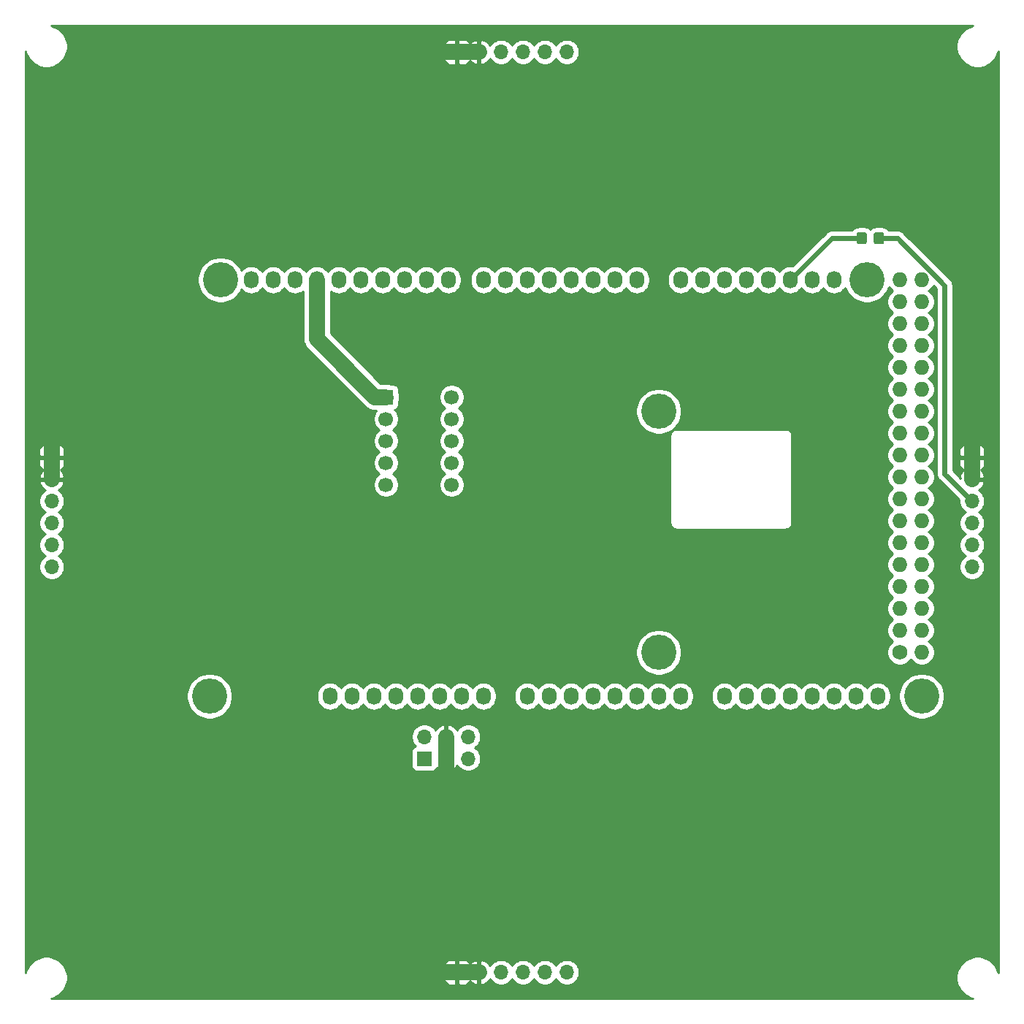
<source format=gbr>
%TF.GenerationSoftware,KiCad,Pcbnew,(5.1.10)-1*%
%TF.CreationDate,2021-11-04T11:59:55+01:00*%
%TF.ProjectId,2DMega,32444d65-6761-42e6-9b69-6361645f7063,rev?*%
%TF.SameCoordinates,Original*%
%TF.FileFunction,Copper,L2,Bot*%
%TF.FilePolarity,Positive*%
%FSLAX46Y46*%
G04 Gerber Fmt 4.6, Leading zero omitted, Abs format (unit mm)*
G04 Created by KiCad (PCBNEW (5.1.10)-1) date 2021-11-04 11:59:55*
%MOMM*%
%LPD*%
G01*
G04 APERTURE LIST*
%TA.AperFunction,ComponentPad*%
%ADD10C,1.727200*%
%TD*%
%TA.AperFunction,ComponentPad*%
%ADD11O,1.727200X1.727200*%
%TD*%
%TA.AperFunction,ComponentPad*%
%ADD12O,1.727200X2.032000*%
%TD*%
%TA.AperFunction,ComponentPad*%
%ADD13C,4.064000*%
%TD*%
%TA.AperFunction,ComponentPad*%
%ADD14R,1.700000X1.700000*%
%TD*%
%TA.AperFunction,ComponentPad*%
%ADD15O,1.700000X1.700000*%
%TD*%
%TA.AperFunction,ComponentPad*%
%ADD16C,1.700000*%
%TD*%
%TA.AperFunction,Conductor*%
%ADD17C,1.900000*%
%TD*%
%TA.AperFunction,Conductor*%
%ADD18C,0.250000*%
%TD*%
%TA.AperFunction,Conductor*%
%ADD19C,0.625000*%
%TD*%
%TA.AperFunction,Conductor*%
%ADD20C,0.254000*%
%TD*%
%TA.AperFunction,Conductor*%
%ADD21C,0.100000*%
%TD*%
G04 APERTURE END LIST*
D10*
%TO.P,P4,1*%
%TO.N,GND*%
X197358000Y-114046000D03*
D11*
%TO.P,P4,2*%
X199898000Y-114046000D03*
%TO.P,P4,3*%
%TO.N,/52(SCK)*%
X197358000Y-111506000D03*
%TO.P,P4,4*%
%TO.N,/53(SS)*%
X199898000Y-111506000D03*
%TO.P,P4,5*%
%TO.N,/50(MISO)*%
X197358000Y-108966000D03*
%TO.P,P4,6*%
%TO.N,/51(MOSI)*%
X199898000Y-108966000D03*
%TO.P,P4,7*%
%TO.N,/48*%
X197358000Y-106426000D03*
%TO.P,P4,8*%
%TO.N,/49*%
X199898000Y-106426000D03*
%TO.P,P4,9*%
%TO.N,/46*%
X197358000Y-103886000D03*
%TO.P,P4,10*%
%TO.N,/47*%
X199898000Y-103886000D03*
%TO.P,P4,11*%
%TO.N,/44*%
X197358000Y-101346000D03*
%TO.P,P4,12*%
%TO.N,/45*%
X199898000Y-101346000D03*
%TO.P,P4,13*%
%TO.N,/42*%
X197358000Y-98806000D03*
%TO.P,P4,14*%
%TO.N,/43*%
X199898000Y-98806000D03*
%TO.P,P4,15*%
%TO.N,/40*%
X197358000Y-96266000D03*
%TO.P,P4,16*%
%TO.N,/41*%
X199898000Y-96266000D03*
%TO.P,P4,17*%
%TO.N,/38*%
X197358000Y-93726000D03*
%TO.P,P4,18*%
%TO.N,/39*%
X199898000Y-93726000D03*
%TO.P,P4,19*%
%TO.N,/36*%
X197358000Y-91186000D03*
%TO.P,P4,20*%
%TO.N,/37*%
X199898000Y-91186000D03*
%TO.P,P4,21*%
%TO.N,/34*%
X197358000Y-88646000D03*
%TO.P,P4,22*%
%TO.N,/35*%
X199898000Y-88646000D03*
%TO.P,P4,23*%
%TO.N,/32*%
X197358000Y-86106000D03*
%TO.P,P4,24*%
%TO.N,/33*%
X199898000Y-86106000D03*
%TO.P,P4,25*%
%TO.N,/30*%
X197358000Y-83566000D03*
%TO.P,P4,26*%
%TO.N,/31*%
X199898000Y-83566000D03*
%TO.P,P4,27*%
%TO.N,/28*%
X197358000Y-81026000D03*
%TO.P,P4,28*%
%TO.N,/29*%
X199898000Y-81026000D03*
%TO.P,P4,29*%
%TO.N,/26*%
X197358000Y-78486000D03*
%TO.P,P4,30*%
%TO.N,/27*%
X199898000Y-78486000D03*
%TO.P,P4,31*%
%TO.N,/24*%
X197358000Y-75946000D03*
%TO.P,P4,32*%
%TO.N,/25*%
X199898000Y-75946000D03*
%TO.P,P4,33*%
%TO.N,/22*%
X197358000Y-73406000D03*
%TO.P,P4,34*%
%TO.N,/23*%
X199898000Y-73406000D03*
%TO.P,P4,35*%
%TO.N,+5V*%
X197358000Y-70866000D03*
%TO.P,P4,36*%
X199898000Y-70866000D03*
%TD*%
D12*
%TO.P,P1,1*%
%TO.N,Net-(P1-Pad1)*%
X131318000Y-119126000D03*
%TO.P,P1,2*%
%TO.N,/IOREF*%
X133858000Y-119126000D03*
%TO.P,P1,3*%
%TO.N,/Reset*%
X136398000Y-119126000D03*
%TO.P,P1,4*%
%TO.N,+3V3*%
X138938000Y-119126000D03*
%TO.P,P1,5*%
%TO.N,+5V*%
X141478000Y-119126000D03*
%TO.P,P1,6*%
%TO.N,GND*%
X144018000Y-119126000D03*
%TO.P,P1,7*%
X146558000Y-119126000D03*
%TO.P,P1,8*%
%TO.N,/Vin*%
X149098000Y-119126000D03*
%TD*%
%TO.P,P2,1*%
%TO.N,/A0*%
X154178000Y-119126000D03*
%TO.P,P2,2*%
%TO.N,/A1*%
X156718000Y-119126000D03*
%TO.P,P2,3*%
%TO.N,/A2*%
X159258000Y-119126000D03*
%TO.P,P2,4*%
%TO.N,/A3*%
X161798000Y-119126000D03*
%TO.P,P2,5*%
%TO.N,/A4*%
X164338000Y-119126000D03*
%TO.P,P2,6*%
%TO.N,/A5*%
X166878000Y-119126000D03*
%TO.P,P2,7*%
%TO.N,/A6*%
X169418000Y-119126000D03*
%TO.P,P2,8*%
%TO.N,/A7*%
X171958000Y-119126000D03*
%TD*%
%TO.P,P3,1*%
%TO.N,/A8*%
X177038000Y-119126000D03*
%TO.P,P3,2*%
%TO.N,/A9*%
X179578000Y-119126000D03*
%TO.P,P3,3*%
%TO.N,/A10*%
X182118000Y-119126000D03*
%TO.P,P3,4*%
%TO.N,/A11*%
X184658000Y-119126000D03*
%TO.P,P3,5*%
%TO.N,/A12*%
X187198000Y-119126000D03*
%TO.P,P3,6*%
%TO.N,/A13*%
X189738000Y-119126000D03*
%TO.P,P3,7*%
%TO.N,/A14*%
X192278000Y-119126000D03*
%TO.P,P3,8*%
%TO.N,/A15*%
X194818000Y-119126000D03*
%TD*%
%TO.P,P5,1*%
%TO.N,/SCL*%
X122174000Y-70866000D03*
%TO.P,P5,2*%
%TO.N,/SDA*%
X124714000Y-70866000D03*
%TO.P,P5,3*%
%TO.N,/AREF*%
X127254000Y-70866000D03*
%TO.P,P5,4*%
%TO.N,GND*%
X129794000Y-70866000D03*
%TO.P,P5,5*%
%TO.N,/13(\u002A\u002A)*%
X132334000Y-70866000D03*
%TO.P,P5,6*%
%TO.N,/12(\u002A\u002A)*%
X134874000Y-70866000D03*
%TO.P,P5,7*%
%TO.N,/11(\u002A\u002A)*%
X137414000Y-70866000D03*
%TO.P,P5,8*%
%TO.N,/10(\u002A\u002A)*%
X139954000Y-70866000D03*
%TO.P,P5,9*%
%TO.N,/9(\u002A\u002A)*%
X142494000Y-70866000D03*
%TO.P,P5,10*%
%TO.N,/8(\u002A\u002A)*%
X145034000Y-70866000D03*
%TD*%
%TO.P,P6,1*%
%TO.N,/7(\u002A\u002A)*%
X149098000Y-70866000D03*
%TO.P,P6,2*%
%TO.N,/6(\u002A\u002A)*%
X151638000Y-70866000D03*
%TO.P,P6,3*%
%TO.N,/5(\u002A\u002A)*%
X154178000Y-70866000D03*
%TO.P,P6,4*%
%TO.N,/4(\u002A\u002A)*%
X156718000Y-70866000D03*
%TO.P,P6,5*%
%TO.N,/3(\u002A\u002A)*%
X159258000Y-70866000D03*
%TO.P,P6,6*%
%TO.N,/2(\u002A\u002A)*%
X161798000Y-70866000D03*
%TO.P,P6,7*%
%TO.N,/1(Tx0)*%
X164338000Y-70866000D03*
%TO.P,P6,8*%
%TO.N,/0(Rx0)*%
X166878000Y-70866000D03*
%TD*%
%TO.P,P7,1*%
%TO.N,/14(Tx3)*%
X171958000Y-70866000D03*
%TO.P,P7,2*%
%TO.N,/15(Rx3)*%
X174498000Y-70866000D03*
%TO.P,P7,3*%
%TO.N,/16(Tx2)*%
X177038000Y-70866000D03*
%TO.P,P7,4*%
%TO.N,/17(Rx2)*%
X179578000Y-70866000D03*
%TO.P,P7,5*%
%TO.N,/18(Tx1)*%
X182118000Y-70866000D03*
%TO.P,P7,6*%
%TO.N,/19(Rx1)*%
X184658000Y-70866000D03*
%TO.P,P7,7*%
%TO.N,/20(SDA)*%
X187198000Y-70866000D03*
%TO.P,P7,8*%
%TO.N,/21(SCL)*%
X189738000Y-70866000D03*
%TD*%
D13*
%TO.P,P8,1*%
%TO.N,Net-(P8-Pad1)*%
X117348000Y-119126000D03*
%TD*%
%TO.P,P9,1*%
%TO.N,Net-(P9-Pad1)*%
X169418000Y-114046000D03*
%TD*%
%TO.P,P10,1*%
%TO.N,Net-(P10-Pad1)*%
X199898000Y-119126000D03*
%TD*%
%TO.P,P11,1*%
%TO.N,Net-(P11-Pad1)*%
X118618000Y-70866000D03*
%TD*%
%TO.P,P12,1*%
%TO.N,Net-(P12-Pad1)*%
X169418000Y-86106000D03*
%TD*%
%TO.P,P13,1*%
%TO.N,Net-(P13-Pad1)*%
X193548000Y-70866000D03*
%TD*%
D14*
%TO.P,J1,1*%
%TO.N,VCC*%
X146050000Y-44450000D03*
D15*
%TO.P,J1,2*%
X148590000Y-44450000D03*
%TO.P,J1,3*%
%TO.N,Net-(J1-Pad3)*%
X151130000Y-44450000D03*
%TO.P,J1,4*%
%TO.N,Net-(J1-Pad4)*%
X153670000Y-44450000D03*
%TO.P,J1,5*%
%TO.N,GND*%
X156210000Y-44450000D03*
%TO.P,J1,6*%
X158750000Y-44450000D03*
%TD*%
D14*
%TO.P,J2,1*%
%TO.N,VCC*%
X146050000Y-151130000D03*
D15*
%TO.P,J2,2*%
X148590000Y-151130000D03*
%TO.P,J2,3*%
%TO.N,Net-(J2-Pad3)*%
X151130000Y-151130000D03*
%TO.P,J2,4*%
%TO.N,Net-(J2-Pad4)*%
X153670000Y-151130000D03*
%TO.P,J2,5*%
%TO.N,GND*%
X156210000Y-151130000D03*
%TO.P,J2,6*%
X158750000Y-151130000D03*
%TD*%
%TO.P,J4,6*%
%TO.N,GND*%
X205740000Y-104140000D03*
%TO.P,J4,5*%
X205740000Y-101600000D03*
%TO.P,J4,4*%
%TO.N,Net-(J4-Pad4)*%
X205740000Y-99060000D03*
%TO.P,J4,3*%
%TO.N,Net-(J4-Pad3)*%
X205740000Y-96520000D03*
%TO.P,J4,2*%
%TO.N,VCC*%
X205740000Y-93980000D03*
D14*
%TO.P,J4,1*%
X205740000Y-91440000D03*
%TD*%
D15*
%TO.P,J5,6*%
%TO.N,GND*%
X99060000Y-104140000D03*
%TO.P,J5,5*%
X99060000Y-101600000D03*
%TO.P,J5,4*%
%TO.N,Net-(J5-Pad4)*%
X99060000Y-99060000D03*
%TO.P,J5,3*%
%TO.N,Net-(J5-Pad3)*%
X99060000Y-96520000D03*
%TO.P,J5,2*%
%TO.N,VCC*%
X99060000Y-93980000D03*
D14*
%TO.P,J5,1*%
X99060000Y-91440000D03*
%TD*%
%TO.P,J3,1*%
%TO.N,+5V*%
X142240000Y-126365000D03*
D15*
%TO.P,J3,2*%
X142240000Y-123825000D03*
%TO.P,J3,3*%
%TO.N,VCC*%
X144780000Y-126365000D03*
%TO.P,J3,4*%
X144780000Y-123825000D03*
%TO.P,J3,5*%
%TO.N,/Vin*%
X147320000Y-126365000D03*
%TO.P,J3,6*%
X147320000Y-123825000D03*
%TD*%
D14*
%TO.P,U1,1*%
%TO.N,GND*%
X137795000Y-84455000D03*
D16*
%TO.P,U1,2*%
%TO.N,Net-(R11-Pad1)*%
X137795000Y-86995000D03*
%TO.P,U1,3*%
%TO.N,Net-(R8-Pad1)*%
X137795000Y-89535000D03*
%TO.P,U1,4*%
%TO.N,Net-(R1-Pad1)*%
X137795000Y-92075000D03*
%TO.P,U1,5*%
%TO.N,Net-(R3-Pad1)*%
X137795000Y-94615000D03*
%TO.P,U1,6*%
%TO.N,GND*%
X145415000Y-94615000D03*
%TO.P,U1,7*%
%TO.N,Net-(R6-Pad1)*%
X145415000Y-92075000D03*
%TO.P,U1,8*%
%TO.N,Net-(R5-Pad1)*%
X145415000Y-89535000D03*
%TO.P,U1,9*%
%TO.N,Net-(R7-Pad1)*%
X145415000Y-86995000D03*
%TO.P,U1,10*%
%TO.N,Net-(R10-Pad1)*%
X145415000Y-84455000D03*
%TD*%
%TO.P,R24,1*%
%TO.N,Net-(J4-Pad3)*%
%TA.AperFunction,SMDPad,CuDef*%
G36*
G01*
X195545000Y-65589999D02*
X195545000Y-66490001D01*
G75*
G02*
X195295001Y-66740000I-249999J0D01*
G01*
X194594999Y-66740000D01*
G75*
G02*
X194345000Y-66490001I0J249999D01*
G01*
X194345000Y-65589999D01*
G75*
G02*
X194594999Y-65340000I249999J0D01*
G01*
X195295001Y-65340000D01*
G75*
G02*
X195545000Y-65589999I0J-249999D01*
G01*
G37*
%TD.AperFunction*%
%TO.P,R24,2*%
%TO.N,/19(Rx1)*%
%TA.AperFunction,SMDPad,CuDef*%
G36*
G01*
X193545000Y-65589999D02*
X193545000Y-66490001D01*
G75*
G02*
X193295001Y-66740000I-249999J0D01*
G01*
X192594999Y-66740000D01*
G75*
G02*
X192345000Y-66490001I0J249999D01*
G01*
X192345000Y-65589999D01*
G75*
G02*
X192594999Y-65340000I249999J0D01*
G01*
X193295001Y-65340000D01*
G75*
G02*
X193545000Y-65589999I0J-249999D01*
G01*
G37*
%TD.AperFunction*%
%TD*%
D17*
%TO.N,GND*%
X137795000Y-84455000D02*
X136525000Y-84455000D01*
X129794000Y-77724000D02*
X129794000Y-70866000D01*
X136525000Y-84455000D02*
X129794000Y-77724000D01*
D18*
%TO.N,/16(Tx2)*%
X177038000Y-70866000D02*
X176784000Y-70866000D01*
%TO.N,/17(Rx2)*%
X179578000Y-70866000D02*
X179578000Y-71247000D01*
D19*
%TO.N,/19(Rx1)*%
X189484000Y-66040000D02*
X192945000Y-66040000D01*
X184658000Y-70866000D02*
X189484000Y-66040000D01*
D17*
%TO.N,VCC*%
X144780000Y-126365000D02*
X144780000Y-129540000D01*
X144780000Y-126365000D02*
X144780000Y-123825000D01*
X148590000Y-44450000D02*
X146050000Y-44450000D01*
X146050000Y-44450000D02*
X139700000Y-44450000D01*
X205740000Y-93980000D02*
X205740000Y-91440000D01*
X205740000Y-91440000D02*
X205740000Y-86360000D01*
X148590000Y-151130000D02*
X146050000Y-151130000D01*
X146050000Y-151130000D02*
X139700000Y-151130000D01*
X99060000Y-93980000D02*
X99060000Y-91440000D01*
X99060000Y-91440000D02*
X99060000Y-85725000D01*
D19*
%TO.N,Net-(J4-Pad3)*%
X202565000Y-93345000D02*
X205740000Y-96520000D01*
X202565000Y-71496370D02*
X202565000Y-93345000D01*
X197108630Y-66040000D02*
X202565000Y-71496370D01*
X194945000Y-66040000D02*
X197108630Y-66040000D01*
%TD*%
D20*
%TO.N,VCC*%
X205654794Y-41440798D02*
X205205448Y-41626922D01*
X204801048Y-41897134D01*
X204457134Y-42241048D01*
X204186922Y-42645448D01*
X204000798Y-43094794D01*
X203905912Y-43571816D01*
X203905912Y-44058184D01*
X204000798Y-44535206D01*
X204186922Y-44984552D01*
X204457134Y-45388952D01*
X204801048Y-45732866D01*
X205205448Y-46003078D01*
X205654794Y-46189202D01*
X206131816Y-46284088D01*
X206618184Y-46284088D01*
X207095206Y-46189202D01*
X207544552Y-46003078D01*
X207948952Y-45732866D01*
X208292866Y-45388952D01*
X208563078Y-44984552D01*
X208749202Y-44535206D01*
X208788000Y-44340156D01*
X208788000Y-151239844D01*
X208749202Y-151044794D01*
X208563078Y-150595448D01*
X208292866Y-150191048D01*
X207948952Y-149847134D01*
X207544552Y-149576922D01*
X207095206Y-149390798D01*
X206618184Y-149295912D01*
X206131816Y-149295912D01*
X205654794Y-149390798D01*
X205205448Y-149576922D01*
X204801048Y-149847134D01*
X204457134Y-150191048D01*
X204186922Y-150595448D01*
X204000798Y-151044794D01*
X203905912Y-151521816D01*
X203905912Y-152008184D01*
X204000798Y-152485206D01*
X204186922Y-152934552D01*
X204457134Y-153338952D01*
X204801048Y-153682866D01*
X205205448Y-153953078D01*
X205654794Y-154139202D01*
X205849844Y-154178000D01*
X98950156Y-154178000D01*
X99145206Y-154139202D01*
X99594552Y-153953078D01*
X99998952Y-153682866D01*
X100342866Y-153338952D01*
X100613078Y-152934552D01*
X100799202Y-152485206D01*
X100894088Y-152008184D01*
X100894088Y-151980000D01*
X144561928Y-151980000D01*
X144574188Y-152104482D01*
X144610498Y-152224180D01*
X144669463Y-152334494D01*
X144748815Y-152431185D01*
X144845506Y-152510537D01*
X144955820Y-152569502D01*
X145075518Y-152605812D01*
X145200000Y-152618072D01*
X145764250Y-152615000D01*
X145923000Y-152456250D01*
X145923000Y-151257000D01*
X146177000Y-151257000D01*
X146177000Y-152456250D01*
X146335750Y-152615000D01*
X146900000Y-152618072D01*
X147024482Y-152605812D01*
X147144180Y-152569502D01*
X147254494Y-152510537D01*
X147351185Y-152431185D01*
X147430537Y-152334494D01*
X147489502Y-152224180D01*
X147513966Y-152143534D01*
X147589731Y-152227588D01*
X147823080Y-152401641D01*
X148085901Y-152526825D01*
X148233110Y-152571476D01*
X148463000Y-152450155D01*
X148463000Y-151257000D01*
X146177000Y-151257000D01*
X145923000Y-151257000D01*
X144723750Y-151257000D01*
X144565000Y-151415750D01*
X144561928Y-151980000D01*
X100894088Y-151980000D01*
X100894088Y-151521816D01*
X100799202Y-151044794D01*
X100613078Y-150595448D01*
X100402302Y-150280000D01*
X144561928Y-150280000D01*
X144565000Y-150844250D01*
X144723750Y-151003000D01*
X145923000Y-151003000D01*
X145923000Y-149803750D01*
X146177000Y-149803750D01*
X146177000Y-151003000D01*
X148463000Y-151003000D01*
X148463000Y-149809845D01*
X148717000Y-149809845D01*
X148717000Y-151003000D01*
X148737000Y-151003000D01*
X148737000Y-151257000D01*
X148717000Y-151257000D01*
X148717000Y-152450155D01*
X148946890Y-152571476D01*
X149094099Y-152526825D01*
X149356920Y-152401641D01*
X149590269Y-152227588D01*
X149785178Y-152011355D01*
X149854805Y-151894466D01*
X149976525Y-152076632D01*
X150183368Y-152283475D01*
X150426589Y-152445990D01*
X150696842Y-152557932D01*
X150983740Y-152615000D01*
X151276260Y-152615000D01*
X151563158Y-152557932D01*
X151833411Y-152445990D01*
X152076632Y-152283475D01*
X152283475Y-152076632D01*
X152400000Y-151902240D01*
X152516525Y-152076632D01*
X152723368Y-152283475D01*
X152966589Y-152445990D01*
X153236842Y-152557932D01*
X153523740Y-152615000D01*
X153816260Y-152615000D01*
X154103158Y-152557932D01*
X154373411Y-152445990D01*
X154616632Y-152283475D01*
X154823475Y-152076632D01*
X154940000Y-151902240D01*
X155056525Y-152076632D01*
X155263368Y-152283475D01*
X155506589Y-152445990D01*
X155776842Y-152557932D01*
X156063740Y-152615000D01*
X156356260Y-152615000D01*
X156643158Y-152557932D01*
X156913411Y-152445990D01*
X157156632Y-152283475D01*
X157363475Y-152076632D01*
X157480000Y-151902240D01*
X157596525Y-152076632D01*
X157803368Y-152283475D01*
X158046589Y-152445990D01*
X158316842Y-152557932D01*
X158603740Y-152615000D01*
X158896260Y-152615000D01*
X159183158Y-152557932D01*
X159453411Y-152445990D01*
X159696632Y-152283475D01*
X159903475Y-152076632D01*
X160065990Y-151833411D01*
X160177932Y-151563158D01*
X160235000Y-151276260D01*
X160235000Y-150983740D01*
X160177932Y-150696842D01*
X160065990Y-150426589D01*
X159903475Y-150183368D01*
X159696632Y-149976525D01*
X159453411Y-149814010D01*
X159183158Y-149702068D01*
X158896260Y-149645000D01*
X158603740Y-149645000D01*
X158316842Y-149702068D01*
X158046589Y-149814010D01*
X157803368Y-149976525D01*
X157596525Y-150183368D01*
X157480000Y-150357760D01*
X157363475Y-150183368D01*
X157156632Y-149976525D01*
X156913411Y-149814010D01*
X156643158Y-149702068D01*
X156356260Y-149645000D01*
X156063740Y-149645000D01*
X155776842Y-149702068D01*
X155506589Y-149814010D01*
X155263368Y-149976525D01*
X155056525Y-150183368D01*
X154940000Y-150357760D01*
X154823475Y-150183368D01*
X154616632Y-149976525D01*
X154373411Y-149814010D01*
X154103158Y-149702068D01*
X153816260Y-149645000D01*
X153523740Y-149645000D01*
X153236842Y-149702068D01*
X152966589Y-149814010D01*
X152723368Y-149976525D01*
X152516525Y-150183368D01*
X152400000Y-150357760D01*
X152283475Y-150183368D01*
X152076632Y-149976525D01*
X151833411Y-149814010D01*
X151563158Y-149702068D01*
X151276260Y-149645000D01*
X150983740Y-149645000D01*
X150696842Y-149702068D01*
X150426589Y-149814010D01*
X150183368Y-149976525D01*
X149976525Y-150183368D01*
X149854805Y-150365534D01*
X149785178Y-150248645D01*
X149590269Y-150032412D01*
X149356920Y-149858359D01*
X149094099Y-149733175D01*
X148946890Y-149688524D01*
X148717000Y-149809845D01*
X148463000Y-149809845D01*
X148233110Y-149688524D01*
X148085901Y-149733175D01*
X147823080Y-149858359D01*
X147589731Y-150032412D01*
X147513966Y-150116466D01*
X147489502Y-150035820D01*
X147430537Y-149925506D01*
X147351185Y-149828815D01*
X147254494Y-149749463D01*
X147144180Y-149690498D01*
X147024482Y-149654188D01*
X146900000Y-149641928D01*
X146335750Y-149645000D01*
X146177000Y-149803750D01*
X145923000Y-149803750D01*
X145764250Y-149645000D01*
X145200000Y-149641928D01*
X145075518Y-149654188D01*
X144955820Y-149690498D01*
X144845506Y-149749463D01*
X144748815Y-149828815D01*
X144669463Y-149925506D01*
X144610498Y-150035820D01*
X144574188Y-150155518D01*
X144561928Y-150280000D01*
X100402302Y-150280000D01*
X100342866Y-150191048D01*
X99998952Y-149847134D01*
X99594552Y-149576922D01*
X99145206Y-149390798D01*
X98668184Y-149295912D01*
X98181816Y-149295912D01*
X97704794Y-149390798D01*
X97255448Y-149576922D01*
X96851048Y-149847134D01*
X96507134Y-150191048D01*
X96236922Y-150595448D01*
X96050798Y-151044794D01*
X96012000Y-151239844D01*
X96012000Y-125515000D01*
X140751928Y-125515000D01*
X140751928Y-127215000D01*
X140764188Y-127339482D01*
X140800498Y-127459180D01*
X140859463Y-127569494D01*
X140938815Y-127666185D01*
X141035506Y-127745537D01*
X141145820Y-127804502D01*
X141265518Y-127840812D01*
X141390000Y-127853072D01*
X143090000Y-127853072D01*
X143214482Y-127840812D01*
X143334180Y-127804502D01*
X143444494Y-127745537D01*
X143541185Y-127666185D01*
X143620537Y-127569494D01*
X143679502Y-127459180D01*
X143703966Y-127378534D01*
X143779731Y-127462588D01*
X144013080Y-127636641D01*
X144275901Y-127761825D01*
X144423110Y-127806476D01*
X144653000Y-127685155D01*
X144653000Y-126492000D01*
X144633000Y-126492000D01*
X144633000Y-126238000D01*
X144653000Y-126238000D01*
X144653000Y-123952000D01*
X144633000Y-123952000D01*
X144633000Y-123698000D01*
X144653000Y-123698000D01*
X144653000Y-122504845D01*
X144907000Y-122504845D01*
X144907000Y-123698000D01*
X144927000Y-123698000D01*
X144927000Y-123952000D01*
X144907000Y-123952000D01*
X144907000Y-126238000D01*
X144927000Y-126238000D01*
X144927000Y-126492000D01*
X144907000Y-126492000D01*
X144907000Y-127685155D01*
X145136890Y-127806476D01*
X145284099Y-127761825D01*
X145546920Y-127636641D01*
X145780269Y-127462588D01*
X145975178Y-127246355D01*
X146044805Y-127129466D01*
X146166525Y-127311632D01*
X146373368Y-127518475D01*
X146616589Y-127680990D01*
X146886842Y-127792932D01*
X147173740Y-127850000D01*
X147466260Y-127850000D01*
X147753158Y-127792932D01*
X148023411Y-127680990D01*
X148266632Y-127518475D01*
X148473475Y-127311632D01*
X148635990Y-127068411D01*
X148747932Y-126798158D01*
X148805000Y-126511260D01*
X148805000Y-126218740D01*
X148747932Y-125931842D01*
X148635990Y-125661589D01*
X148473475Y-125418368D01*
X148266632Y-125211525D01*
X148092240Y-125095000D01*
X148266632Y-124978475D01*
X148473475Y-124771632D01*
X148635990Y-124528411D01*
X148747932Y-124258158D01*
X148805000Y-123971260D01*
X148805000Y-123678740D01*
X148747932Y-123391842D01*
X148635990Y-123121589D01*
X148473475Y-122878368D01*
X148266632Y-122671525D01*
X148023411Y-122509010D01*
X147753158Y-122397068D01*
X147466260Y-122340000D01*
X147173740Y-122340000D01*
X146886842Y-122397068D01*
X146616589Y-122509010D01*
X146373368Y-122671525D01*
X146166525Y-122878368D01*
X146044805Y-123060534D01*
X145975178Y-122943645D01*
X145780269Y-122727412D01*
X145546920Y-122553359D01*
X145284099Y-122428175D01*
X145136890Y-122383524D01*
X144907000Y-122504845D01*
X144653000Y-122504845D01*
X144423110Y-122383524D01*
X144275901Y-122428175D01*
X144013080Y-122553359D01*
X143779731Y-122727412D01*
X143584822Y-122943645D01*
X143515195Y-123060534D01*
X143393475Y-122878368D01*
X143186632Y-122671525D01*
X142943411Y-122509010D01*
X142673158Y-122397068D01*
X142386260Y-122340000D01*
X142093740Y-122340000D01*
X141806842Y-122397068D01*
X141536589Y-122509010D01*
X141293368Y-122671525D01*
X141086525Y-122878368D01*
X140924010Y-123121589D01*
X140812068Y-123391842D01*
X140755000Y-123678740D01*
X140755000Y-123971260D01*
X140812068Y-124258158D01*
X140924010Y-124528411D01*
X141086525Y-124771632D01*
X141218380Y-124903487D01*
X141145820Y-124925498D01*
X141035506Y-124984463D01*
X140938815Y-125063815D01*
X140859463Y-125160506D01*
X140800498Y-125270820D01*
X140764188Y-125390518D01*
X140751928Y-125515000D01*
X96012000Y-125515000D01*
X96012000Y-118863323D01*
X114681000Y-118863323D01*
X114681000Y-119388677D01*
X114783492Y-119903935D01*
X114984536Y-120389298D01*
X115276406Y-120826113D01*
X115647887Y-121197594D01*
X116084702Y-121489464D01*
X116570065Y-121690508D01*
X117085323Y-121793000D01*
X117610677Y-121793000D01*
X118125935Y-121690508D01*
X118611298Y-121489464D01*
X119048113Y-121197594D01*
X119419594Y-120826113D01*
X119711464Y-120389298D01*
X119912508Y-119903935D01*
X120015000Y-119388677D01*
X120015000Y-118899982D01*
X129819400Y-118899982D01*
X129819400Y-119352019D01*
X129841084Y-119572177D01*
X129926775Y-119854664D01*
X130065931Y-120115006D01*
X130253203Y-120343197D01*
X130481395Y-120530469D01*
X130741737Y-120669625D01*
X131024224Y-120755316D01*
X131318000Y-120784251D01*
X131611777Y-120755316D01*
X131894264Y-120669625D01*
X132154606Y-120530469D01*
X132382797Y-120343197D01*
X132570069Y-120115006D01*
X132588000Y-120081459D01*
X132605931Y-120115006D01*
X132793203Y-120343197D01*
X133021395Y-120530469D01*
X133281737Y-120669625D01*
X133564224Y-120755316D01*
X133858000Y-120784251D01*
X134151777Y-120755316D01*
X134434264Y-120669625D01*
X134694606Y-120530469D01*
X134922797Y-120343197D01*
X135110069Y-120115006D01*
X135128000Y-120081459D01*
X135145931Y-120115006D01*
X135333203Y-120343197D01*
X135561395Y-120530469D01*
X135821737Y-120669625D01*
X136104224Y-120755316D01*
X136398000Y-120784251D01*
X136691777Y-120755316D01*
X136974264Y-120669625D01*
X137234606Y-120530469D01*
X137462797Y-120343197D01*
X137650069Y-120115006D01*
X137668000Y-120081459D01*
X137685931Y-120115006D01*
X137873203Y-120343197D01*
X138101395Y-120530469D01*
X138361737Y-120669625D01*
X138644224Y-120755316D01*
X138938000Y-120784251D01*
X139231777Y-120755316D01*
X139514264Y-120669625D01*
X139774606Y-120530469D01*
X140002797Y-120343197D01*
X140190069Y-120115006D01*
X140208000Y-120081459D01*
X140225931Y-120115006D01*
X140413203Y-120343197D01*
X140641395Y-120530469D01*
X140901737Y-120669625D01*
X141184224Y-120755316D01*
X141478000Y-120784251D01*
X141771777Y-120755316D01*
X142054264Y-120669625D01*
X142314606Y-120530469D01*
X142542797Y-120343197D01*
X142730069Y-120115006D01*
X142748000Y-120081459D01*
X142765931Y-120115006D01*
X142953203Y-120343197D01*
X143181395Y-120530469D01*
X143441737Y-120669625D01*
X143724224Y-120755316D01*
X144018000Y-120784251D01*
X144311777Y-120755316D01*
X144594264Y-120669625D01*
X144854606Y-120530469D01*
X145082797Y-120343197D01*
X145270069Y-120115006D01*
X145288000Y-120081459D01*
X145305931Y-120115006D01*
X145493203Y-120343197D01*
X145721395Y-120530469D01*
X145981737Y-120669625D01*
X146264224Y-120755316D01*
X146558000Y-120784251D01*
X146851777Y-120755316D01*
X147134264Y-120669625D01*
X147394606Y-120530469D01*
X147622797Y-120343197D01*
X147810069Y-120115006D01*
X147828000Y-120081459D01*
X147845931Y-120115006D01*
X148033203Y-120343197D01*
X148261395Y-120530469D01*
X148521737Y-120669625D01*
X148804224Y-120755316D01*
X149098000Y-120784251D01*
X149391777Y-120755316D01*
X149674264Y-120669625D01*
X149934606Y-120530469D01*
X150162797Y-120343197D01*
X150350069Y-120115006D01*
X150489225Y-119854663D01*
X150574916Y-119572176D01*
X150596600Y-119352018D01*
X150596600Y-118899982D01*
X152679400Y-118899982D01*
X152679400Y-119352019D01*
X152701084Y-119572177D01*
X152786775Y-119854664D01*
X152925931Y-120115006D01*
X153113203Y-120343197D01*
X153341395Y-120530469D01*
X153601737Y-120669625D01*
X153884224Y-120755316D01*
X154178000Y-120784251D01*
X154471777Y-120755316D01*
X154754264Y-120669625D01*
X155014606Y-120530469D01*
X155242797Y-120343197D01*
X155430069Y-120115006D01*
X155448000Y-120081459D01*
X155465931Y-120115006D01*
X155653203Y-120343197D01*
X155881395Y-120530469D01*
X156141737Y-120669625D01*
X156424224Y-120755316D01*
X156718000Y-120784251D01*
X157011777Y-120755316D01*
X157294264Y-120669625D01*
X157554606Y-120530469D01*
X157782797Y-120343197D01*
X157970069Y-120115006D01*
X157988000Y-120081459D01*
X158005931Y-120115006D01*
X158193203Y-120343197D01*
X158421395Y-120530469D01*
X158681737Y-120669625D01*
X158964224Y-120755316D01*
X159258000Y-120784251D01*
X159551777Y-120755316D01*
X159834264Y-120669625D01*
X160094606Y-120530469D01*
X160322797Y-120343197D01*
X160510069Y-120115006D01*
X160528000Y-120081459D01*
X160545931Y-120115006D01*
X160733203Y-120343197D01*
X160961395Y-120530469D01*
X161221737Y-120669625D01*
X161504224Y-120755316D01*
X161798000Y-120784251D01*
X162091777Y-120755316D01*
X162374264Y-120669625D01*
X162634606Y-120530469D01*
X162862797Y-120343197D01*
X163050069Y-120115006D01*
X163068000Y-120081459D01*
X163085931Y-120115006D01*
X163273203Y-120343197D01*
X163501395Y-120530469D01*
X163761737Y-120669625D01*
X164044224Y-120755316D01*
X164338000Y-120784251D01*
X164631777Y-120755316D01*
X164914264Y-120669625D01*
X165174606Y-120530469D01*
X165402797Y-120343197D01*
X165590069Y-120115006D01*
X165608000Y-120081459D01*
X165625931Y-120115006D01*
X165813203Y-120343197D01*
X166041395Y-120530469D01*
X166301737Y-120669625D01*
X166584224Y-120755316D01*
X166878000Y-120784251D01*
X167171777Y-120755316D01*
X167454264Y-120669625D01*
X167714606Y-120530469D01*
X167942797Y-120343197D01*
X168130069Y-120115006D01*
X168148000Y-120081459D01*
X168165931Y-120115006D01*
X168353203Y-120343197D01*
X168581395Y-120530469D01*
X168841737Y-120669625D01*
X169124224Y-120755316D01*
X169418000Y-120784251D01*
X169711777Y-120755316D01*
X169994264Y-120669625D01*
X170254606Y-120530469D01*
X170482797Y-120343197D01*
X170670069Y-120115006D01*
X170688000Y-120081459D01*
X170705931Y-120115006D01*
X170893203Y-120343197D01*
X171121395Y-120530469D01*
X171381737Y-120669625D01*
X171664224Y-120755316D01*
X171958000Y-120784251D01*
X172251777Y-120755316D01*
X172534264Y-120669625D01*
X172794606Y-120530469D01*
X173022797Y-120343197D01*
X173210069Y-120115006D01*
X173349225Y-119854663D01*
X173434916Y-119572176D01*
X173456600Y-119352018D01*
X173456600Y-118899982D01*
X175539400Y-118899982D01*
X175539400Y-119352019D01*
X175561084Y-119572177D01*
X175646775Y-119854664D01*
X175785931Y-120115006D01*
X175973203Y-120343197D01*
X176201395Y-120530469D01*
X176461737Y-120669625D01*
X176744224Y-120755316D01*
X177038000Y-120784251D01*
X177331777Y-120755316D01*
X177614264Y-120669625D01*
X177874606Y-120530469D01*
X178102797Y-120343197D01*
X178290069Y-120115006D01*
X178308000Y-120081459D01*
X178325931Y-120115006D01*
X178513203Y-120343197D01*
X178741395Y-120530469D01*
X179001737Y-120669625D01*
X179284224Y-120755316D01*
X179578000Y-120784251D01*
X179871777Y-120755316D01*
X180154264Y-120669625D01*
X180414606Y-120530469D01*
X180642797Y-120343197D01*
X180830069Y-120115006D01*
X180848000Y-120081459D01*
X180865931Y-120115006D01*
X181053203Y-120343197D01*
X181281395Y-120530469D01*
X181541737Y-120669625D01*
X181824224Y-120755316D01*
X182118000Y-120784251D01*
X182411777Y-120755316D01*
X182694264Y-120669625D01*
X182954606Y-120530469D01*
X183182797Y-120343197D01*
X183370069Y-120115006D01*
X183388000Y-120081459D01*
X183405931Y-120115006D01*
X183593203Y-120343197D01*
X183821395Y-120530469D01*
X184081737Y-120669625D01*
X184364224Y-120755316D01*
X184658000Y-120784251D01*
X184951777Y-120755316D01*
X185234264Y-120669625D01*
X185494606Y-120530469D01*
X185722797Y-120343197D01*
X185910069Y-120115006D01*
X185928000Y-120081459D01*
X185945931Y-120115006D01*
X186133203Y-120343197D01*
X186361395Y-120530469D01*
X186621737Y-120669625D01*
X186904224Y-120755316D01*
X187198000Y-120784251D01*
X187491777Y-120755316D01*
X187774264Y-120669625D01*
X188034606Y-120530469D01*
X188262797Y-120343197D01*
X188450069Y-120115006D01*
X188468000Y-120081459D01*
X188485931Y-120115006D01*
X188673203Y-120343197D01*
X188901395Y-120530469D01*
X189161737Y-120669625D01*
X189444224Y-120755316D01*
X189738000Y-120784251D01*
X190031777Y-120755316D01*
X190314264Y-120669625D01*
X190574606Y-120530469D01*
X190802797Y-120343197D01*
X190990069Y-120115006D01*
X191008000Y-120081459D01*
X191025931Y-120115006D01*
X191213203Y-120343197D01*
X191441395Y-120530469D01*
X191701737Y-120669625D01*
X191984224Y-120755316D01*
X192278000Y-120784251D01*
X192571777Y-120755316D01*
X192854264Y-120669625D01*
X193114606Y-120530469D01*
X193342797Y-120343197D01*
X193530069Y-120115006D01*
X193548000Y-120081459D01*
X193565931Y-120115006D01*
X193753203Y-120343197D01*
X193981395Y-120530469D01*
X194241737Y-120669625D01*
X194524224Y-120755316D01*
X194818000Y-120784251D01*
X195111777Y-120755316D01*
X195394264Y-120669625D01*
X195654606Y-120530469D01*
X195882797Y-120343197D01*
X196070069Y-120115006D01*
X196209225Y-119854663D01*
X196294916Y-119572176D01*
X196316600Y-119352018D01*
X196316600Y-118899981D01*
X196312990Y-118863323D01*
X197231000Y-118863323D01*
X197231000Y-119388677D01*
X197333492Y-119903935D01*
X197534536Y-120389298D01*
X197826406Y-120826113D01*
X198197887Y-121197594D01*
X198634702Y-121489464D01*
X199120065Y-121690508D01*
X199635323Y-121793000D01*
X200160677Y-121793000D01*
X200675935Y-121690508D01*
X201161298Y-121489464D01*
X201598113Y-121197594D01*
X201969594Y-120826113D01*
X202261464Y-120389298D01*
X202462508Y-119903935D01*
X202565000Y-119388677D01*
X202565000Y-118863323D01*
X202462508Y-118348065D01*
X202261464Y-117862702D01*
X201969594Y-117425887D01*
X201598113Y-117054406D01*
X201161298Y-116762536D01*
X200675935Y-116561492D01*
X200160677Y-116459000D01*
X199635323Y-116459000D01*
X199120065Y-116561492D01*
X198634702Y-116762536D01*
X198197887Y-117054406D01*
X197826406Y-117425887D01*
X197534536Y-117862702D01*
X197333492Y-118348065D01*
X197231000Y-118863323D01*
X196312990Y-118863323D01*
X196294916Y-118679823D01*
X196209225Y-118397336D01*
X196070069Y-118136994D01*
X195882797Y-117908803D01*
X195654605Y-117721531D01*
X195394263Y-117582375D01*
X195111776Y-117496684D01*
X194818000Y-117467749D01*
X194524223Y-117496684D01*
X194241736Y-117582375D01*
X193981394Y-117721531D01*
X193753203Y-117908803D01*
X193565931Y-118136995D01*
X193548000Y-118170541D01*
X193530069Y-118136994D01*
X193342797Y-117908803D01*
X193114605Y-117721531D01*
X192854263Y-117582375D01*
X192571776Y-117496684D01*
X192278000Y-117467749D01*
X191984223Y-117496684D01*
X191701736Y-117582375D01*
X191441394Y-117721531D01*
X191213203Y-117908803D01*
X191025931Y-118136995D01*
X191008000Y-118170541D01*
X190990069Y-118136994D01*
X190802797Y-117908803D01*
X190574605Y-117721531D01*
X190314263Y-117582375D01*
X190031776Y-117496684D01*
X189738000Y-117467749D01*
X189444223Y-117496684D01*
X189161736Y-117582375D01*
X188901394Y-117721531D01*
X188673203Y-117908803D01*
X188485931Y-118136995D01*
X188468000Y-118170541D01*
X188450069Y-118136994D01*
X188262797Y-117908803D01*
X188034605Y-117721531D01*
X187774263Y-117582375D01*
X187491776Y-117496684D01*
X187198000Y-117467749D01*
X186904223Y-117496684D01*
X186621736Y-117582375D01*
X186361394Y-117721531D01*
X186133203Y-117908803D01*
X185945931Y-118136995D01*
X185928000Y-118170541D01*
X185910069Y-118136994D01*
X185722797Y-117908803D01*
X185494605Y-117721531D01*
X185234263Y-117582375D01*
X184951776Y-117496684D01*
X184658000Y-117467749D01*
X184364223Y-117496684D01*
X184081736Y-117582375D01*
X183821394Y-117721531D01*
X183593203Y-117908803D01*
X183405931Y-118136995D01*
X183388000Y-118170541D01*
X183370069Y-118136994D01*
X183182797Y-117908803D01*
X182954605Y-117721531D01*
X182694263Y-117582375D01*
X182411776Y-117496684D01*
X182118000Y-117467749D01*
X181824223Y-117496684D01*
X181541736Y-117582375D01*
X181281394Y-117721531D01*
X181053203Y-117908803D01*
X180865931Y-118136995D01*
X180848000Y-118170541D01*
X180830069Y-118136994D01*
X180642797Y-117908803D01*
X180414605Y-117721531D01*
X180154263Y-117582375D01*
X179871776Y-117496684D01*
X179578000Y-117467749D01*
X179284223Y-117496684D01*
X179001736Y-117582375D01*
X178741394Y-117721531D01*
X178513203Y-117908803D01*
X178325931Y-118136995D01*
X178308000Y-118170541D01*
X178290069Y-118136994D01*
X178102797Y-117908803D01*
X177874605Y-117721531D01*
X177614263Y-117582375D01*
X177331776Y-117496684D01*
X177038000Y-117467749D01*
X176744223Y-117496684D01*
X176461736Y-117582375D01*
X176201394Y-117721531D01*
X175973203Y-117908803D01*
X175785931Y-118136995D01*
X175646775Y-118397337D01*
X175561084Y-118679824D01*
X175539400Y-118899982D01*
X173456600Y-118899982D01*
X173456600Y-118899981D01*
X173434916Y-118679823D01*
X173349225Y-118397336D01*
X173210069Y-118136994D01*
X173022797Y-117908803D01*
X172794605Y-117721531D01*
X172534263Y-117582375D01*
X172251776Y-117496684D01*
X171958000Y-117467749D01*
X171664223Y-117496684D01*
X171381736Y-117582375D01*
X171121394Y-117721531D01*
X170893203Y-117908803D01*
X170705931Y-118136995D01*
X170688000Y-118170541D01*
X170670069Y-118136994D01*
X170482797Y-117908803D01*
X170254605Y-117721531D01*
X169994263Y-117582375D01*
X169711776Y-117496684D01*
X169418000Y-117467749D01*
X169124223Y-117496684D01*
X168841736Y-117582375D01*
X168581394Y-117721531D01*
X168353203Y-117908803D01*
X168165931Y-118136995D01*
X168148000Y-118170541D01*
X168130069Y-118136994D01*
X167942797Y-117908803D01*
X167714605Y-117721531D01*
X167454263Y-117582375D01*
X167171776Y-117496684D01*
X166878000Y-117467749D01*
X166584223Y-117496684D01*
X166301736Y-117582375D01*
X166041394Y-117721531D01*
X165813203Y-117908803D01*
X165625931Y-118136995D01*
X165608000Y-118170541D01*
X165590069Y-118136994D01*
X165402797Y-117908803D01*
X165174605Y-117721531D01*
X164914263Y-117582375D01*
X164631776Y-117496684D01*
X164338000Y-117467749D01*
X164044223Y-117496684D01*
X163761736Y-117582375D01*
X163501394Y-117721531D01*
X163273203Y-117908803D01*
X163085931Y-118136995D01*
X163068000Y-118170541D01*
X163050069Y-118136994D01*
X162862797Y-117908803D01*
X162634605Y-117721531D01*
X162374263Y-117582375D01*
X162091776Y-117496684D01*
X161798000Y-117467749D01*
X161504223Y-117496684D01*
X161221736Y-117582375D01*
X160961394Y-117721531D01*
X160733203Y-117908803D01*
X160545931Y-118136995D01*
X160528000Y-118170541D01*
X160510069Y-118136994D01*
X160322797Y-117908803D01*
X160094605Y-117721531D01*
X159834263Y-117582375D01*
X159551776Y-117496684D01*
X159258000Y-117467749D01*
X158964223Y-117496684D01*
X158681736Y-117582375D01*
X158421394Y-117721531D01*
X158193203Y-117908803D01*
X158005931Y-118136995D01*
X157988000Y-118170541D01*
X157970069Y-118136994D01*
X157782797Y-117908803D01*
X157554605Y-117721531D01*
X157294263Y-117582375D01*
X157011776Y-117496684D01*
X156718000Y-117467749D01*
X156424223Y-117496684D01*
X156141736Y-117582375D01*
X155881394Y-117721531D01*
X155653203Y-117908803D01*
X155465931Y-118136995D01*
X155448000Y-118170541D01*
X155430069Y-118136994D01*
X155242797Y-117908803D01*
X155014605Y-117721531D01*
X154754263Y-117582375D01*
X154471776Y-117496684D01*
X154178000Y-117467749D01*
X153884223Y-117496684D01*
X153601736Y-117582375D01*
X153341394Y-117721531D01*
X153113203Y-117908803D01*
X152925931Y-118136995D01*
X152786775Y-118397337D01*
X152701084Y-118679824D01*
X152679400Y-118899982D01*
X150596600Y-118899982D01*
X150596600Y-118899981D01*
X150574916Y-118679823D01*
X150489225Y-118397336D01*
X150350069Y-118136994D01*
X150162797Y-117908803D01*
X149934605Y-117721531D01*
X149674263Y-117582375D01*
X149391776Y-117496684D01*
X149098000Y-117467749D01*
X148804223Y-117496684D01*
X148521736Y-117582375D01*
X148261394Y-117721531D01*
X148033203Y-117908803D01*
X147845931Y-118136995D01*
X147828000Y-118170541D01*
X147810069Y-118136994D01*
X147622797Y-117908803D01*
X147394605Y-117721531D01*
X147134263Y-117582375D01*
X146851776Y-117496684D01*
X146558000Y-117467749D01*
X146264223Y-117496684D01*
X145981736Y-117582375D01*
X145721394Y-117721531D01*
X145493203Y-117908803D01*
X145305931Y-118136995D01*
X145288000Y-118170541D01*
X145270069Y-118136994D01*
X145082797Y-117908803D01*
X144854605Y-117721531D01*
X144594263Y-117582375D01*
X144311776Y-117496684D01*
X144018000Y-117467749D01*
X143724223Y-117496684D01*
X143441736Y-117582375D01*
X143181394Y-117721531D01*
X142953203Y-117908803D01*
X142765931Y-118136995D01*
X142748000Y-118170541D01*
X142730069Y-118136994D01*
X142542797Y-117908803D01*
X142314605Y-117721531D01*
X142054263Y-117582375D01*
X141771776Y-117496684D01*
X141478000Y-117467749D01*
X141184223Y-117496684D01*
X140901736Y-117582375D01*
X140641394Y-117721531D01*
X140413203Y-117908803D01*
X140225931Y-118136995D01*
X140208000Y-118170541D01*
X140190069Y-118136994D01*
X140002797Y-117908803D01*
X139774605Y-117721531D01*
X139514263Y-117582375D01*
X139231776Y-117496684D01*
X138938000Y-117467749D01*
X138644223Y-117496684D01*
X138361736Y-117582375D01*
X138101394Y-117721531D01*
X137873203Y-117908803D01*
X137685931Y-118136995D01*
X137668000Y-118170541D01*
X137650069Y-118136994D01*
X137462797Y-117908803D01*
X137234605Y-117721531D01*
X136974263Y-117582375D01*
X136691776Y-117496684D01*
X136398000Y-117467749D01*
X136104223Y-117496684D01*
X135821736Y-117582375D01*
X135561394Y-117721531D01*
X135333203Y-117908803D01*
X135145931Y-118136995D01*
X135128000Y-118170541D01*
X135110069Y-118136994D01*
X134922797Y-117908803D01*
X134694605Y-117721531D01*
X134434263Y-117582375D01*
X134151776Y-117496684D01*
X133858000Y-117467749D01*
X133564223Y-117496684D01*
X133281736Y-117582375D01*
X133021394Y-117721531D01*
X132793203Y-117908803D01*
X132605931Y-118136995D01*
X132588000Y-118170541D01*
X132570069Y-118136994D01*
X132382797Y-117908803D01*
X132154605Y-117721531D01*
X131894263Y-117582375D01*
X131611776Y-117496684D01*
X131318000Y-117467749D01*
X131024223Y-117496684D01*
X130741736Y-117582375D01*
X130481394Y-117721531D01*
X130253203Y-117908803D01*
X130065931Y-118136995D01*
X129926775Y-118397337D01*
X129841084Y-118679824D01*
X129819400Y-118899982D01*
X120015000Y-118899982D01*
X120015000Y-118863323D01*
X119912508Y-118348065D01*
X119711464Y-117862702D01*
X119419594Y-117425887D01*
X119048113Y-117054406D01*
X118611298Y-116762536D01*
X118125935Y-116561492D01*
X117610677Y-116459000D01*
X117085323Y-116459000D01*
X116570065Y-116561492D01*
X116084702Y-116762536D01*
X115647887Y-117054406D01*
X115276406Y-117425887D01*
X114984536Y-117862702D01*
X114783492Y-118348065D01*
X114681000Y-118863323D01*
X96012000Y-118863323D01*
X96012000Y-113783323D01*
X166751000Y-113783323D01*
X166751000Y-114308677D01*
X166853492Y-114823935D01*
X167054536Y-115309298D01*
X167346406Y-115746113D01*
X167717887Y-116117594D01*
X168154702Y-116409464D01*
X168640065Y-116610508D01*
X169155323Y-116713000D01*
X169680677Y-116713000D01*
X170195935Y-116610508D01*
X170681298Y-116409464D01*
X171118113Y-116117594D01*
X171489594Y-115746113D01*
X171781464Y-115309298D01*
X171982508Y-114823935D01*
X172085000Y-114308677D01*
X172085000Y-113783323D01*
X171982508Y-113268065D01*
X171781464Y-112782702D01*
X171489594Y-112345887D01*
X171118113Y-111974406D01*
X170681298Y-111682536D01*
X170195935Y-111481492D01*
X169680677Y-111379000D01*
X169155323Y-111379000D01*
X168640065Y-111481492D01*
X168154702Y-111682536D01*
X167717887Y-111974406D01*
X167346406Y-112345887D01*
X167054536Y-112782702D01*
X166853492Y-113268065D01*
X166751000Y-113783323D01*
X96012000Y-113783323D01*
X96012000Y-96373740D01*
X97575000Y-96373740D01*
X97575000Y-96666260D01*
X97632068Y-96953158D01*
X97744010Y-97223411D01*
X97906525Y-97466632D01*
X98113368Y-97673475D01*
X98287760Y-97790000D01*
X98113368Y-97906525D01*
X97906525Y-98113368D01*
X97744010Y-98356589D01*
X97632068Y-98626842D01*
X97575000Y-98913740D01*
X97575000Y-99206260D01*
X97632068Y-99493158D01*
X97744010Y-99763411D01*
X97906525Y-100006632D01*
X98113368Y-100213475D01*
X98287760Y-100330000D01*
X98113368Y-100446525D01*
X97906525Y-100653368D01*
X97744010Y-100896589D01*
X97632068Y-101166842D01*
X97575000Y-101453740D01*
X97575000Y-101746260D01*
X97632068Y-102033158D01*
X97744010Y-102303411D01*
X97906525Y-102546632D01*
X98113368Y-102753475D01*
X98287760Y-102870000D01*
X98113368Y-102986525D01*
X97906525Y-103193368D01*
X97744010Y-103436589D01*
X97632068Y-103706842D01*
X97575000Y-103993740D01*
X97575000Y-104286260D01*
X97632068Y-104573158D01*
X97744010Y-104843411D01*
X97906525Y-105086632D01*
X98113368Y-105293475D01*
X98356589Y-105455990D01*
X98626842Y-105567932D01*
X98913740Y-105625000D01*
X99206260Y-105625000D01*
X99493158Y-105567932D01*
X99763411Y-105455990D01*
X100006632Y-105293475D01*
X100213475Y-105086632D01*
X100375990Y-104843411D01*
X100487932Y-104573158D01*
X100545000Y-104286260D01*
X100545000Y-103993740D01*
X100487932Y-103706842D01*
X100375990Y-103436589D01*
X100213475Y-103193368D01*
X100006632Y-102986525D01*
X99832240Y-102870000D01*
X100006632Y-102753475D01*
X100213475Y-102546632D01*
X100375990Y-102303411D01*
X100487932Y-102033158D01*
X100545000Y-101746260D01*
X100545000Y-101453740D01*
X100487932Y-101166842D01*
X100375990Y-100896589D01*
X100213475Y-100653368D01*
X100006632Y-100446525D01*
X99832240Y-100330000D01*
X100006632Y-100213475D01*
X100213475Y-100006632D01*
X100375990Y-99763411D01*
X100487932Y-99493158D01*
X100545000Y-99206260D01*
X100545000Y-98913740D01*
X100487932Y-98626842D01*
X100375990Y-98356589D01*
X100213475Y-98113368D01*
X100006632Y-97906525D01*
X99832240Y-97790000D01*
X100006632Y-97673475D01*
X100213475Y-97466632D01*
X100375990Y-97223411D01*
X100487932Y-96953158D01*
X100545000Y-96666260D01*
X100545000Y-96373740D01*
X100487932Y-96086842D01*
X100375990Y-95816589D01*
X100213475Y-95573368D01*
X100006632Y-95366525D01*
X99824466Y-95244805D01*
X99941355Y-95175178D01*
X100157588Y-94980269D01*
X100331641Y-94746920D01*
X100456825Y-94484099D01*
X100501476Y-94336890D01*
X100380155Y-94107000D01*
X99187000Y-94107000D01*
X99187000Y-94127000D01*
X98933000Y-94127000D01*
X98933000Y-94107000D01*
X97739845Y-94107000D01*
X97618524Y-94336890D01*
X97663175Y-94484099D01*
X97788359Y-94746920D01*
X97962412Y-94980269D01*
X98178645Y-95175178D01*
X98295534Y-95244805D01*
X98113368Y-95366525D01*
X97906525Y-95573368D01*
X97744010Y-95816589D01*
X97632068Y-96086842D01*
X97575000Y-96373740D01*
X96012000Y-96373740D01*
X96012000Y-92290000D01*
X97571928Y-92290000D01*
X97584188Y-92414482D01*
X97620498Y-92534180D01*
X97679463Y-92644494D01*
X97758815Y-92741185D01*
X97855506Y-92820537D01*
X97965820Y-92879502D01*
X98046466Y-92903966D01*
X97962412Y-92979731D01*
X97788359Y-93213080D01*
X97663175Y-93475901D01*
X97618524Y-93623110D01*
X97739845Y-93853000D01*
X98933000Y-93853000D01*
X98933000Y-91567000D01*
X99187000Y-91567000D01*
X99187000Y-93853000D01*
X100380155Y-93853000D01*
X100501476Y-93623110D01*
X100456825Y-93475901D01*
X100331641Y-93213080D01*
X100157588Y-92979731D01*
X100073534Y-92903966D01*
X100154180Y-92879502D01*
X100264494Y-92820537D01*
X100361185Y-92741185D01*
X100440537Y-92644494D01*
X100499502Y-92534180D01*
X100535812Y-92414482D01*
X100548072Y-92290000D01*
X100545000Y-91725750D01*
X100386250Y-91567000D01*
X99187000Y-91567000D01*
X98933000Y-91567000D01*
X97733750Y-91567000D01*
X97575000Y-91725750D01*
X97571928Y-92290000D01*
X96012000Y-92290000D01*
X96012000Y-90590000D01*
X97571928Y-90590000D01*
X97575000Y-91154250D01*
X97733750Y-91313000D01*
X98933000Y-91313000D01*
X98933000Y-90113750D01*
X99187000Y-90113750D01*
X99187000Y-91313000D01*
X100386250Y-91313000D01*
X100545000Y-91154250D01*
X100548072Y-90590000D01*
X100535812Y-90465518D01*
X100499502Y-90345820D01*
X100440537Y-90235506D01*
X100361185Y-90138815D01*
X100264494Y-90059463D01*
X100154180Y-90000498D01*
X100034482Y-89964188D01*
X99910000Y-89951928D01*
X99345750Y-89955000D01*
X99187000Y-90113750D01*
X98933000Y-90113750D01*
X98774250Y-89955000D01*
X98210000Y-89951928D01*
X98085518Y-89964188D01*
X97965820Y-90000498D01*
X97855506Y-90059463D01*
X97758815Y-90138815D01*
X97679463Y-90235506D01*
X97620498Y-90345820D01*
X97584188Y-90465518D01*
X97571928Y-90590000D01*
X96012000Y-90590000D01*
X96012000Y-70603323D01*
X115951000Y-70603323D01*
X115951000Y-71128677D01*
X116053492Y-71643935D01*
X116254536Y-72129298D01*
X116546406Y-72566113D01*
X116917887Y-72937594D01*
X117354702Y-73229464D01*
X117840065Y-73430508D01*
X118355323Y-73533000D01*
X118880677Y-73533000D01*
X119395935Y-73430508D01*
X119881298Y-73229464D01*
X120318113Y-72937594D01*
X120689594Y-72566113D01*
X120981464Y-72129298D01*
X121037001Y-71995219D01*
X121109203Y-72083197D01*
X121337395Y-72270469D01*
X121597737Y-72409625D01*
X121880224Y-72495316D01*
X122174000Y-72524251D01*
X122467777Y-72495316D01*
X122750264Y-72409625D01*
X123010606Y-72270469D01*
X123238797Y-72083197D01*
X123426069Y-71855006D01*
X123444000Y-71821459D01*
X123461931Y-71855006D01*
X123649203Y-72083197D01*
X123877395Y-72270469D01*
X124137737Y-72409625D01*
X124420224Y-72495316D01*
X124714000Y-72524251D01*
X125007777Y-72495316D01*
X125290264Y-72409625D01*
X125550606Y-72270469D01*
X125778797Y-72083197D01*
X125966069Y-71855006D01*
X125984000Y-71821459D01*
X126001931Y-71855006D01*
X126189203Y-72083197D01*
X126417395Y-72270469D01*
X126677737Y-72409625D01*
X126960224Y-72495316D01*
X127254000Y-72524251D01*
X127547777Y-72495316D01*
X127830264Y-72409625D01*
X128090606Y-72270469D01*
X128209001Y-72173305D01*
X128209000Y-77646144D01*
X128201332Y-77724000D01*
X128209000Y-77801856D01*
X128209000Y-77801863D01*
X128231934Y-78034713D01*
X128322566Y-78333487D01*
X128469744Y-78608838D01*
X128667813Y-78850187D01*
X128728296Y-78899824D01*
X135349180Y-85520709D01*
X135398813Y-85581187D01*
X135640161Y-85779256D01*
X135915512Y-85926434D01*
X136214286Y-86017066D01*
X136447136Y-86040000D01*
X136447145Y-86040000D01*
X136524999Y-86047668D01*
X136602853Y-86040000D01*
X136649893Y-86040000D01*
X136641525Y-86048368D01*
X136479010Y-86291589D01*
X136367068Y-86561842D01*
X136310000Y-86848740D01*
X136310000Y-87141260D01*
X136367068Y-87428158D01*
X136479010Y-87698411D01*
X136641525Y-87941632D01*
X136848368Y-88148475D01*
X137022760Y-88265000D01*
X136848368Y-88381525D01*
X136641525Y-88588368D01*
X136479010Y-88831589D01*
X136367068Y-89101842D01*
X136310000Y-89388740D01*
X136310000Y-89681260D01*
X136367068Y-89968158D01*
X136479010Y-90238411D01*
X136641525Y-90481632D01*
X136848368Y-90688475D01*
X137022760Y-90805000D01*
X136848368Y-90921525D01*
X136641525Y-91128368D01*
X136479010Y-91371589D01*
X136367068Y-91641842D01*
X136310000Y-91928740D01*
X136310000Y-92221260D01*
X136367068Y-92508158D01*
X136479010Y-92778411D01*
X136641525Y-93021632D01*
X136848368Y-93228475D01*
X137022760Y-93345000D01*
X136848368Y-93461525D01*
X136641525Y-93668368D01*
X136479010Y-93911589D01*
X136367068Y-94181842D01*
X136310000Y-94468740D01*
X136310000Y-94761260D01*
X136367068Y-95048158D01*
X136479010Y-95318411D01*
X136641525Y-95561632D01*
X136848368Y-95768475D01*
X137091589Y-95930990D01*
X137361842Y-96042932D01*
X137648740Y-96100000D01*
X137941260Y-96100000D01*
X138228158Y-96042932D01*
X138498411Y-95930990D01*
X138741632Y-95768475D01*
X138948475Y-95561632D01*
X139110990Y-95318411D01*
X139222932Y-95048158D01*
X139280000Y-94761260D01*
X139280000Y-94468740D01*
X139222932Y-94181842D01*
X139110990Y-93911589D01*
X138948475Y-93668368D01*
X138741632Y-93461525D01*
X138567240Y-93345000D01*
X138741632Y-93228475D01*
X138948475Y-93021632D01*
X139110990Y-92778411D01*
X139222932Y-92508158D01*
X139280000Y-92221260D01*
X139280000Y-91928740D01*
X139222932Y-91641842D01*
X139110990Y-91371589D01*
X138948475Y-91128368D01*
X138741632Y-90921525D01*
X138567240Y-90805000D01*
X138741632Y-90688475D01*
X138948475Y-90481632D01*
X139110990Y-90238411D01*
X139222932Y-89968158D01*
X139280000Y-89681260D01*
X139280000Y-89388740D01*
X139222932Y-89101842D01*
X139110990Y-88831589D01*
X138948475Y-88588368D01*
X138741632Y-88381525D01*
X138567240Y-88265000D01*
X138741632Y-88148475D01*
X138948475Y-87941632D01*
X139110990Y-87698411D01*
X139222932Y-87428158D01*
X139280000Y-87141260D01*
X139280000Y-86848740D01*
X139222932Y-86561842D01*
X139110990Y-86291589D01*
X138948475Y-86048368D01*
X138816620Y-85916513D01*
X138889180Y-85894502D01*
X138999494Y-85835537D01*
X139096185Y-85756185D01*
X139175537Y-85659494D01*
X139234502Y-85549180D01*
X139270812Y-85429482D01*
X139283072Y-85305000D01*
X139283072Y-85009640D01*
X139357066Y-84765714D01*
X139387669Y-84455000D01*
X139373264Y-84308740D01*
X143930000Y-84308740D01*
X143930000Y-84601260D01*
X143987068Y-84888158D01*
X144099010Y-85158411D01*
X144261525Y-85401632D01*
X144468368Y-85608475D01*
X144642760Y-85725000D01*
X144468368Y-85841525D01*
X144261525Y-86048368D01*
X144099010Y-86291589D01*
X143987068Y-86561842D01*
X143930000Y-86848740D01*
X143930000Y-87141260D01*
X143987068Y-87428158D01*
X144099010Y-87698411D01*
X144261525Y-87941632D01*
X144468368Y-88148475D01*
X144642760Y-88265000D01*
X144468368Y-88381525D01*
X144261525Y-88588368D01*
X144099010Y-88831589D01*
X143987068Y-89101842D01*
X143930000Y-89388740D01*
X143930000Y-89681260D01*
X143987068Y-89968158D01*
X144099010Y-90238411D01*
X144261525Y-90481632D01*
X144468368Y-90688475D01*
X144642760Y-90805000D01*
X144468368Y-90921525D01*
X144261525Y-91128368D01*
X144099010Y-91371589D01*
X143987068Y-91641842D01*
X143930000Y-91928740D01*
X143930000Y-92221260D01*
X143987068Y-92508158D01*
X144099010Y-92778411D01*
X144261525Y-93021632D01*
X144468368Y-93228475D01*
X144642760Y-93345000D01*
X144468368Y-93461525D01*
X144261525Y-93668368D01*
X144099010Y-93911589D01*
X143987068Y-94181842D01*
X143930000Y-94468740D01*
X143930000Y-94761260D01*
X143987068Y-95048158D01*
X144099010Y-95318411D01*
X144261525Y-95561632D01*
X144468368Y-95768475D01*
X144711589Y-95930990D01*
X144981842Y-96042932D01*
X145268740Y-96100000D01*
X145561260Y-96100000D01*
X145848158Y-96042932D01*
X146118411Y-95930990D01*
X146361632Y-95768475D01*
X146568475Y-95561632D01*
X146730990Y-95318411D01*
X146842932Y-95048158D01*
X146900000Y-94761260D01*
X146900000Y-94468740D01*
X146842932Y-94181842D01*
X146730990Y-93911589D01*
X146568475Y-93668368D01*
X146361632Y-93461525D01*
X146187240Y-93345000D01*
X146361632Y-93228475D01*
X146568475Y-93021632D01*
X146730990Y-92778411D01*
X146842932Y-92508158D01*
X146900000Y-92221260D01*
X146900000Y-91928740D01*
X146842932Y-91641842D01*
X146730990Y-91371589D01*
X146568475Y-91128368D01*
X146361632Y-90921525D01*
X146187240Y-90805000D01*
X146361632Y-90688475D01*
X146568475Y-90481632D01*
X146730990Y-90238411D01*
X146842932Y-89968158D01*
X146900000Y-89681260D01*
X146900000Y-89388740D01*
X146842932Y-89101842D01*
X146759327Y-88900000D01*
X170736565Y-88900000D01*
X170740001Y-88934887D01*
X170740000Y-99025123D01*
X170736565Y-99060000D01*
X170750273Y-99199184D01*
X170790872Y-99333020D01*
X170856800Y-99456363D01*
X170945525Y-99564475D01*
X171053637Y-99653200D01*
X171176980Y-99719128D01*
X171310816Y-99759727D01*
X171450000Y-99773435D01*
X171484877Y-99770000D01*
X184115123Y-99770000D01*
X184150000Y-99773435D01*
X184184877Y-99770000D01*
X184251779Y-99763411D01*
X184289184Y-99759727D01*
X184423020Y-99719128D01*
X184546363Y-99653200D01*
X184654475Y-99564475D01*
X184743200Y-99456363D01*
X184809128Y-99333020D01*
X184849727Y-99199184D01*
X184860000Y-99094877D01*
X184860000Y-99094876D01*
X184863435Y-99060000D01*
X184860000Y-99025123D01*
X184860000Y-88934877D01*
X184863435Y-88900000D01*
X184849727Y-88760816D01*
X184809128Y-88626980D01*
X184743200Y-88503637D01*
X184654475Y-88395525D01*
X184546363Y-88306800D01*
X184423020Y-88240872D01*
X184289184Y-88200273D01*
X184184877Y-88190000D01*
X184150000Y-88186565D01*
X184115123Y-88190000D01*
X171484877Y-88190000D01*
X171450000Y-88186565D01*
X171415123Y-88190000D01*
X171310816Y-88200273D01*
X171176980Y-88240872D01*
X171053637Y-88306800D01*
X170945525Y-88395525D01*
X170856800Y-88503637D01*
X170790872Y-88626980D01*
X170750273Y-88760816D01*
X170736565Y-88900000D01*
X146759327Y-88900000D01*
X146730990Y-88831589D01*
X146568475Y-88588368D01*
X146361632Y-88381525D01*
X146187240Y-88265000D01*
X146361632Y-88148475D01*
X146568475Y-87941632D01*
X146730990Y-87698411D01*
X146842932Y-87428158D01*
X146900000Y-87141260D01*
X146900000Y-86848740D01*
X146842932Y-86561842D01*
X146730990Y-86291589D01*
X146568475Y-86048368D01*
X146363430Y-85843323D01*
X166751000Y-85843323D01*
X166751000Y-86368677D01*
X166853492Y-86883935D01*
X167054536Y-87369298D01*
X167346406Y-87806113D01*
X167717887Y-88177594D01*
X168154702Y-88469464D01*
X168640065Y-88670508D01*
X169155323Y-88773000D01*
X169680677Y-88773000D01*
X170195935Y-88670508D01*
X170681298Y-88469464D01*
X171118113Y-88177594D01*
X171489594Y-87806113D01*
X171781464Y-87369298D01*
X171982508Y-86883935D01*
X172085000Y-86368677D01*
X172085000Y-85843323D01*
X171982508Y-85328065D01*
X171781464Y-84842702D01*
X171489594Y-84405887D01*
X171118113Y-84034406D01*
X170681298Y-83742536D01*
X170195935Y-83541492D01*
X169680677Y-83439000D01*
X169155323Y-83439000D01*
X168640065Y-83541492D01*
X168154702Y-83742536D01*
X167717887Y-84034406D01*
X167346406Y-84405887D01*
X167054536Y-84842702D01*
X166853492Y-85328065D01*
X166751000Y-85843323D01*
X146363430Y-85843323D01*
X146361632Y-85841525D01*
X146187240Y-85725000D01*
X146361632Y-85608475D01*
X146568475Y-85401632D01*
X146730990Y-85158411D01*
X146842932Y-84888158D01*
X146900000Y-84601260D01*
X146900000Y-84308740D01*
X146842932Y-84021842D01*
X146730990Y-83751589D01*
X146568475Y-83508368D01*
X146361632Y-83301525D01*
X146118411Y-83139010D01*
X145848158Y-83027068D01*
X145561260Y-82970000D01*
X145268740Y-82970000D01*
X144981842Y-83027068D01*
X144711589Y-83139010D01*
X144468368Y-83301525D01*
X144261525Y-83508368D01*
X144099010Y-83751589D01*
X143987068Y-84021842D01*
X143930000Y-84308740D01*
X139373264Y-84308740D01*
X139357066Y-84144286D01*
X139283072Y-83900360D01*
X139283072Y-83605000D01*
X139270812Y-83480518D01*
X139234502Y-83360820D01*
X139175537Y-83250506D01*
X139096185Y-83153815D01*
X138999494Y-83074463D01*
X138889180Y-83015498D01*
X138769482Y-82979188D01*
X138645000Y-82966928D01*
X138349640Y-82966928D01*
X138105714Y-82892934D01*
X137872864Y-82870000D01*
X137181529Y-82870000D01*
X131379000Y-77067472D01*
X131379000Y-72173305D01*
X131497395Y-72270469D01*
X131757737Y-72409625D01*
X132040224Y-72495316D01*
X132334000Y-72524251D01*
X132627777Y-72495316D01*
X132910264Y-72409625D01*
X133170606Y-72270469D01*
X133398797Y-72083197D01*
X133586069Y-71855006D01*
X133604000Y-71821459D01*
X133621931Y-71855006D01*
X133809203Y-72083197D01*
X134037395Y-72270469D01*
X134297737Y-72409625D01*
X134580224Y-72495316D01*
X134874000Y-72524251D01*
X135167777Y-72495316D01*
X135450264Y-72409625D01*
X135710606Y-72270469D01*
X135938797Y-72083197D01*
X136126069Y-71855006D01*
X136144000Y-71821459D01*
X136161931Y-71855006D01*
X136349203Y-72083197D01*
X136577395Y-72270469D01*
X136837737Y-72409625D01*
X137120224Y-72495316D01*
X137414000Y-72524251D01*
X137707777Y-72495316D01*
X137990264Y-72409625D01*
X138250606Y-72270469D01*
X138478797Y-72083197D01*
X138666069Y-71855006D01*
X138684000Y-71821459D01*
X138701931Y-71855006D01*
X138889203Y-72083197D01*
X139117395Y-72270469D01*
X139377737Y-72409625D01*
X139660224Y-72495316D01*
X139954000Y-72524251D01*
X140247777Y-72495316D01*
X140530264Y-72409625D01*
X140790606Y-72270469D01*
X141018797Y-72083197D01*
X141206069Y-71855006D01*
X141224000Y-71821459D01*
X141241931Y-71855006D01*
X141429203Y-72083197D01*
X141657395Y-72270469D01*
X141917737Y-72409625D01*
X142200224Y-72495316D01*
X142494000Y-72524251D01*
X142787777Y-72495316D01*
X143070264Y-72409625D01*
X143330606Y-72270469D01*
X143558797Y-72083197D01*
X143746069Y-71855006D01*
X143764000Y-71821459D01*
X143781931Y-71855006D01*
X143969203Y-72083197D01*
X144197395Y-72270469D01*
X144457737Y-72409625D01*
X144740224Y-72495316D01*
X145034000Y-72524251D01*
X145327777Y-72495316D01*
X145610264Y-72409625D01*
X145870606Y-72270469D01*
X146098797Y-72083197D01*
X146286069Y-71855006D01*
X146425225Y-71594663D01*
X146510916Y-71312176D01*
X146532600Y-71092018D01*
X146532600Y-70639982D01*
X147599400Y-70639982D01*
X147599400Y-71092019D01*
X147621084Y-71312177D01*
X147706775Y-71594664D01*
X147845931Y-71855006D01*
X148033203Y-72083197D01*
X148261395Y-72270469D01*
X148521737Y-72409625D01*
X148804224Y-72495316D01*
X149098000Y-72524251D01*
X149391777Y-72495316D01*
X149674264Y-72409625D01*
X149934606Y-72270469D01*
X150162797Y-72083197D01*
X150350069Y-71855006D01*
X150368000Y-71821459D01*
X150385931Y-71855006D01*
X150573203Y-72083197D01*
X150801395Y-72270469D01*
X151061737Y-72409625D01*
X151344224Y-72495316D01*
X151638000Y-72524251D01*
X151931777Y-72495316D01*
X152214264Y-72409625D01*
X152474606Y-72270469D01*
X152702797Y-72083197D01*
X152890069Y-71855006D01*
X152908000Y-71821459D01*
X152925931Y-71855006D01*
X153113203Y-72083197D01*
X153341395Y-72270469D01*
X153601737Y-72409625D01*
X153884224Y-72495316D01*
X154178000Y-72524251D01*
X154471777Y-72495316D01*
X154754264Y-72409625D01*
X155014606Y-72270469D01*
X155242797Y-72083197D01*
X155430069Y-71855006D01*
X155448000Y-71821459D01*
X155465931Y-71855006D01*
X155653203Y-72083197D01*
X155881395Y-72270469D01*
X156141737Y-72409625D01*
X156424224Y-72495316D01*
X156718000Y-72524251D01*
X157011777Y-72495316D01*
X157294264Y-72409625D01*
X157554606Y-72270469D01*
X157782797Y-72083197D01*
X157970069Y-71855006D01*
X157988000Y-71821459D01*
X158005931Y-71855006D01*
X158193203Y-72083197D01*
X158421395Y-72270469D01*
X158681737Y-72409625D01*
X158964224Y-72495316D01*
X159258000Y-72524251D01*
X159551777Y-72495316D01*
X159834264Y-72409625D01*
X160094606Y-72270469D01*
X160322797Y-72083197D01*
X160510069Y-71855006D01*
X160528000Y-71821459D01*
X160545931Y-71855006D01*
X160733203Y-72083197D01*
X160961395Y-72270469D01*
X161221737Y-72409625D01*
X161504224Y-72495316D01*
X161798000Y-72524251D01*
X162091777Y-72495316D01*
X162374264Y-72409625D01*
X162634606Y-72270469D01*
X162862797Y-72083197D01*
X163050069Y-71855006D01*
X163068000Y-71821459D01*
X163085931Y-71855006D01*
X163273203Y-72083197D01*
X163501395Y-72270469D01*
X163761737Y-72409625D01*
X164044224Y-72495316D01*
X164338000Y-72524251D01*
X164631777Y-72495316D01*
X164914264Y-72409625D01*
X165174606Y-72270469D01*
X165402797Y-72083197D01*
X165590069Y-71855006D01*
X165608000Y-71821459D01*
X165625931Y-71855006D01*
X165813203Y-72083197D01*
X166041395Y-72270469D01*
X166301737Y-72409625D01*
X166584224Y-72495316D01*
X166878000Y-72524251D01*
X167171777Y-72495316D01*
X167454264Y-72409625D01*
X167714606Y-72270469D01*
X167942797Y-72083197D01*
X168130069Y-71855006D01*
X168269225Y-71594663D01*
X168354916Y-71312176D01*
X168376600Y-71092018D01*
X168376600Y-70639982D01*
X170459400Y-70639982D01*
X170459400Y-71092019D01*
X170481084Y-71312177D01*
X170566775Y-71594664D01*
X170705931Y-71855006D01*
X170893203Y-72083197D01*
X171121395Y-72270469D01*
X171381737Y-72409625D01*
X171664224Y-72495316D01*
X171958000Y-72524251D01*
X172251777Y-72495316D01*
X172534264Y-72409625D01*
X172794606Y-72270469D01*
X173022797Y-72083197D01*
X173210069Y-71855006D01*
X173228000Y-71821459D01*
X173245931Y-71855006D01*
X173433203Y-72083197D01*
X173661395Y-72270469D01*
X173921737Y-72409625D01*
X174204224Y-72495316D01*
X174498000Y-72524251D01*
X174791777Y-72495316D01*
X175074264Y-72409625D01*
X175334606Y-72270469D01*
X175562797Y-72083197D01*
X175750069Y-71855006D01*
X175768000Y-71821459D01*
X175785931Y-71855006D01*
X175973203Y-72083197D01*
X176201395Y-72270469D01*
X176461737Y-72409625D01*
X176744224Y-72495316D01*
X177038000Y-72524251D01*
X177331777Y-72495316D01*
X177614264Y-72409625D01*
X177874606Y-72270469D01*
X178102797Y-72083197D01*
X178290069Y-71855006D01*
X178308000Y-71821459D01*
X178325931Y-71855006D01*
X178513203Y-72083197D01*
X178741395Y-72270469D01*
X179001737Y-72409625D01*
X179284224Y-72495316D01*
X179578000Y-72524251D01*
X179871777Y-72495316D01*
X180154264Y-72409625D01*
X180414606Y-72270469D01*
X180642797Y-72083197D01*
X180830069Y-71855006D01*
X180848000Y-71821459D01*
X180865931Y-71855006D01*
X181053203Y-72083197D01*
X181281395Y-72270469D01*
X181541737Y-72409625D01*
X181824224Y-72495316D01*
X182118000Y-72524251D01*
X182411777Y-72495316D01*
X182694264Y-72409625D01*
X182954606Y-72270469D01*
X183182797Y-72083197D01*
X183370069Y-71855006D01*
X183388000Y-71821459D01*
X183405931Y-71855006D01*
X183593203Y-72083197D01*
X183821395Y-72270469D01*
X184081737Y-72409625D01*
X184364224Y-72495316D01*
X184658000Y-72524251D01*
X184951777Y-72495316D01*
X185234264Y-72409625D01*
X185494606Y-72270469D01*
X185722797Y-72083197D01*
X185910069Y-71855006D01*
X185928000Y-71821459D01*
X185945931Y-71855006D01*
X186133203Y-72083197D01*
X186361395Y-72270469D01*
X186621737Y-72409625D01*
X186904224Y-72495316D01*
X187198000Y-72524251D01*
X187491777Y-72495316D01*
X187774264Y-72409625D01*
X188034606Y-72270469D01*
X188262797Y-72083197D01*
X188450069Y-71855006D01*
X188468000Y-71821459D01*
X188485931Y-71855006D01*
X188673203Y-72083197D01*
X188901395Y-72270469D01*
X189161737Y-72409625D01*
X189444224Y-72495316D01*
X189738000Y-72524251D01*
X190031777Y-72495316D01*
X190314264Y-72409625D01*
X190574606Y-72270469D01*
X190802797Y-72083197D01*
X190990069Y-71855006D01*
X191035621Y-71769785D01*
X191184536Y-72129298D01*
X191476406Y-72566113D01*
X191847887Y-72937594D01*
X192284702Y-73229464D01*
X192770065Y-73430508D01*
X193285323Y-73533000D01*
X193810677Y-73533000D01*
X194325935Y-73430508D01*
X194811298Y-73229464D01*
X195248113Y-72937594D01*
X195619594Y-72566113D01*
X195911464Y-72129298D01*
X196098326Y-71678173D01*
X196193961Y-71821302D01*
X196402698Y-72030039D01*
X196561281Y-72136000D01*
X196402698Y-72241961D01*
X196193961Y-72450698D01*
X196029958Y-72696147D01*
X195916990Y-72968875D01*
X195859400Y-73258401D01*
X195859400Y-73553599D01*
X195916990Y-73843125D01*
X196029958Y-74115853D01*
X196193961Y-74361302D01*
X196402698Y-74570039D01*
X196561281Y-74676000D01*
X196402698Y-74781961D01*
X196193961Y-74990698D01*
X196029958Y-75236147D01*
X195916990Y-75508875D01*
X195859400Y-75798401D01*
X195859400Y-76093599D01*
X195916990Y-76383125D01*
X196029958Y-76655853D01*
X196193961Y-76901302D01*
X196402698Y-77110039D01*
X196561281Y-77216000D01*
X196402698Y-77321961D01*
X196193961Y-77530698D01*
X196029958Y-77776147D01*
X195916990Y-78048875D01*
X195859400Y-78338401D01*
X195859400Y-78633599D01*
X195916990Y-78923125D01*
X196029958Y-79195853D01*
X196193961Y-79441302D01*
X196402698Y-79650039D01*
X196561281Y-79756000D01*
X196402698Y-79861961D01*
X196193961Y-80070698D01*
X196029958Y-80316147D01*
X195916990Y-80588875D01*
X195859400Y-80878401D01*
X195859400Y-81173599D01*
X195916990Y-81463125D01*
X196029958Y-81735853D01*
X196193961Y-81981302D01*
X196402698Y-82190039D01*
X196561281Y-82296000D01*
X196402698Y-82401961D01*
X196193961Y-82610698D01*
X196029958Y-82856147D01*
X195916990Y-83128875D01*
X195859400Y-83418401D01*
X195859400Y-83713599D01*
X195916990Y-84003125D01*
X196029958Y-84275853D01*
X196193961Y-84521302D01*
X196402698Y-84730039D01*
X196561281Y-84836000D01*
X196402698Y-84941961D01*
X196193961Y-85150698D01*
X196029958Y-85396147D01*
X195916990Y-85668875D01*
X195859400Y-85958401D01*
X195859400Y-86253599D01*
X195916990Y-86543125D01*
X196029958Y-86815853D01*
X196193961Y-87061302D01*
X196402698Y-87270039D01*
X196561281Y-87376000D01*
X196402698Y-87481961D01*
X196193961Y-87690698D01*
X196029958Y-87936147D01*
X195916990Y-88208875D01*
X195859400Y-88498401D01*
X195859400Y-88793599D01*
X195916990Y-89083125D01*
X196029958Y-89355853D01*
X196193961Y-89601302D01*
X196402698Y-89810039D01*
X196561281Y-89916000D01*
X196402698Y-90021961D01*
X196193961Y-90230698D01*
X196029958Y-90476147D01*
X195916990Y-90748875D01*
X195859400Y-91038401D01*
X195859400Y-91333599D01*
X195916990Y-91623125D01*
X196029958Y-91895853D01*
X196193961Y-92141302D01*
X196402698Y-92350039D01*
X196561281Y-92456000D01*
X196402698Y-92561961D01*
X196193961Y-92770698D01*
X196029958Y-93016147D01*
X195916990Y-93288875D01*
X195859400Y-93578401D01*
X195859400Y-93873599D01*
X195916990Y-94163125D01*
X196029958Y-94435853D01*
X196193961Y-94681302D01*
X196402698Y-94890039D01*
X196561281Y-94996000D01*
X196402698Y-95101961D01*
X196193961Y-95310698D01*
X196029958Y-95556147D01*
X195916990Y-95828875D01*
X195859400Y-96118401D01*
X195859400Y-96413599D01*
X195916990Y-96703125D01*
X196029958Y-96975853D01*
X196193961Y-97221302D01*
X196402698Y-97430039D01*
X196561281Y-97536000D01*
X196402698Y-97641961D01*
X196193961Y-97850698D01*
X196029958Y-98096147D01*
X195916990Y-98368875D01*
X195859400Y-98658401D01*
X195859400Y-98953599D01*
X195916990Y-99243125D01*
X196029958Y-99515853D01*
X196193961Y-99761302D01*
X196402698Y-99970039D01*
X196561281Y-100076000D01*
X196402698Y-100181961D01*
X196193961Y-100390698D01*
X196029958Y-100636147D01*
X195916990Y-100908875D01*
X195859400Y-101198401D01*
X195859400Y-101493599D01*
X195916990Y-101783125D01*
X196029958Y-102055853D01*
X196193961Y-102301302D01*
X196402698Y-102510039D01*
X196561281Y-102616000D01*
X196402698Y-102721961D01*
X196193961Y-102930698D01*
X196029958Y-103176147D01*
X195916990Y-103448875D01*
X195859400Y-103738401D01*
X195859400Y-104033599D01*
X195916990Y-104323125D01*
X196029958Y-104595853D01*
X196193961Y-104841302D01*
X196402698Y-105050039D01*
X196561281Y-105156000D01*
X196402698Y-105261961D01*
X196193961Y-105470698D01*
X196029958Y-105716147D01*
X195916990Y-105988875D01*
X195859400Y-106278401D01*
X195859400Y-106573599D01*
X195916990Y-106863125D01*
X196029958Y-107135853D01*
X196193961Y-107381302D01*
X196402698Y-107590039D01*
X196561281Y-107696000D01*
X196402698Y-107801961D01*
X196193961Y-108010698D01*
X196029958Y-108256147D01*
X195916990Y-108528875D01*
X195859400Y-108818401D01*
X195859400Y-109113599D01*
X195916990Y-109403125D01*
X196029958Y-109675853D01*
X196193961Y-109921302D01*
X196402698Y-110130039D01*
X196561281Y-110236000D01*
X196402698Y-110341961D01*
X196193961Y-110550698D01*
X196029958Y-110796147D01*
X195916990Y-111068875D01*
X195859400Y-111358401D01*
X195859400Y-111653599D01*
X195916990Y-111943125D01*
X196029958Y-112215853D01*
X196193961Y-112461302D01*
X196402698Y-112670039D01*
X196561281Y-112776000D01*
X196402698Y-112881961D01*
X196193961Y-113090698D01*
X196029958Y-113336147D01*
X195916990Y-113608875D01*
X195859400Y-113898401D01*
X195859400Y-114193599D01*
X195916990Y-114483125D01*
X196029958Y-114755853D01*
X196193961Y-115001302D01*
X196402698Y-115210039D01*
X196648147Y-115374042D01*
X196920875Y-115487010D01*
X197210401Y-115544600D01*
X197505599Y-115544600D01*
X197795125Y-115487010D01*
X198067853Y-115374042D01*
X198313302Y-115210039D01*
X198522039Y-115001302D01*
X198628000Y-114842719D01*
X198733961Y-115001302D01*
X198942698Y-115210039D01*
X199188147Y-115374042D01*
X199460875Y-115487010D01*
X199750401Y-115544600D01*
X200045599Y-115544600D01*
X200335125Y-115487010D01*
X200607853Y-115374042D01*
X200853302Y-115210039D01*
X201062039Y-115001302D01*
X201226042Y-114755853D01*
X201339010Y-114483125D01*
X201396600Y-114193599D01*
X201396600Y-113898401D01*
X201339010Y-113608875D01*
X201226042Y-113336147D01*
X201062039Y-113090698D01*
X200853302Y-112881961D01*
X200694719Y-112776000D01*
X200853302Y-112670039D01*
X201062039Y-112461302D01*
X201226042Y-112215853D01*
X201339010Y-111943125D01*
X201396600Y-111653599D01*
X201396600Y-111358401D01*
X201339010Y-111068875D01*
X201226042Y-110796147D01*
X201062039Y-110550698D01*
X200853302Y-110341961D01*
X200694719Y-110236000D01*
X200853302Y-110130039D01*
X201062039Y-109921302D01*
X201226042Y-109675853D01*
X201339010Y-109403125D01*
X201396600Y-109113599D01*
X201396600Y-108818401D01*
X201339010Y-108528875D01*
X201226042Y-108256147D01*
X201062039Y-108010698D01*
X200853302Y-107801961D01*
X200694719Y-107696000D01*
X200853302Y-107590039D01*
X201062039Y-107381302D01*
X201226042Y-107135853D01*
X201339010Y-106863125D01*
X201396600Y-106573599D01*
X201396600Y-106278401D01*
X201339010Y-105988875D01*
X201226042Y-105716147D01*
X201062039Y-105470698D01*
X200853302Y-105261961D01*
X200694719Y-105156000D01*
X200853302Y-105050039D01*
X201062039Y-104841302D01*
X201226042Y-104595853D01*
X201339010Y-104323125D01*
X201396600Y-104033599D01*
X201396600Y-103738401D01*
X201339010Y-103448875D01*
X201226042Y-103176147D01*
X201062039Y-102930698D01*
X200853302Y-102721961D01*
X200694719Y-102616000D01*
X200853302Y-102510039D01*
X201062039Y-102301302D01*
X201226042Y-102055853D01*
X201339010Y-101783125D01*
X201396600Y-101493599D01*
X201396600Y-101198401D01*
X201339010Y-100908875D01*
X201226042Y-100636147D01*
X201062039Y-100390698D01*
X200853302Y-100181961D01*
X200694719Y-100076000D01*
X200853302Y-99970039D01*
X201062039Y-99761302D01*
X201226042Y-99515853D01*
X201339010Y-99243125D01*
X201396600Y-98953599D01*
X201396600Y-98658401D01*
X201339010Y-98368875D01*
X201226042Y-98096147D01*
X201062039Y-97850698D01*
X200853302Y-97641961D01*
X200694719Y-97536000D01*
X200853302Y-97430039D01*
X201062039Y-97221302D01*
X201226042Y-96975853D01*
X201339010Y-96703125D01*
X201396600Y-96413599D01*
X201396600Y-96118401D01*
X201339010Y-95828875D01*
X201226042Y-95556147D01*
X201062039Y-95310698D01*
X200853302Y-95101961D01*
X200694719Y-94996000D01*
X200853302Y-94890039D01*
X201062039Y-94681302D01*
X201226042Y-94435853D01*
X201339010Y-94163125D01*
X201396600Y-93873599D01*
X201396600Y-93578401D01*
X201339010Y-93288875D01*
X201226042Y-93016147D01*
X201062039Y-92770698D01*
X200853302Y-92561961D01*
X200694719Y-92456000D01*
X200853302Y-92350039D01*
X201062039Y-92141302D01*
X201226042Y-91895853D01*
X201339010Y-91623125D01*
X201396600Y-91333599D01*
X201396600Y-91038401D01*
X201339010Y-90748875D01*
X201226042Y-90476147D01*
X201062039Y-90230698D01*
X200853302Y-90021961D01*
X200694719Y-89916000D01*
X200853302Y-89810039D01*
X201062039Y-89601302D01*
X201226042Y-89355853D01*
X201339010Y-89083125D01*
X201396600Y-88793599D01*
X201396600Y-88498401D01*
X201339010Y-88208875D01*
X201226042Y-87936147D01*
X201062039Y-87690698D01*
X200853302Y-87481961D01*
X200694719Y-87376000D01*
X200853302Y-87270039D01*
X201062039Y-87061302D01*
X201226042Y-86815853D01*
X201339010Y-86543125D01*
X201396600Y-86253599D01*
X201396600Y-85958401D01*
X201339010Y-85668875D01*
X201226042Y-85396147D01*
X201062039Y-85150698D01*
X200853302Y-84941961D01*
X200694719Y-84836000D01*
X200853302Y-84730039D01*
X201062039Y-84521302D01*
X201226042Y-84275853D01*
X201339010Y-84003125D01*
X201396600Y-83713599D01*
X201396600Y-83418401D01*
X201339010Y-83128875D01*
X201226042Y-82856147D01*
X201062039Y-82610698D01*
X200853302Y-82401961D01*
X200694719Y-82296000D01*
X200853302Y-82190039D01*
X201062039Y-81981302D01*
X201226042Y-81735853D01*
X201339010Y-81463125D01*
X201396600Y-81173599D01*
X201396600Y-80878401D01*
X201339010Y-80588875D01*
X201226042Y-80316147D01*
X201062039Y-80070698D01*
X200853302Y-79861961D01*
X200694719Y-79756000D01*
X200853302Y-79650039D01*
X201062039Y-79441302D01*
X201226042Y-79195853D01*
X201339010Y-78923125D01*
X201396600Y-78633599D01*
X201396600Y-78338401D01*
X201339010Y-78048875D01*
X201226042Y-77776147D01*
X201062039Y-77530698D01*
X200853302Y-77321961D01*
X200694719Y-77216000D01*
X200853302Y-77110039D01*
X201062039Y-76901302D01*
X201226042Y-76655853D01*
X201339010Y-76383125D01*
X201396600Y-76093599D01*
X201396600Y-75798401D01*
X201339010Y-75508875D01*
X201226042Y-75236147D01*
X201062039Y-74990698D01*
X200853302Y-74781961D01*
X200694719Y-74676000D01*
X200853302Y-74570039D01*
X201062039Y-74361302D01*
X201226042Y-74115853D01*
X201339010Y-73843125D01*
X201396600Y-73553599D01*
X201396600Y-73258401D01*
X201339010Y-72968875D01*
X201226042Y-72696147D01*
X201062039Y-72450698D01*
X200853302Y-72241961D01*
X200694719Y-72136000D01*
X200853302Y-72030039D01*
X201062039Y-71821302D01*
X201226042Y-71575853D01*
X201249027Y-71520363D01*
X201617500Y-71888837D01*
X201617501Y-93298455D01*
X201612917Y-93345000D01*
X201631210Y-93530742D01*
X201685389Y-93709346D01*
X201685390Y-93709347D01*
X201773372Y-93873950D01*
X201891776Y-94018225D01*
X201927930Y-94047896D01*
X204255000Y-96374967D01*
X204255000Y-96666260D01*
X204312068Y-96953158D01*
X204424010Y-97223411D01*
X204586525Y-97466632D01*
X204793368Y-97673475D01*
X204967760Y-97790000D01*
X204793368Y-97906525D01*
X204586525Y-98113368D01*
X204424010Y-98356589D01*
X204312068Y-98626842D01*
X204255000Y-98913740D01*
X204255000Y-99206260D01*
X204312068Y-99493158D01*
X204424010Y-99763411D01*
X204586525Y-100006632D01*
X204793368Y-100213475D01*
X204967760Y-100330000D01*
X204793368Y-100446525D01*
X204586525Y-100653368D01*
X204424010Y-100896589D01*
X204312068Y-101166842D01*
X204255000Y-101453740D01*
X204255000Y-101746260D01*
X204312068Y-102033158D01*
X204424010Y-102303411D01*
X204586525Y-102546632D01*
X204793368Y-102753475D01*
X204967760Y-102870000D01*
X204793368Y-102986525D01*
X204586525Y-103193368D01*
X204424010Y-103436589D01*
X204312068Y-103706842D01*
X204255000Y-103993740D01*
X204255000Y-104286260D01*
X204312068Y-104573158D01*
X204424010Y-104843411D01*
X204586525Y-105086632D01*
X204793368Y-105293475D01*
X205036589Y-105455990D01*
X205306842Y-105567932D01*
X205593740Y-105625000D01*
X205886260Y-105625000D01*
X206173158Y-105567932D01*
X206443411Y-105455990D01*
X206686632Y-105293475D01*
X206893475Y-105086632D01*
X207055990Y-104843411D01*
X207167932Y-104573158D01*
X207225000Y-104286260D01*
X207225000Y-103993740D01*
X207167932Y-103706842D01*
X207055990Y-103436589D01*
X206893475Y-103193368D01*
X206686632Y-102986525D01*
X206512240Y-102870000D01*
X206686632Y-102753475D01*
X206893475Y-102546632D01*
X207055990Y-102303411D01*
X207167932Y-102033158D01*
X207225000Y-101746260D01*
X207225000Y-101453740D01*
X207167932Y-101166842D01*
X207055990Y-100896589D01*
X206893475Y-100653368D01*
X206686632Y-100446525D01*
X206512240Y-100330000D01*
X206686632Y-100213475D01*
X206893475Y-100006632D01*
X207055990Y-99763411D01*
X207167932Y-99493158D01*
X207225000Y-99206260D01*
X207225000Y-98913740D01*
X207167932Y-98626842D01*
X207055990Y-98356589D01*
X206893475Y-98113368D01*
X206686632Y-97906525D01*
X206512240Y-97790000D01*
X206686632Y-97673475D01*
X206893475Y-97466632D01*
X207055990Y-97223411D01*
X207167932Y-96953158D01*
X207225000Y-96666260D01*
X207225000Y-96373740D01*
X207167932Y-96086842D01*
X207055990Y-95816589D01*
X206893475Y-95573368D01*
X206686632Y-95366525D01*
X206504466Y-95244805D01*
X206621355Y-95175178D01*
X206837588Y-94980269D01*
X207011641Y-94746920D01*
X207136825Y-94484099D01*
X207181476Y-94336890D01*
X207060155Y-94107000D01*
X205867000Y-94107000D01*
X205867000Y-94127000D01*
X205613000Y-94127000D01*
X205613000Y-94107000D01*
X205593000Y-94107000D01*
X205593000Y-93853000D01*
X205613000Y-93853000D01*
X205613000Y-91567000D01*
X205867000Y-91567000D01*
X205867000Y-93853000D01*
X207060155Y-93853000D01*
X207181476Y-93623110D01*
X207136825Y-93475901D01*
X207011641Y-93213080D01*
X206837588Y-92979731D01*
X206753534Y-92903966D01*
X206834180Y-92879502D01*
X206944494Y-92820537D01*
X207041185Y-92741185D01*
X207120537Y-92644494D01*
X207179502Y-92534180D01*
X207215812Y-92414482D01*
X207228072Y-92290000D01*
X207225000Y-91725750D01*
X207066250Y-91567000D01*
X205867000Y-91567000D01*
X205613000Y-91567000D01*
X204413750Y-91567000D01*
X204255000Y-91725750D01*
X204251928Y-92290000D01*
X204264188Y-92414482D01*
X204300498Y-92534180D01*
X204359463Y-92644494D01*
X204438815Y-92741185D01*
X204535506Y-92820537D01*
X204645820Y-92879502D01*
X204726466Y-92903966D01*
X204642412Y-92979731D01*
X204468359Y-93213080D01*
X204343175Y-93475901D01*
X204298524Y-93623110D01*
X204419844Y-93852998D01*
X204412964Y-93852998D01*
X203512500Y-92952534D01*
X203512500Y-90590000D01*
X204251928Y-90590000D01*
X204255000Y-91154250D01*
X204413750Y-91313000D01*
X205613000Y-91313000D01*
X205613000Y-90113750D01*
X205867000Y-90113750D01*
X205867000Y-91313000D01*
X207066250Y-91313000D01*
X207225000Y-91154250D01*
X207228072Y-90590000D01*
X207215812Y-90465518D01*
X207179502Y-90345820D01*
X207120537Y-90235506D01*
X207041185Y-90138815D01*
X206944494Y-90059463D01*
X206834180Y-90000498D01*
X206714482Y-89964188D01*
X206590000Y-89951928D01*
X206025750Y-89955000D01*
X205867000Y-90113750D01*
X205613000Y-90113750D01*
X205454250Y-89955000D01*
X204890000Y-89951928D01*
X204765518Y-89964188D01*
X204645820Y-90000498D01*
X204535506Y-90059463D01*
X204438815Y-90138815D01*
X204359463Y-90235506D01*
X204300498Y-90345820D01*
X204264188Y-90465518D01*
X204251928Y-90590000D01*
X203512500Y-90590000D01*
X203512500Y-71542903D01*
X203517083Y-71496369D01*
X203512500Y-71449835D01*
X203512500Y-71449828D01*
X203498943Y-71312177D01*
X203498790Y-71310627D01*
X203474437Y-71230346D01*
X203444611Y-71132023D01*
X203356629Y-70967420D01*
X203238225Y-70823145D01*
X203202071Y-70793474D01*
X197811530Y-65402934D01*
X197781855Y-65366775D01*
X197637580Y-65248371D01*
X197472977Y-65160389D01*
X197294372Y-65106210D01*
X197155172Y-65092500D01*
X197155164Y-65092500D01*
X197108630Y-65087917D01*
X197062096Y-65092500D01*
X196030030Y-65092500D01*
X195922962Y-64962038D01*
X195788387Y-64851595D01*
X195634851Y-64769528D01*
X195468255Y-64718992D01*
X195295001Y-64701928D01*
X194594999Y-64701928D01*
X194421745Y-64718992D01*
X194255149Y-64769528D01*
X194101613Y-64851595D01*
X193967038Y-64962038D01*
X193945000Y-64988891D01*
X193922962Y-64962038D01*
X193788387Y-64851595D01*
X193634851Y-64769528D01*
X193468255Y-64718992D01*
X193295001Y-64701928D01*
X192594999Y-64701928D01*
X192421745Y-64718992D01*
X192255149Y-64769528D01*
X192101613Y-64851595D01*
X191967038Y-64962038D01*
X191859970Y-65092500D01*
X189530542Y-65092500D01*
X189484000Y-65087916D01*
X189437458Y-65092500D01*
X189298258Y-65106210D01*
X189119653Y-65160389D01*
X188955050Y-65248371D01*
X188882912Y-65307574D01*
X188846926Y-65337106D01*
X188846925Y-65337107D01*
X188810775Y-65366775D01*
X188781109Y-65402923D01*
X184947746Y-69236287D01*
X184658000Y-69207749D01*
X184364223Y-69236684D01*
X184081736Y-69322375D01*
X183821394Y-69461531D01*
X183593203Y-69648803D01*
X183405931Y-69876995D01*
X183388000Y-69910541D01*
X183370069Y-69876994D01*
X183182797Y-69648803D01*
X182954605Y-69461531D01*
X182694263Y-69322375D01*
X182411776Y-69236684D01*
X182118000Y-69207749D01*
X181824223Y-69236684D01*
X181541736Y-69322375D01*
X181281394Y-69461531D01*
X181053203Y-69648803D01*
X180865931Y-69876995D01*
X180848000Y-69910541D01*
X180830069Y-69876994D01*
X180642797Y-69648803D01*
X180414605Y-69461531D01*
X180154263Y-69322375D01*
X179871776Y-69236684D01*
X179578000Y-69207749D01*
X179284223Y-69236684D01*
X179001736Y-69322375D01*
X178741394Y-69461531D01*
X178513203Y-69648803D01*
X178325931Y-69876995D01*
X178308000Y-69910541D01*
X178290069Y-69876994D01*
X178102797Y-69648803D01*
X177874605Y-69461531D01*
X177614263Y-69322375D01*
X177331776Y-69236684D01*
X177038000Y-69207749D01*
X176744223Y-69236684D01*
X176461736Y-69322375D01*
X176201394Y-69461531D01*
X175973203Y-69648803D01*
X175785931Y-69876995D01*
X175768000Y-69910541D01*
X175750069Y-69876994D01*
X175562797Y-69648803D01*
X175334605Y-69461531D01*
X175074263Y-69322375D01*
X174791776Y-69236684D01*
X174498000Y-69207749D01*
X174204223Y-69236684D01*
X173921736Y-69322375D01*
X173661394Y-69461531D01*
X173433203Y-69648803D01*
X173245931Y-69876995D01*
X173228000Y-69910541D01*
X173210069Y-69876994D01*
X173022797Y-69648803D01*
X172794605Y-69461531D01*
X172534263Y-69322375D01*
X172251776Y-69236684D01*
X171958000Y-69207749D01*
X171664223Y-69236684D01*
X171381736Y-69322375D01*
X171121394Y-69461531D01*
X170893203Y-69648803D01*
X170705931Y-69876995D01*
X170566775Y-70137337D01*
X170481084Y-70419824D01*
X170459400Y-70639982D01*
X168376600Y-70639982D01*
X168376600Y-70639981D01*
X168354916Y-70419823D01*
X168269225Y-70137336D01*
X168130069Y-69876994D01*
X167942797Y-69648803D01*
X167714605Y-69461531D01*
X167454263Y-69322375D01*
X167171776Y-69236684D01*
X166878000Y-69207749D01*
X166584223Y-69236684D01*
X166301736Y-69322375D01*
X166041394Y-69461531D01*
X165813203Y-69648803D01*
X165625931Y-69876995D01*
X165608000Y-69910541D01*
X165590069Y-69876994D01*
X165402797Y-69648803D01*
X165174605Y-69461531D01*
X164914263Y-69322375D01*
X164631776Y-69236684D01*
X164338000Y-69207749D01*
X164044223Y-69236684D01*
X163761736Y-69322375D01*
X163501394Y-69461531D01*
X163273203Y-69648803D01*
X163085931Y-69876995D01*
X163068000Y-69910541D01*
X163050069Y-69876994D01*
X162862797Y-69648803D01*
X162634605Y-69461531D01*
X162374263Y-69322375D01*
X162091776Y-69236684D01*
X161798000Y-69207749D01*
X161504223Y-69236684D01*
X161221736Y-69322375D01*
X160961394Y-69461531D01*
X160733203Y-69648803D01*
X160545931Y-69876995D01*
X160528000Y-69910541D01*
X160510069Y-69876994D01*
X160322797Y-69648803D01*
X160094605Y-69461531D01*
X159834263Y-69322375D01*
X159551776Y-69236684D01*
X159258000Y-69207749D01*
X158964223Y-69236684D01*
X158681736Y-69322375D01*
X158421394Y-69461531D01*
X158193203Y-69648803D01*
X158005931Y-69876995D01*
X157988000Y-69910541D01*
X157970069Y-69876994D01*
X157782797Y-69648803D01*
X157554605Y-69461531D01*
X157294263Y-69322375D01*
X157011776Y-69236684D01*
X156718000Y-69207749D01*
X156424223Y-69236684D01*
X156141736Y-69322375D01*
X155881394Y-69461531D01*
X155653203Y-69648803D01*
X155465931Y-69876995D01*
X155448000Y-69910541D01*
X155430069Y-69876994D01*
X155242797Y-69648803D01*
X155014605Y-69461531D01*
X154754263Y-69322375D01*
X154471776Y-69236684D01*
X154178000Y-69207749D01*
X153884223Y-69236684D01*
X153601736Y-69322375D01*
X153341394Y-69461531D01*
X153113203Y-69648803D01*
X152925931Y-69876995D01*
X152908000Y-69910541D01*
X152890069Y-69876994D01*
X152702797Y-69648803D01*
X152474605Y-69461531D01*
X152214263Y-69322375D01*
X151931776Y-69236684D01*
X151638000Y-69207749D01*
X151344223Y-69236684D01*
X151061736Y-69322375D01*
X150801394Y-69461531D01*
X150573203Y-69648803D01*
X150385931Y-69876995D01*
X150368000Y-69910541D01*
X150350069Y-69876994D01*
X150162797Y-69648803D01*
X149934605Y-69461531D01*
X149674263Y-69322375D01*
X149391776Y-69236684D01*
X149098000Y-69207749D01*
X148804223Y-69236684D01*
X148521736Y-69322375D01*
X148261394Y-69461531D01*
X148033203Y-69648803D01*
X147845931Y-69876995D01*
X147706775Y-70137337D01*
X147621084Y-70419824D01*
X147599400Y-70639982D01*
X146532600Y-70639982D01*
X146532600Y-70639981D01*
X146510916Y-70419823D01*
X146425225Y-70137336D01*
X146286069Y-69876994D01*
X146098797Y-69648803D01*
X145870605Y-69461531D01*
X145610263Y-69322375D01*
X145327776Y-69236684D01*
X145034000Y-69207749D01*
X144740223Y-69236684D01*
X144457736Y-69322375D01*
X144197394Y-69461531D01*
X143969203Y-69648803D01*
X143781931Y-69876995D01*
X143764000Y-69910541D01*
X143746069Y-69876994D01*
X143558797Y-69648803D01*
X143330605Y-69461531D01*
X143070263Y-69322375D01*
X142787776Y-69236684D01*
X142494000Y-69207749D01*
X142200223Y-69236684D01*
X141917736Y-69322375D01*
X141657394Y-69461531D01*
X141429203Y-69648803D01*
X141241931Y-69876995D01*
X141224000Y-69910541D01*
X141206069Y-69876994D01*
X141018797Y-69648803D01*
X140790605Y-69461531D01*
X140530263Y-69322375D01*
X140247776Y-69236684D01*
X139954000Y-69207749D01*
X139660223Y-69236684D01*
X139377736Y-69322375D01*
X139117394Y-69461531D01*
X138889203Y-69648803D01*
X138701931Y-69876995D01*
X138684000Y-69910541D01*
X138666069Y-69876994D01*
X138478797Y-69648803D01*
X138250605Y-69461531D01*
X137990263Y-69322375D01*
X137707776Y-69236684D01*
X137414000Y-69207749D01*
X137120223Y-69236684D01*
X136837736Y-69322375D01*
X136577394Y-69461531D01*
X136349203Y-69648803D01*
X136161931Y-69876995D01*
X136144000Y-69910541D01*
X136126069Y-69876994D01*
X135938797Y-69648803D01*
X135710605Y-69461531D01*
X135450263Y-69322375D01*
X135167776Y-69236684D01*
X134874000Y-69207749D01*
X134580223Y-69236684D01*
X134297736Y-69322375D01*
X134037394Y-69461531D01*
X133809203Y-69648803D01*
X133621931Y-69876995D01*
X133604000Y-69910541D01*
X133586069Y-69876994D01*
X133398797Y-69648803D01*
X133170605Y-69461531D01*
X132910263Y-69322375D01*
X132627776Y-69236684D01*
X132334000Y-69207749D01*
X132040223Y-69236684D01*
X131757736Y-69322375D01*
X131497394Y-69461531D01*
X131269203Y-69648803D01*
X131081931Y-69876995D01*
X131064000Y-69910541D01*
X131046069Y-69876994D01*
X130858797Y-69648803D01*
X130630605Y-69461531D01*
X130370263Y-69322375D01*
X130087776Y-69236684D01*
X129794000Y-69207749D01*
X129500223Y-69236684D01*
X129217736Y-69322375D01*
X128957394Y-69461531D01*
X128729203Y-69648803D01*
X128541931Y-69876995D01*
X128524000Y-69910541D01*
X128506069Y-69876994D01*
X128318797Y-69648803D01*
X128090605Y-69461531D01*
X127830263Y-69322375D01*
X127547776Y-69236684D01*
X127254000Y-69207749D01*
X126960223Y-69236684D01*
X126677736Y-69322375D01*
X126417394Y-69461531D01*
X126189203Y-69648803D01*
X126001931Y-69876995D01*
X125984000Y-69910541D01*
X125966069Y-69876994D01*
X125778797Y-69648803D01*
X125550605Y-69461531D01*
X125290263Y-69322375D01*
X125007776Y-69236684D01*
X124714000Y-69207749D01*
X124420223Y-69236684D01*
X124137736Y-69322375D01*
X123877394Y-69461531D01*
X123649203Y-69648803D01*
X123461931Y-69876995D01*
X123444000Y-69910541D01*
X123426069Y-69876994D01*
X123238797Y-69648803D01*
X123010605Y-69461531D01*
X122750263Y-69322375D01*
X122467776Y-69236684D01*
X122174000Y-69207749D01*
X121880223Y-69236684D01*
X121597736Y-69322375D01*
X121337394Y-69461531D01*
X121109203Y-69648803D01*
X121037001Y-69736781D01*
X120981464Y-69602702D01*
X120689594Y-69165887D01*
X120318113Y-68794406D01*
X119881298Y-68502536D01*
X119395935Y-68301492D01*
X118880677Y-68199000D01*
X118355323Y-68199000D01*
X117840065Y-68301492D01*
X117354702Y-68502536D01*
X116917887Y-68794406D01*
X116546406Y-69165887D01*
X116254536Y-69602702D01*
X116053492Y-70088065D01*
X115951000Y-70603323D01*
X96012000Y-70603323D01*
X96012000Y-44340156D01*
X96050798Y-44535206D01*
X96236922Y-44984552D01*
X96507134Y-45388952D01*
X96851048Y-45732866D01*
X97255448Y-46003078D01*
X97704794Y-46189202D01*
X98181816Y-46284088D01*
X98668184Y-46284088D01*
X99145206Y-46189202D01*
X99594552Y-46003078D01*
X99998952Y-45732866D01*
X100342866Y-45388952D01*
X100402301Y-45300000D01*
X144561928Y-45300000D01*
X144574188Y-45424482D01*
X144610498Y-45544180D01*
X144669463Y-45654494D01*
X144748815Y-45751185D01*
X144845506Y-45830537D01*
X144955820Y-45889502D01*
X145075518Y-45925812D01*
X145200000Y-45938072D01*
X145764250Y-45935000D01*
X145923000Y-45776250D01*
X145923000Y-44577000D01*
X146177000Y-44577000D01*
X146177000Y-45776250D01*
X146335750Y-45935000D01*
X146900000Y-45938072D01*
X147024482Y-45925812D01*
X147144180Y-45889502D01*
X147254494Y-45830537D01*
X147351185Y-45751185D01*
X147430537Y-45654494D01*
X147489502Y-45544180D01*
X147513966Y-45463534D01*
X147589731Y-45547588D01*
X147823080Y-45721641D01*
X148085901Y-45846825D01*
X148233110Y-45891476D01*
X148463000Y-45770155D01*
X148463000Y-44577000D01*
X146177000Y-44577000D01*
X145923000Y-44577000D01*
X144723750Y-44577000D01*
X144565000Y-44735750D01*
X144561928Y-45300000D01*
X100402301Y-45300000D01*
X100613078Y-44984552D01*
X100799202Y-44535206D01*
X100894088Y-44058184D01*
X100894088Y-43600000D01*
X144561928Y-43600000D01*
X144565000Y-44164250D01*
X144723750Y-44323000D01*
X145923000Y-44323000D01*
X145923000Y-43123750D01*
X146177000Y-43123750D01*
X146177000Y-44323000D01*
X148463000Y-44323000D01*
X148463000Y-43129845D01*
X148717000Y-43129845D01*
X148717000Y-44323000D01*
X148737000Y-44323000D01*
X148737000Y-44577000D01*
X148717000Y-44577000D01*
X148717000Y-45770155D01*
X148946890Y-45891476D01*
X149094099Y-45846825D01*
X149356920Y-45721641D01*
X149590269Y-45547588D01*
X149785178Y-45331355D01*
X149854805Y-45214466D01*
X149976525Y-45396632D01*
X150183368Y-45603475D01*
X150426589Y-45765990D01*
X150696842Y-45877932D01*
X150983740Y-45935000D01*
X151276260Y-45935000D01*
X151563158Y-45877932D01*
X151833411Y-45765990D01*
X152076632Y-45603475D01*
X152283475Y-45396632D01*
X152400000Y-45222240D01*
X152516525Y-45396632D01*
X152723368Y-45603475D01*
X152966589Y-45765990D01*
X153236842Y-45877932D01*
X153523740Y-45935000D01*
X153816260Y-45935000D01*
X154103158Y-45877932D01*
X154373411Y-45765990D01*
X154616632Y-45603475D01*
X154823475Y-45396632D01*
X154940000Y-45222240D01*
X155056525Y-45396632D01*
X155263368Y-45603475D01*
X155506589Y-45765990D01*
X155776842Y-45877932D01*
X156063740Y-45935000D01*
X156356260Y-45935000D01*
X156643158Y-45877932D01*
X156913411Y-45765990D01*
X157156632Y-45603475D01*
X157363475Y-45396632D01*
X157480000Y-45222240D01*
X157596525Y-45396632D01*
X157803368Y-45603475D01*
X158046589Y-45765990D01*
X158316842Y-45877932D01*
X158603740Y-45935000D01*
X158896260Y-45935000D01*
X159183158Y-45877932D01*
X159453411Y-45765990D01*
X159696632Y-45603475D01*
X159903475Y-45396632D01*
X160065990Y-45153411D01*
X160177932Y-44883158D01*
X160235000Y-44596260D01*
X160235000Y-44303740D01*
X160177932Y-44016842D01*
X160065990Y-43746589D01*
X159903475Y-43503368D01*
X159696632Y-43296525D01*
X159453411Y-43134010D01*
X159183158Y-43022068D01*
X158896260Y-42965000D01*
X158603740Y-42965000D01*
X158316842Y-43022068D01*
X158046589Y-43134010D01*
X157803368Y-43296525D01*
X157596525Y-43503368D01*
X157480000Y-43677760D01*
X157363475Y-43503368D01*
X157156632Y-43296525D01*
X156913411Y-43134010D01*
X156643158Y-43022068D01*
X156356260Y-42965000D01*
X156063740Y-42965000D01*
X155776842Y-43022068D01*
X155506589Y-43134010D01*
X155263368Y-43296525D01*
X155056525Y-43503368D01*
X154940000Y-43677760D01*
X154823475Y-43503368D01*
X154616632Y-43296525D01*
X154373411Y-43134010D01*
X154103158Y-43022068D01*
X153816260Y-42965000D01*
X153523740Y-42965000D01*
X153236842Y-43022068D01*
X152966589Y-43134010D01*
X152723368Y-43296525D01*
X152516525Y-43503368D01*
X152400000Y-43677760D01*
X152283475Y-43503368D01*
X152076632Y-43296525D01*
X151833411Y-43134010D01*
X151563158Y-43022068D01*
X151276260Y-42965000D01*
X150983740Y-42965000D01*
X150696842Y-43022068D01*
X150426589Y-43134010D01*
X150183368Y-43296525D01*
X149976525Y-43503368D01*
X149854805Y-43685534D01*
X149785178Y-43568645D01*
X149590269Y-43352412D01*
X149356920Y-43178359D01*
X149094099Y-43053175D01*
X148946890Y-43008524D01*
X148717000Y-43129845D01*
X148463000Y-43129845D01*
X148233110Y-43008524D01*
X148085901Y-43053175D01*
X147823080Y-43178359D01*
X147589731Y-43352412D01*
X147513966Y-43436466D01*
X147489502Y-43355820D01*
X147430537Y-43245506D01*
X147351185Y-43148815D01*
X147254494Y-43069463D01*
X147144180Y-43010498D01*
X147024482Y-42974188D01*
X146900000Y-42961928D01*
X146335750Y-42965000D01*
X146177000Y-43123750D01*
X145923000Y-43123750D01*
X145764250Y-42965000D01*
X145200000Y-42961928D01*
X145075518Y-42974188D01*
X144955820Y-43010498D01*
X144845506Y-43069463D01*
X144748815Y-43148815D01*
X144669463Y-43245506D01*
X144610498Y-43355820D01*
X144574188Y-43475518D01*
X144561928Y-43600000D01*
X100894088Y-43600000D01*
X100894088Y-43571816D01*
X100799202Y-43094794D01*
X100613078Y-42645448D01*
X100342866Y-42241048D01*
X99998952Y-41897134D01*
X99594552Y-41626922D01*
X99145206Y-41440798D01*
X98950156Y-41402000D01*
X205849844Y-41402000D01*
X205654794Y-41440798D01*
%TA.AperFunction,Conductor*%
D21*
G36*
X205654794Y-41440798D02*
G01*
X205205448Y-41626922D01*
X204801048Y-41897134D01*
X204457134Y-42241048D01*
X204186922Y-42645448D01*
X204000798Y-43094794D01*
X203905912Y-43571816D01*
X203905912Y-44058184D01*
X204000798Y-44535206D01*
X204186922Y-44984552D01*
X204457134Y-45388952D01*
X204801048Y-45732866D01*
X205205448Y-46003078D01*
X205654794Y-46189202D01*
X206131816Y-46284088D01*
X206618184Y-46284088D01*
X207095206Y-46189202D01*
X207544552Y-46003078D01*
X207948952Y-45732866D01*
X208292866Y-45388952D01*
X208563078Y-44984552D01*
X208749202Y-44535206D01*
X208788000Y-44340156D01*
X208788000Y-151239844D01*
X208749202Y-151044794D01*
X208563078Y-150595448D01*
X208292866Y-150191048D01*
X207948952Y-149847134D01*
X207544552Y-149576922D01*
X207095206Y-149390798D01*
X206618184Y-149295912D01*
X206131816Y-149295912D01*
X205654794Y-149390798D01*
X205205448Y-149576922D01*
X204801048Y-149847134D01*
X204457134Y-150191048D01*
X204186922Y-150595448D01*
X204000798Y-151044794D01*
X203905912Y-151521816D01*
X203905912Y-152008184D01*
X204000798Y-152485206D01*
X204186922Y-152934552D01*
X204457134Y-153338952D01*
X204801048Y-153682866D01*
X205205448Y-153953078D01*
X205654794Y-154139202D01*
X205849844Y-154178000D01*
X98950156Y-154178000D01*
X99145206Y-154139202D01*
X99594552Y-153953078D01*
X99998952Y-153682866D01*
X100342866Y-153338952D01*
X100613078Y-152934552D01*
X100799202Y-152485206D01*
X100894088Y-152008184D01*
X100894088Y-151980000D01*
X144561928Y-151980000D01*
X144574188Y-152104482D01*
X144610498Y-152224180D01*
X144669463Y-152334494D01*
X144748815Y-152431185D01*
X144845506Y-152510537D01*
X144955820Y-152569502D01*
X145075518Y-152605812D01*
X145200000Y-152618072D01*
X145764250Y-152615000D01*
X145923000Y-152456250D01*
X145923000Y-151257000D01*
X146177000Y-151257000D01*
X146177000Y-152456250D01*
X146335750Y-152615000D01*
X146900000Y-152618072D01*
X147024482Y-152605812D01*
X147144180Y-152569502D01*
X147254494Y-152510537D01*
X147351185Y-152431185D01*
X147430537Y-152334494D01*
X147489502Y-152224180D01*
X147513966Y-152143534D01*
X147589731Y-152227588D01*
X147823080Y-152401641D01*
X148085901Y-152526825D01*
X148233110Y-152571476D01*
X148463000Y-152450155D01*
X148463000Y-151257000D01*
X146177000Y-151257000D01*
X145923000Y-151257000D01*
X144723750Y-151257000D01*
X144565000Y-151415750D01*
X144561928Y-151980000D01*
X100894088Y-151980000D01*
X100894088Y-151521816D01*
X100799202Y-151044794D01*
X100613078Y-150595448D01*
X100402302Y-150280000D01*
X144561928Y-150280000D01*
X144565000Y-150844250D01*
X144723750Y-151003000D01*
X145923000Y-151003000D01*
X145923000Y-149803750D01*
X146177000Y-149803750D01*
X146177000Y-151003000D01*
X148463000Y-151003000D01*
X148463000Y-149809845D01*
X148717000Y-149809845D01*
X148717000Y-151003000D01*
X148737000Y-151003000D01*
X148737000Y-151257000D01*
X148717000Y-151257000D01*
X148717000Y-152450155D01*
X148946890Y-152571476D01*
X149094099Y-152526825D01*
X149356920Y-152401641D01*
X149590269Y-152227588D01*
X149785178Y-152011355D01*
X149854805Y-151894466D01*
X149976525Y-152076632D01*
X150183368Y-152283475D01*
X150426589Y-152445990D01*
X150696842Y-152557932D01*
X150983740Y-152615000D01*
X151276260Y-152615000D01*
X151563158Y-152557932D01*
X151833411Y-152445990D01*
X152076632Y-152283475D01*
X152283475Y-152076632D01*
X152400000Y-151902240D01*
X152516525Y-152076632D01*
X152723368Y-152283475D01*
X152966589Y-152445990D01*
X153236842Y-152557932D01*
X153523740Y-152615000D01*
X153816260Y-152615000D01*
X154103158Y-152557932D01*
X154373411Y-152445990D01*
X154616632Y-152283475D01*
X154823475Y-152076632D01*
X154940000Y-151902240D01*
X155056525Y-152076632D01*
X155263368Y-152283475D01*
X155506589Y-152445990D01*
X155776842Y-152557932D01*
X156063740Y-152615000D01*
X156356260Y-152615000D01*
X156643158Y-152557932D01*
X156913411Y-152445990D01*
X157156632Y-152283475D01*
X157363475Y-152076632D01*
X157480000Y-151902240D01*
X157596525Y-152076632D01*
X157803368Y-152283475D01*
X158046589Y-152445990D01*
X158316842Y-152557932D01*
X158603740Y-152615000D01*
X158896260Y-152615000D01*
X159183158Y-152557932D01*
X159453411Y-152445990D01*
X159696632Y-152283475D01*
X159903475Y-152076632D01*
X160065990Y-151833411D01*
X160177932Y-151563158D01*
X160235000Y-151276260D01*
X160235000Y-150983740D01*
X160177932Y-150696842D01*
X160065990Y-150426589D01*
X159903475Y-150183368D01*
X159696632Y-149976525D01*
X159453411Y-149814010D01*
X159183158Y-149702068D01*
X158896260Y-149645000D01*
X158603740Y-149645000D01*
X158316842Y-149702068D01*
X158046589Y-149814010D01*
X157803368Y-149976525D01*
X157596525Y-150183368D01*
X157480000Y-150357760D01*
X157363475Y-150183368D01*
X157156632Y-149976525D01*
X156913411Y-149814010D01*
X156643158Y-149702068D01*
X156356260Y-149645000D01*
X156063740Y-149645000D01*
X155776842Y-149702068D01*
X155506589Y-149814010D01*
X155263368Y-149976525D01*
X155056525Y-150183368D01*
X154940000Y-150357760D01*
X154823475Y-150183368D01*
X154616632Y-149976525D01*
X154373411Y-149814010D01*
X154103158Y-149702068D01*
X153816260Y-149645000D01*
X153523740Y-149645000D01*
X153236842Y-149702068D01*
X152966589Y-149814010D01*
X152723368Y-149976525D01*
X152516525Y-150183368D01*
X152400000Y-150357760D01*
X152283475Y-150183368D01*
X152076632Y-149976525D01*
X151833411Y-149814010D01*
X151563158Y-149702068D01*
X151276260Y-149645000D01*
X150983740Y-149645000D01*
X150696842Y-149702068D01*
X150426589Y-149814010D01*
X150183368Y-149976525D01*
X149976525Y-150183368D01*
X149854805Y-150365534D01*
X149785178Y-150248645D01*
X149590269Y-150032412D01*
X149356920Y-149858359D01*
X149094099Y-149733175D01*
X148946890Y-149688524D01*
X148717000Y-149809845D01*
X148463000Y-149809845D01*
X148233110Y-149688524D01*
X148085901Y-149733175D01*
X147823080Y-149858359D01*
X147589731Y-150032412D01*
X147513966Y-150116466D01*
X147489502Y-150035820D01*
X147430537Y-149925506D01*
X147351185Y-149828815D01*
X147254494Y-149749463D01*
X147144180Y-149690498D01*
X147024482Y-149654188D01*
X146900000Y-149641928D01*
X146335750Y-149645000D01*
X146177000Y-149803750D01*
X145923000Y-149803750D01*
X145764250Y-149645000D01*
X145200000Y-149641928D01*
X145075518Y-149654188D01*
X144955820Y-149690498D01*
X144845506Y-149749463D01*
X144748815Y-149828815D01*
X144669463Y-149925506D01*
X144610498Y-150035820D01*
X144574188Y-150155518D01*
X144561928Y-150280000D01*
X100402302Y-150280000D01*
X100342866Y-150191048D01*
X99998952Y-149847134D01*
X99594552Y-149576922D01*
X99145206Y-149390798D01*
X98668184Y-149295912D01*
X98181816Y-149295912D01*
X97704794Y-149390798D01*
X97255448Y-149576922D01*
X96851048Y-149847134D01*
X96507134Y-150191048D01*
X96236922Y-150595448D01*
X96050798Y-151044794D01*
X96012000Y-151239844D01*
X96012000Y-125515000D01*
X140751928Y-125515000D01*
X140751928Y-127215000D01*
X140764188Y-127339482D01*
X140800498Y-127459180D01*
X140859463Y-127569494D01*
X140938815Y-127666185D01*
X141035506Y-127745537D01*
X141145820Y-127804502D01*
X141265518Y-127840812D01*
X141390000Y-127853072D01*
X143090000Y-127853072D01*
X143214482Y-127840812D01*
X143334180Y-127804502D01*
X143444494Y-127745537D01*
X143541185Y-127666185D01*
X143620537Y-127569494D01*
X143679502Y-127459180D01*
X143703966Y-127378534D01*
X143779731Y-127462588D01*
X144013080Y-127636641D01*
X144275901Y-127761825D01*
X144423110Y-127806476D01*
X144653000Y-127685155D01*
X144653000Y-126492000D01*
X144633000Y-126492000D01*
X144633000Y-126238000D01*
X144653000Y-126238000D01*
X144653000Y-123952000D01*
X144633000Y-123952000D01*
X144633000Y-123698000D01*
X144653000Y-123698000D01*
X144653000Y-122504845D01*
X144907000Y-122504845D01*
X144907000Y-123698000D01*
X144927000Y-123698000D01*
X144927000Y-123952000D01*
X144907000Y-123952000D01*
X144907000Y-126238000D01*
X144927000Y-126238000D01*
X144927000Y-126492000D01*
X144907000Y-126492000D01*
X144907000Y-127685155D01*
X145136890Y-127806476D01*
X145284099Y-127761825D01*
X145546920Y-127636641D01*
X145780269Y-127462588D01*
X145975178Y-127246355D01*
X146044805Y-127129466D01*
X146166525Y-127311632D01*
X146373368Y-127518475D01*
X146616589Y-127680990D01*
X146886842Y-127792932D01*
X147173740Y-127850000D01*
X147466260Y-127850000D01*
X147753158Y-127792932D01*
X148023411Y-127680990D01*
X148266632Y-127518475D01*
X148473475Y-127311632D01*
X148635990Y-127068411D01*
X148747932Y-126798158D01*
X148805000Y-126511260D01*
X148805000Y-126218740D01*
X148747932Y-125931842D01*
X148635990Y-125661589D01*
X148473475Y-125418368D01*
X148266632Y-125211525D01*
X148092240Y-125095000D01*
X148266632Y-124978475D01*
X148473475Y-124771632D01*
X148635990Y-124528411D01*
X148747932Y-124258158D01*
X148805000Y-123971260D01*
X148805000Y-123678740D01*
X148747932Y-123391842D01*
X148635990Y-123121589D01*
X148473475Y-122878368D01*
X148266632Y-122671525D01*
X148023411Y-122509010D01*
X147753158Y-122397068D01*
X147466260Y-122340000D01*
X147173740Y-122340000D01*
X146886842Y-122397068D01*
X146616589Y-122509010D01*
X146373368Y-122671525D01*
X146166525Y-122878368D01*
X146044805Y-123060534D01*
X145975178Y-122943645D01*
X145780269Y-122727412D01*
X145546920Y-122553359D01*
X145284099Y-122428175D01*
X145136890Y-122383524D01*
X144907000Y-122504845D01*
X144653000Y-122504845D01*
X144423110Y-122383524D01*
X144275901Y-122428175D01*
X144013080Y-122553359D01*
X143779731Y-122727412D01*
X143584822Y-122943645D01*
X143515195Y-123060534D01*
X143393475Y-122878368D01*
X143186632Y-122671525D01*
X142943411Y-122509010D01*
X142673158Y-122397068D01*
X142386260Y-122340000D01*
X142093740Y-122340000D01*
X141806842Y-122397068D01*
X141536589Y-122509010D01*
X141293368Y-122671525D01*
X141086525Y-122878368D01*
X140924010Y-123121589D01*
X140812068Y-123391842D01*
X140755000Y-123678740D01*
X140755000Y-123971260D01*
X140812068Y-124258158D01*
X140924010Y-124528411D01*
X141086525Y-124771632D01*
X141218380Y-124903487D01*
X141145820Y-124925498D01*
X141035506Y-124984463D01*
X140938815Y-125063815D01*
X140859463Y-125160506D01*
X140800498Y-125270820D01*
X140764188Y-125390518D01*
X140751928Y-125515000D01*
X96012000Y-125515000D01*
X96012000Y-118863323D01*
X114681000Y-118863323D01*
X114681000Y-119388677D01*
X114783492Y-119903935D01*
X114984536Y-120389298D01*
X115276406Y-120826113D01*
X115647887Y-121197594D01*
X116084702Y-121489464D01*
X116570065Y-121690508D01*
X117085323Y-121793000D01*
X117610677Y-121793000D01*
X118125935Y-121690508D01*
X118611298Y-121489464D01*
X119048113Y-121197594D01*
X119419594Y-120826113D01*
X119711464Y-120389298D01*
X119912508Y-119903935D01*
X120015000Y-119388677D01*
X120015000Y-118899982D01*
X129819400Y-118899982D01*
X129819400Y-119352019D01*
X129841084Y-119572177D01*
X129926775Y-119854664D01*
X130065931Y-120115006D01*
X130253203Y-120343197D01*
X130481395Y-120530469D01*
X130741737Y-120669625D01*
X131024224Y-120755316D01*
X131318000Y-120784251D01*
X131611777Y-120755316D01*
X131894264Y-120669625D01*
X132154606Y-120530469D01*
X132382797Y-120343197D01*
X132570069Y-120115006D01*
X132588000Y-120081459D01*
X132605931Y-120115006D01*
X132793203Y-120343197D01*
X133021395Y-120530469D01*
X133281737Y-120669625D01*
X133564224Y-120755316D01*
X133858000Y-120784251D01*
X134151777Y-120755316D01*
X134434264Y-120669625D01*
X134694606Y-120530469D01*
X134922797Y-120343197D01*
X135110069Y-120115006D01*
X135128000Y-120081459D01*
X135145931Y-120115006D01*
X135333203Y-120343197D01*
X135561395Y-120530469D01*
X135821737Y-120669625D01*
X136104224Y-120755316D01*
X136398000Y-120784251D01*
X136691777Y-120755316D01*
X136974264Y-120669625D01*
X137234606Y-120530469D01*
X137462797Y-120343197D01*
X137650069Y-120115006D01*
X137668000Y-120081459D01*
X137685931Y-120115006D01*
X137873203Y-120343197D01*
X138101395Y-120530469D01*
X138361737Y-120669625D01*
X138644224Y-120755316D01*
X138938000Y-120784251D01*
X139231777Y-120755316D01*
X139514264Y-120669625D01*
X139774606Y-120530469D01*
X140002797Y-120343197D01*
X140190069Y-120115006D01*
X140208000Y-120081459D01*
X140225931Y-120115006D01*
X140413203Y-120343197D01*
X140641395Y-120530469D01*
X140901737Y-120669625D01*
X141184224Y-120755316D01*
X141478000Y-120784251D01*
X141771777Y-120755316D01*
X142054264Y-120669625D01*
X142314606Y-120530469D01*
X142542797Y-120343197D01*
X142730069Y-120115006D01*
X142748000Y-120081459D01*
X142765931Y-120115006D01*
X142953203Y-120343197D01*
X143181395Y-120530469D01*
X143441737Y-120669625D01*
X143724224Y-120755316D01*
X144018000Y-120784251D01*
X144311777Y-120755316D01*
X144594264Y-120669625D01*
X144854606Y-120530469D01*
X145082797Y-120343197D01*
X145270069Y-120115006D01*
X145288000Y-120081459D01*
X145305931Y-120115006D01*
X145493203Y-120343197D01*
X145721395Y-120530469D01*
X145981737Y-120669625D01*
X146264224Y-120755316D01*
X146558000Y-120784251D01*
X146851777Y-120755316D01*
X147134264Y-120669625D01*
X147394606Y-120530469D01*
X147622797Y-120343197D01*
X147810069Y-120115006D01*
X147828000Y-120081459D01*
X147845931Y-120115006D01*
X148033203Y-120343197D01*
X148261395Y-120530469D01*
X148521737Y-120669625D01*
X148804224Y-120755316D01*
X149098000Y-120784251D01*
X149391777Y-120755316D01*
X149674264Y-120669625D01*
X149934606Y-120530469D01*
X150162797Y-120343197D01*
X150350069Y-120115006D01*
X150489225Y-119854663D01*
X150574916Y-119572176D01*
X150596600Y-119352018D01*
X150596600Y-118899982D01*
X152679400Y-118899982D01*
X152679400Y-119352019D01*
X152701084Y-119572177D01*
X152786775Y-119854664D01*
X152925931Y-120115006D01*
X153113203Y-120343197D01*
X153341395Y-120530469D01*
X153601737Y-120669625D01*
X153884224Y-120755316D01*
X154178000Y-120784251D01*
X154471777Y-120755316D01*
X154754264Y-120669625D01*
X155014606Y-120530469D01*
X155242797Y-120343197D01*
X155430069Y-120115006D01*
X155448000Y-120081459D01*
X155465931Y-120115006D01*
X155653203Y-120343197D01*
X155881395Y-120530469D01*
X156141737Y-120669625D01*
X156424224Y-120755316D01*
X156718000Y-120784251D01*
X157011777Y-120755316D01*
X157294264Y-120669625D01*
X157554606Y-120530469D01*
X157782797Y-120343197D01*
X157970069Y-120115006D01*
X157988000Y-120081459D01*
X158005931Y-120115006D01*
X158193203Y-120343197D01*
X158421395Y-120530469D01*
X158681737Y-120669625D01*
X158964224Y-120755316D01*
X159258000Y-120784251D01*
X159551777Y-120755316D01*
X159834264Y-120669625D01*
X160094606Y-120530469D01*
X160322797Y-120343197D01*
X160510069Y-120115006D01*
X160528000Y-120081459D01*
X160545931Y-120115006D01*
X160733203Y-120343197D01*
X160961395Y-120530469D01*
X161221737Y-120669625D01*
X161504224Y-120755316D01*
X161798000Y-120784251D01*
X162091777Y-120755316D01*
X162374264Y-120669625D01*
X162634606Y-120530469D01*
X162862797Y-120343197D01*
X163050069Y-120115006D01*
X163068000Y-120081459D01*
X163085931Y-120115006D01*
X163273203Y-120343197D01*
X163501395Y-120530469D01*
X163761737Y-120669625D01*
X164044224Y-120755316D01*
X164338000Y-120784251D01*
X164631777Y-120755316D01*
X164914264Y-120669625D01*
X165174606Y-120530469D01*
X165402797Y-120343197D01*
X165590069Y-120115006D01*
X165608000Y-120081459D01*
X165625931Y-120115006D01*
X165813203Y-120343197D01*
X166041395Y-120530469D01*
X166301737Y-120669625D01*
X166584224Y-120755316D01*
X166878000Y-120784251D01*
X167171777Y-120755316D01*
X167454264Y-120669625D01*
X167714606Y-120530469D01*
X167942797Y-120343197D01*
X168130069Y-120115006D01*
X168148000Y-120081459D01*
X168165931Y-120115006D01*
X168353203Y-120343197D01*
X168581395Y-120530469D01*
X168841737Y-120669625D01*
X169124224Y-120755316D01*
X169418000Y-120784251D01*
X169711777Y-120755316D01*
X169994264Y-120669625D01*
X170254606Y-120530469D01*
X170482797Y-120343197D01*
X170670069Y-120115006D01*
X170688000Y-120081459D01*
X170705931Y-120115006D01*
X170893203Y-120343197D01*
X171121395Y-120530469D01*
X171381737Y-120669625D01*
X171664224Y-120755316D01*
X171958000Y-120784251D01*
X172251777Y-120755316D01*
X172534264Y-120669625D01*
X172794606Y-120530469D01*
X173022797Y-120343197D01*
X173210069Y-120115006D01*
X173349225Y-119854663D01*
X173434916Y-119572176D01*
X173456600Y-119352018D01*
X173456600Y-118899982D01*
X175539400Y-118899982D01*
X175539400Y-119352019D01*
X175561084Y-119572177D01*
X175646775Y-119854664D01*
X175785931Y-120115006D01*
X175973203Y-120343197D01*
X176201395Y-120530469D01*
X176461737Y-120669625D01*
X176744224Y-120755316D01*
X177038000Y-120784251D01*
X177331777Y-120755316D01*
X177614264Y-120669625D01*
X177874606Y-120530469D01*
X178102797Y-120343197D01*
X178290069Y-120115006D01*
X178308000Y-120081459D01*
X178325931Y-120115006D01*
X178513203Y-120343197D01*
X178741395Y-120530469D01*
X179001737Y-120669625D01*
X179284224Y-120755316D01*
X179578000Y-120784251D01*
X179871777Y-120755316D01*
X180154264Y-120669625D01*
X180414606Y-120530469D01*
X180642797Y-120343197D01*
X180830069Y-120115006D01*
X180848000Y-120081459D01*
X180865931Y-120115006D01*
X181053203Y-120343197D01*
X181281395Y-120530469D01*
X181541737Y-120669625D01*
X181824224Y-120755316D01*
X182118000Y-120784251D01*
X182411777Y-120755316D01*
X182694264Y-120669625D01*
X182954606Y-120530469D01*
X183182797Y-120343197D01*
X183370069Y-120115006D01*
X183388000Y-120081459D01*
X183405931Y-120115006D01*
X183593203Y-120343197D01*
X183821395Y-120530469D01*
X184081737Y-120669625D01*
X184364224Y-120755316D01*
X184658000Y-120784251D01*
X184951777Y-120755316D01*
X185234264Y-120669625D01*
X185494606Y-120530469D01*
X185722797Y-120343197D01*
X185910069Y-120115006D01*
X185928000Y-120081459D01*
X185945931Y-120115006D01*
X186133203Y-120343197D01*
X186361395Y-120530469D01*
X186621737Y-120669625D01*
X186904224Y-120755316D01*
X187198000Y-120784251D01*
X187491777Y-120755316D01*
X187774264Y-120669625D01*
X188034606Y-120530469D01*
X188262797Y-120343197D01*
X188450069Y-120115006D01*
X188468000Y-120081459D01*
X188485931Y-120115006D01*
X188673203Y-120343197D01*
X188901395Y-120530469D01*
X189161737Y-120669625D01*
X189444224Y-120755316D01*
X189738000Y-120784251D01*
X190031777Y-120755316D01*
X190314264Y-120669625D01*
X190574606Y-120530469D01*
X190802797Y-120343197D01*
X190990069Y-120115006D01*
X191008000Y-120081459D01*
X191025931Y-120115006D01*
X191213203Y-120343197D01*
X191441395Y-120530469D01*
X191701737Y-120669625D01*
X191984224Y-120755316D01*
X192278000Y-120784251D01*
X192571777Y-120755316D01*
X192854264Y-120669625D01*
X193114606Y-120530469D01*
X193342797Y-120343197D01*
X193530069Y-120115006D01*
X193548000Y-120081459D01*
X193565931Y-120115006D01*
X193753203Y-120343197D01*
X193981395Y-120530469D01*
X194241737Y-120669625D01*
X194524224Y-120755316D01*
X194818000Y-120784251D01*
X195111777Y-120755316D01*
X195394264Y-120669625D01*
X195654606Y-120530469D01*
X195882797Y-120343197D01*
X196070069Y-120115006D01*
X196209225Y-119854663D01*
X196294916Y-119572176D01*
X196316600Y-119352018D01*
X196316600Y-118899981D01*
X196312990Y-118863323D01*
X197231000Y-118863323D01*
X197231000Y-119388677D01*
X197333492Y-119903935D01*
X197534536Y-120389298D01*
X197826406Y-120826113D01*
X198197887Y-121197594D01*
X198634702Y-121489464D01*
X199120065Y-121690508D01*
X199635323Y-121793000D01*
X200160677Y-121793000D01*
X200675935Y-121690508D01*
X201161298Y-121489464D01*
X201598113Y-121197594D01*
X201969594Y-120826113D01*
X202261464Y-120389298D01*
X202462508Y-119903935D01*
X202565000Y-119388677D01*
X202565000Y-118863323D01*
X202462508Y-118348065D01*
X202261464Y-117862702D01*
X201969594Y-117425887D01*
X201598113Y-117054406D01*
X201161298Y-116762536D01*
X200675935Y-116561492D01*
X200160677Y-116459000D01*
X199635323Y-116459000D01*
X199120065Y-116561492D01*
X198634702Y-116762536D01*
X198197887Y-117054406D01*
X197826406Y-117425887D01*
X197534536Y-117862702D01*
X197333492Y-118348065D01*
X197231000Y-118863323D01*
X196312990Y-118863323D01*
X196294916Y-118679823D01*
X196209225Y-118397336D01*
X196070069Y-118136994D01*
X195882797Y-117908803D01*
X195654605Y-117721531D01*
X195394263Y-117582375D01*
X195111776Y-117496684D01*
X194818000Y-117467749D01*
X194524223Y-117496684D01*
X194241736Y-117582375D01*
X193981394Y-117721531D01*
X193753203Y-117908803D01*
X193565931Y-118136995D01*
X193548000Y-118170541D01*
X193530069Y-118136994D01*
X193342797Y-117908803D01*
X193114605Y-117721531D01*
X192854263Y-117582375D01*
X192571776Y-117496684D01*
X192278000Y-117467749D01*
X191984223Y-117496684D01*
X191701736Y-117582375D01*
X191441394Y-117721531D01*
X191213203Y-117908803D01*
X191025931Y-118136995D01*
X191008000Y-118170541D01*
X190990069Y-118136994D01*
X190802797Y-117908803D01*
X190574605Y-117721531D01*
X190314263Y-117582375D01*
X190031776Y-117496684D01*
X189738000Y-117467749D01*
X189444223Y-117496684D01*
X189161736Y-117582375D01*
X188901394Y-117721531D01*
X188673203Y-117908803D01*
X188485931Y-118136995D01*
X188468000Y-118170541D01*
X188450069Y-118136994D01*
X188262797Y-117908803D01*
X188034605Y-117721531D01*
X187774263Y-117582375D01*
X187491776Y-117496684D01*
X187198000Y-117467749D01*
X186904223Y-117496684D01*
X186621736Y-117582375D01*
X186361394Y-117721531D01*
X186133203Y-117908803D01*
X185945931Y-118136995D01*
X185928000Y-118170541D01*
X185910069Y-118136994D01*
X185722797Y-117908803D01*
X185494605Y-117721531D01*
X185234263Y-117582375D01*
X184951776Y-117496684D01*
X184658000Y-117467749D01*
X184364223Y-117496684D01*
X184081736Y-117582375D01*
X183821394Y-117721531D01*
X183593203Y-117908803D01*
X183405931Y-118136995D01*
X183388000Y-118170541D01*
X183370069Y-118136994D01*
X183182797Y-117908803D01*
X182954605Y-117721531D01*
X182694263Y-117582375D01*
X182411776Y-117496684D01*
X182118000Y-117467749D01*
X181824223Y-117496684D01*
X181541736Y-117582375D01*
X181281394Y-117721531D01*
X181053203Y-117908803D01*
X180865931Y-118136995D01*
X180848000Y-118170541D01*
X180830069Y-118136994D01*
X180642797Y-117908803D01*
X180414605Y-117721531D01*
X180154263Y-117582375D01*
X179871776Y-117496684D01*
X179578000Y-117467749D01*
X179284223Y-117496684D01*
X179001736Y-117582375D01*
X178741394Y-117721531D01*
X178513203Y-117908803D01*
X178325931Y-118136995D01*
X178308000Y-118170541D01*
X178290069Y-118136994D01*
X178102797Y-117908803D01*
X177874605Y-117721531D01*
X177614263Y-117582375D01*
X177331776Y-117496684D01*
X177038000Y-117467749D01*
X176744223Y-117496684D01*
X176461736Y-117582375D01*
X176201394Y-117721531D01*
X175973203Y-117908803D01*
X175785931Y-118136995D01*
X175646775Y-118397337D01*
X175561084Y-118679824D01*
X175539400Y-118899982D01*
X173456600Y-118899982D01*
X173456600Y-118899981D01*
X173434916Y-118679823D01*
X173349225Y-118397336D01*
X173210069Y-118136994D01*
X173022797Y-117908803D01*
X172794605Y-117721531D01*
X172534263Y-117582375D01*
X172251776Y-117496684D01*
X171958000Y-117467749D01*
X171664223Y-117496684D01*
X171381736Y-117582375D01*
X171121394Y-117721531D01*
X170893203Y-117908803D01*
X170705931Y-118136995D01*
X170688000Y-118170541D01*
X170670069Y-118136994D01*
X170482797Y-117908803D01*
X170254605Y-117721531D01*
X169994263Y-117582375D01*
X169711776Y-117496684D01*
X169418000Y-117467749D01*
X169124223Y-117496684D01*
X168841736Y-117582375D01*
X168581394Y-117721531D01*
X168353203Y-117908803D01*
X168165931Y-118136995D01*
X168148000Y-118170541D01*
X168130069Y-118136994D01*
X167942797Y-117908803D01*
X167714605Y-117721531D01*
X167454263Y-117582375D01*
X167171776Y-117496684D01*
X166878000Y-117467749D01*
X166584223Y-117496684D01*
X166301736Y-117582375D01*
X166041394Y-117721531D01*
X165813203Y-117908803D01*
X165625931Y-118136995D01*
X165608000Y-118170541D01*
X165590069Y-118136994D01*
X165402797Y-117908803D01*
X165174605Y-117721531D01*
X164914263Y-117582375D01*
X164631776Y-117496684D01*
X164338000Y-117467749D01*
X164044223Y-117496684D01*
X163761736Y-117582375D01*
X163501394Y-117721531D01*
X163273203Y-117908803D01*
X163085931Y-118136995D01*
X163068000Y-118170541D01*
X163050069Y-118136994D01*
X162862797Y-117908803D01*
X162634605Y-117721531D01*
X162374263Y-117582375D01*
X162091776Y-117496684D01*
X161798000Y-117467749D01*
X161504223Y-117496684D01*
X161221736Y-117582375D01*
X160961394Y-117721531D01*
X160733203Y-117908803D01*
X160545931Y-118136995D01*
X160528000Y-118170541D01*
X160510069Y-118136994D01*
X160322797Y-117908803D01*
X160094605Y-117721531D01*
X159834263Y-117582375D01*
X159551776Y-117496684D01*
X159258000Y-117467749D01*
X158964223Y-117496684D01*
X158681736Y-117582375D01*
X158421394Y-117721531D01*
X158193203Y-117908803D01*
X158005931Y-118136995D01*
X157988000Y-118170541D01*
X157970069Y-118136994D01*
X157782797Y-117908803D01*
X157554605Y-117721531D01*
X157294263Y-117582375D01*
X157011776Y-117496684D01*
X156718000Y-117467749D01*
X156424223Y-117496684D01*
X156141736Y-117582375D01*
X155881394Y-117721531D01*
X155653203Y-117908803D01*
X155465931Y-118136995D01*
X155448000Y-118170541D01*
X155430069Y-118136994D01*
X155242797Y-117908803D01*
X155014605Y-117721531D01*
X154754263Y-117582375D01*
X154471776Y-117496684D01*
X154178000Y-117467749D01*
X153884223Y-117496684D01*
X153601736Y-117582375D01*
X153341394Y-117721531D01*
X153113203Y-117908803D01*
X152925931Y-118136995D01*
X152786775Y-118397337D01*
X152701084Y-118679824D01*
X152679400Y-118899982D01*
X150596600Y-118899982D01*
X150596600Y-118899981D01*
X150574916Y-118679823D01*
X150489225Y-118397336D01*
X150350069Y-118136994D01*
X150162797Y-117908803D01*
X149934605Y-117721531D01*
X149674263Y-117582375D01*
X149391776Y-117496684D01*
X149098000Y-117467749D01*
X148804223Y-117496684D01*
X148521736Y-117582375D01*
X148261394Y-117721531D01*
X148033203Y-117908803D01*
X147845931Y-118136995D01*
X147828000Y-118170541D01*
X147810069Y-118136994D01*
X147622797Y-117908803D01*
X147394605Y-117721531D01*
X147134263Y-117582375D01*
X146851776Y-117496684D01*
X146558000Y-117467749D01*
X146264223Y-117496684D01*
X145981736Y-117582375D01*
X145721394Y-117721531D01*
X145493203Y-117908803D01*
X145305931Y-118136995D01*
X145288000Y-118170541D01*
X145270069Y-118136994D01*
X145082797Y-117908803D01*
X144854605Y-117721531D01*
X144594263Y-117582375D01*
X144311776Y-117496684D01*
X144018000Y-117467749D01*
X143724223Y-117496684D01*
X143441736Y-117582375D01*
X143181394Y-117721531D01*
X142953203Y-117908803D01*
X142765931Y-118136995D01*
X142748000Y-118170541D01*
X142730069Y-118136994D01*
X142542797Y-117908803D01*
X142314605Y-117721531D01*
X142054263Y-117582375D01*
X141771776Y-117496684D01*
X141478000Y-117467749D01*
X141184223Y-117496684D01*
X140901736Y-117582375D01*
X140641394Y-117721531D01*
X140413203Y-117908803D01*
X140225931Y-118136995D01*
X140208000Y-118170541D01*
X140190069Y-118136994D01*
X140002797Y-117908803D01*
X139774605Y-117721531D01*
X139514263Y-117582375D01*
X139231776Y-117496684D01*
X138938000Y-117467749D01*
X138644223Y-117496684D01*
X138361736Y-117582375D01*
X138101394Y-117721531D01*
X137873203Y-117908803D01*
X137685931Y-118136995D01*
X137668000Y-118170541D01*
X137650069Y-118136994D01*
X137462797Y-117908803D01*
X137234605Y-117721531D01*
X136974263Y-117582375D01*
X136691776Y-117496684D01*
X136398000Y-117467749D01*
X136104223Y-117496684D01*
X135821736Y-117582375D01*
X135561394Y-117721531D01*
X135333203Y-117908803D01*
X135145931Y-118136995D01*
X135128000Y-118170541D01*
X135110069Y-118136994D01*
X134922797Y-117908803D01*
X134694605Y-117721531D01*
X134434263Y-117582375D01*
X134151776Y-117496684D01*
X133858000Y-117467749D01*
X133564223Y-117496684D01*
X133281736Y-117582375D01*
X133021394Y-117721531D01*
X132793203Y-117908803D01*
X132605931Y-118136995D01*
X132588000Y-118170541D01*
X132570069Y-118136994D01*
X132382797Y-117908803D01*
X132154605Y-117721531D01*
X131894263Y-117582375D01*
X131611776Y-117496684D01*
X131318000Y-117467749D01*
X131024223Y-117496684D01*
X130741736Y-117582375D01*
X130481394Y-117721531D01*
X130253203Y-117908803D01*
X130065931Y-118136995D01*
X129926775Y-118397337D01*
X129841084Y-118679824D01*
X129819400Y-118899982D01*
X120015000Y-118899982D01*
X120015000Y-118863323D01*
X119912508Y-118348065D01*
X119711464Y-117862702D01*
X119419594Y-117425887D01*
X119048113Y-117054406D01*
X118611298Y-116762536D01*
X118125935Y-116561492D01*
X117610677Y-116459000D01*
X117085323Y-116459000D01*
X116570065Y-116561492D01*
X116084702Y-116762536D01*
X115647887Y-117054406D01*
X115276406Y-117425887D01*
X114984536Y-117862702D01*
X114783492Y-118348065D01*
X114681000Y-118863323D01*
X96012000Y-118863323D01*
X96012000Y-113783323D01*
X166751000Y-113783323D01*
X166751000Y-114308677D01*
X166853492Y-114823935D01*
X167054536Y-115309298D01*
X167346406Y-115746113D01*
X167717887Y-116117594D01*
X168154702Y-116409464D01*
X168640065Y-116610508D01*
X169155323Y-116713000D01*
X169680677Y-116713000D01*
X170195935Y-116610508D01*
X170681298Y-116409464D01*
X171118113Y-116117594D01*
X171489594Y-115746113D01*
X171781464Y-115309298D01*
X171982508Y-114823935D01*
X172085000Y-114308677D01*
X172085000Y-113783323D01*
X171982508Y-113268065D01*
X171781464Y-112782702D01*
X171489594Y-112345887D01*
X171118113Y-111974406D01*
X170681298Y-111682536D01*
X170195935Y-111481492D01*
X169680677Y-111379000D01*
X169155323Y-111379000D01*
X168640065Y-111481492D01*
X168154702Y-111682536D01*
X167717887Y-111974406D01*
X167346406Y-112345887D01*
X167054536Y-112782702D01*
X166853492Y-113268065D01*
X166751000Y-113783323D01*
X96012000Y-113783323D01*
X96012000Y-96373740D01*
X97575000Y-96373740D01*
X97575000Y-96666260D01*
X97632068Y-96953158D01*
X97744010Y-97223411D01*
X97906525Y-97466632D01*
X98113368Y-97673475D01*
X98287760Y-97790000D01*
X98113368Y-97906525D01*
X97906525Y-98113368D01*
X97744010Y-98356589D01*
X97632068Y-98626842D01*
X97575000Y-98913740D01*
X97575000Y-99206260D01*
X97632068Y-99493158D01*
X97744010Y-99763411D01*
X97906525Y-100006632D01*
X98113368Y-100213475D01*
X98287760Y-100330000D01*
X98113368Y-100446525D01*
X97906525Y-100653368D01*
X97744010Y-100896589D01*
X97632068Y-101166842D01*
X97575000Y-101453740D01*
X97575000Y-101746260D01*
X97632068Y-102033158D01*
X97744010Y-102303411D01*
X97906525Y-102546632D01*
X98113368Y-102753475D01*
X98287760Y-102870000D01*
X98113368Y-102986525D01*
X97906525Y-103193368D01*
X97744010Y-103436589D01*
X97632068Y-103706842D01*
X97575000Y-103993740D01*
X97575000Y-104286260D01*
X97632068Y-104573158D01*
X97744010Y-104843411D01*
X97906525Y-105086632D01*
X98113368Y-105293475D01*
X98356589Y-105455990D01*
X98626842Y-105567932D01*
X98913740Y-105625000D01*
X99206260Y-105625000D01*
X99493158Y-105567932D01*
X99763411Y-105455990D01*
X100006632Y-105293475D01*
X100213475Y-105086632D01*
X100375990Y-104843411D01*
X100487932Y-104573158D01*
X100545000Y-104286260D01*
X100545000Y-103993740D01*
X100487932Y-103706842D01*
X100375990Y-103436589D01*
X100213475Y-103193368D01*
X100006632Y-102986525D01*
X99832240Y-102870000D01*
X100006632Y-102753475D01*
X100213475Y-102546632D01*
X100375990Y-102303411D01*
X100487932Y-102033158D01*
X100545000Y-101746260D01*
X100545000Y-101453740D01*
X100487932Y-101166842D01*
X100375990Y-100896589D01*
X100213475Y-100653368D01*
X100006632Y-100446525D01*
X99832240Y-100330000D01*
X100006632Y-100213475D01*
X100213475Y-100006632D01*
X100375990Y-99763411D01*
X100487932Y-99493158D01*
X100545000Y-99206260D01*
X100545000Y-98913740D01*
X100487932Y-98626842D01*
X100375990Y-98356589D01*
X100213475Y-98113368D01*
X100006632Y-97906525D01*
X99832240Y-97790000D01*
X100006632Y-97673475D01*
X100213475Y-97466632D01*
X100375990Y-97223411D01*
X100487932Y-96953158D01*
X100545000Y-96666260D01*
X100545000Y-96373740D01*
X100487932Y-96086842D01*
X100375990Y-95816589D01*
X100213475Y-95573368D01*
X100006632Y-95366525D01*
X99824466Y-95244805D01*
X99941355Y-95175178D01*
X100157588Y-94980269D01*
X100331641Y-94746920D01*
X100456825Y-94484099D01*
X100501476Y-94336890D01*
X100380155Y-94107000D01*
X99187000Y-94107000D01*
X99187000Y-94127000D01*
X98933000Y-94127000D01*
X98933000Y-94107000D01*
X97739845Y-94107000D01*
X97618524Y-94336890D01*
X97663175Y-94484099D01*
X97788359Y-94746920D01*
X97962412Y-94980269D01*
X98178645Y-95175178D01*
X98295534Y-95244805D01*
X98113368Y-95366525D01*
X97906525Y-95573368D01*
X97744010Y-95816589D01*
X97632068Y-96086842D01*
X97575000Y-96373740D01*
X96012000Y-96373740D01*
X96012000Y-92290000D01*
X97571928Y-92290000D01*
X97584188Y-92414482D01*
X97620498Y-92534180D01*
X97679463Y-92644494D01*
X97758815Y-92741185D01*
X97855506Y-92820537D01*
X97965820Y-92879502D01*
X98046466Y-92903966D01*
X97962412Y-92979731D01*
X97788359Y-93213080D01*
X97663175Y-93475901D01*
X97618524Y-93623110D01*
X97739845Y-93853000D01*
X98933000Y-93853000D01*
X98933000Y-91567000D01*
X99187000Y-91567000D01*
X99187000Y-93853000D01*
X100380155Y-93853000D01*
X100501476Y-93623110D01*
X100456825Y-93475901D01*
X100331641Y-93213080D01*
X100157588Y-92979731D01*
X100073534Y-92903966D01*
X100154180Y-92879502D01*
X100264494Y-92820537D01*
X100361185Y-92741185D01*
X100440537Y-92644494D01*
X100499502Y-92534180D01*
X100535812Y-92414482D01*
X100548072Y-92290000D01*
X100545000Y-91725750D01*
X100386250Y-91567000D01*
X99187000Y-91567000D01*
X98933000Y-91567000D01*
X97733750Y-91567000D01*
X97575000Y-91725750D01*
X97571928Y-92290000D01*
X96012000Y-92290000D01*
X96012000Y-90590000D01*
X97571928Y-90590000D01*
X97575000Y-91154250D01*
X97733750Y-91313000D01*
X98933000Y-91313000D01*
X98933000Y-90113750D01*
X99187000Y-90113750D01*
X99187000Y-91313000D01*
X100386250Y-91313000D01*
X100545000Y-91154250D01*
X100548072Y-90590000D01*
X100535812Y-90465518D01*
X100499502Y-90345820D01*
X100440537Y-90235506D01*
X100361185Y-90138815D01*
X100264494Y-90059463D01*
X100154180Y-90000498D01*
X100034482Y-89964188D01*
X99910000Y-89951928D01*
X99345750Y-89955000D01*
X99187000Y-90113750D01*
X98933000Y-90113750D01*
X98774250Y-89955000D01*
X98210000Y-89951928D01*
X98085518Y-89964188D01*
X97965820Y-90000498D01*
X97855506Y-90059463D01*
X97758815Y-90138815D01*
X97679463Y-90235506D01*
X97620498Y-90345820D01*
X97584188Y-90465518D01*
X97571928Y-90590000D01*
X96012000Y-90590000D01*
X96012000Y-70603323D01*
X115951000Y-70603323D01*
X115951000Y-71128677D01*
X116053492Y-71643935D01*
X116254536Y-72129298D01*
X116546406Y-72566113D01*
X116917887Y-72937594D01*
X117354702Y-73229464D01*
X117840065Y-73430508D01*
X118355323Y-73533000D01*
X118880677Y-73533000D01*
X119395935Y-73430508D01*
X119881298Y-73229464D01*
X120318113Y-72937594D01*
X120689594Y-72566113D01*
X120981464Y-72129298D01*
X121037001Y-71995219D01*
X121109203Y-72083197D01*
X121337395Y-72270469D01*
X121597737Y-72409625D01*
X121880224Y-72495316D01*
X122174000Y-72524251D01*
X122467777Y-72495316D01*
X122750264Y-72409625D01*
X123010606Y-72270469D01*
X123238797Y-72083197D01*
X123426069Y-71855006D01*
X123444000Y-71821459D01*
X123461931Y-71855006D01*
X123649203Y-72083197D01*
X123877395Y-72270469D01*
X124137737Y-72409625D01*
X124420224Y-72495316D01*
X124714000Y-72524251D01*
X125007777Y-72495316D01*
X125290264Y-72409625D01*
X125550606Y-72270469D01*
X125778797Y-72083197D01*
X125966069Y-71855006D01*
X125984000Y-71821459D01*
X126001931Y-71855006D01*
X126189203Y-72083197D01*
X126417395Y-72270469D01*
X126677737Y-72409625D01*
X126960224Y-72495316D01*
X127254000Y-72524251D01*
X127547777Y-72495316D01*
X127830264Y-72409625D01*
X128090606Y-72270469D01*
X128209001Y-72173305D01*
X128209000Y-77646144D01*
X128201332Y-77724000D01*
X128209000Y-77801856D01*
X128209000Y-77801863D01*
X128231934Y-78034713D01*
X128322566Y-78333487D01*
X128469744Y-78608838D01*
X128667813Y-78850187D01*
X128728296Y-78899824D01*
X135349180Y-85520709D01*
X135398813Y-85581187D01*
X135640161Y-85779256D01*
X135915512Y-85926434D01*
X136214286Y-86017066D01*
X136447136Y-86040000D01*
X136447145Y-86040000D01*
X136524999Y-86047668D01*
X136602853Y-86040000D01*
X136649893Y-86040000D01*
X136641525Y-86048368D01*
X136479010Y-86291589D01*
X136367068Y-86561842D01*
X136310000Y-86848740D01*
X136310000Y-87141260D01*
X136367068Y-87428158D01*
X136479010Y-87698411D01*
X136641525Y-87941632D01*
X136848368Y-88148475D01*
X137022760Y-88265000D01*
X136848368Y-88381525D01*
X136641525Y-88588368D01*
X136479010Y-88831589D01*
X136367068Y-89101842D01*
X136310000Y-89388740D01*
X136310000Y-89681260D01*
X136367068Y-89968158D01*
X136479010Y-90238411D01*
X136641525Y-90481632D01*
X136848368Y-90688475D01*
X137022760Y-90805000D01*
X136848368Y-90921525D01*
X136641525Y-91128368D01*
X136479010Y-91371589D01*
X136367068Y-91641842D01*
X136310000Y-91928740D01*
X136310000Y-92221260D01*
X136367068Y-92508158D01*
X136479010Y-92778411D01*
X136641525Y-93021632D01*
X136848368Y-93228475D01*
X137022760Y-93345000D01*
X136848368Y-93461525D01*
X136641525Y-93668368D01*
X136479010Y-93911589D01*
X136367068Y-94181842D01*
X136310000Y-94468740D01*
X136310000Y-94761260D01*
X136367068Y-95048158D01*
X136479010Y-95318411D01*
X136641525Y-95561632D01*
X136848368Y-95768475D01*
X137091589Y-95930990D01*
X137361842Y-96042932D01*
X137648740Y-96100000D01*
X137941260Y-96100000D01*
X138228158Y-96042932D01*
X138498411Y-95930990D01*
X138741632Y-95768475D01*
X138948475Y-95561632D01*
X139110990Y-95318411D01*
X139222932Y-95048158D01*
X139280000Y-94761260D01*
X139280000Y-94468740D01*
X139222932Y-94181842D01*
X139110990Y-93911589D01*
X138948475Y-93668368D01*
X138741632Y-93461525D01*
X138567240Y-93345000D01*
X138741632Y-93228475D01*
X138948475Y-93021632D01*
X139110990Y-92778411D01*
X139222932Y-92508158D01*
X139280000Y-92221260D01*
X139280000Y-91928740D01*
X139222932Y-91641842D01*
X139110990Y-91371589D01*
X138948475Y-91128368D01*
X138741632Y-90921525D01*
X138567240Y-90805000D01*
X138741632Y-90688475D01*
X138948475Y-90481632D01*
X139110990Y-90238411D01*
X139222932Y-89968158D01*
X139280000Y-89681260D01*
X139280000Y-89388740D01*
X139222932Y-89101842D01*
X139110990Y-88831589D01*
X138948475Y-88588368D01*
X138741632Y-88381525D01*
X138567240Y-88265000D01*
X138741632Y-88148475D01*
X138948475Y-87941632D01*
X139110990Y-87698411D01*
X139222932Y-87428158D01*
X139280000Y-87141260D01*
X139280000Y-86848740D01*
X139222932Y-86561842D01*
X139110990Y-86291589D01*
X138948475Y-86048368D01*
X138816620Y-85916513D01*
X138889180Y-85894502D01*
X138999494Y-85835537D01*
X139096185Y-85756185D01*
X139175537Y-85659494D01*
X139234502Y-85549180D01*
X139270812Y-85429482D01*
X139283072Y-85305000D01*
X139283072Y-85009640D01*
X139357066Y-84765714D01*
X139387669Y-84455000D01*
X139373264Y-84308740D01*
X143930000Y-84308740D01*
X143930000Y-84601260D01*
X143987068Y-84888158D01*
X144099010Y-85158411D01*
X144261525Y-85401632D01*
X144468368Y-85608475D01*
X144642760Y-85725000D01*
X144468368Y-85841525D01*
X144261525Y-86048368D01*
X144099010Y-86291589D01*
X143987068Y-86561842D01*
X143930000Y-86848740D01*
X143930000Y-87141260D01*
X143987068Y-87428158D01*
X144099010Y-87698411D01*
X144261525Y-87941632D01*
X144468368Y-88148475D01*
X144642760Y-88265000D01*
X144468368Y-88381525D01*
X144261525Y-88588368D01*
X144099010Y-88831589D01*
X143987068Y-89101842D01*
X143930000Y-89388740D01*
X143930000Y-89681260D01*
X143987068Y-89968158D01*
X144099010Y-90238411D01*
X144261525Y-90481632D01*
X144468368Y-90688475D01*
X144642760Y-90805000D01*
X144468368Y-90921525D01*
X144261525Y-91128368D01*
X144099010Y-91371589D01*
X143987068Y-91641842D01*
X143930000Y-91928740D01*
X143930000Y-92221260D01*
X143987068Y-92508158D01*
X144099010Y-92778411D01*
X144261525Y-93021632D01*
X144468368Y-93228475D01*
X144642760Y-93345000D01*
X144468368Y-93461525D01*
X144261525Y-93668368D01*
X144099010Y-93911589D01*
X143987068Y-94181842D01*
X143930000Y-94468740D01*
X143930000Y-94761260D01*
X143987068Y-95048158D01*
X144099010Y-95318411D01*
X144261525Y-95561632D01*
X144468368Y-95768475D01*
X144711589Y-95930990D01*
X144981842Y-96042932D01*
X145268740Y-96100000D01*
X145561260Y-96100000D01*
X145848158Y-96042932D01*
X146118411Y-95930990D01*
X146361632Y-95768475D01*
X146568475Y-95561632D01*
X146730990Y-95318411D01*
X146842932Y-95048158D01*
X146900000Y-94761260D01*
X146900000Y-94468740D01*
X146842932Y-94181842D01*
X146730990Y-93911589D01*
X146568475Y-93668368D01*
X146361632Y-93461525D01*
X146187240Y-93345000D01*
X146361632Y-93228475D01*
X146568475Y-93021632D01*
X146730990Y-92778411D01*
X146842932Y-92508158D01*
X146900000Y-92221260D01*
X146900000Y-91928740D01*
X146842932Y-91641842D01*
X146730990Y-91371589D01*
X146568475Y-91128368D01*
X146361632Y-90921525D01*
X146187240Y-90805000D01*
X146361632Y-90688475D01*
X146568475Y-90481632D01*
X146730990Y-90238411D01*
X146842932Y-89968158D01*
X146900000Y-89681260D01*
X146900000Y-89388740D01*
X146842932Y-89101842D01*
X146759327Y-88900000D01*
X170736565Y-88900000D01*
X170740001Y-88934887D01*
X170740000Y-99025123D01*
X170736565Y-99060000D01*
X170750273Y-99199184D01*
X170790872Y-99333020D01*
X170856800Y-99456363D01*
X170945525Y-99564475D01*
X171053637Y-99653200D01*
X171176980Y-99719128D01*
X171310816Y-99759727D01*
X171450000Y-99773435D01*
X171484877Y-99770000D01*
X184115123Y-99770000D01*
X184150000Y-99773435D01*
X184184877Y-99770000D01*
X184251779Y-99763411D01*
X184289184Y-99759727D01*
X184423020Y-99719128D01*
X184546363Y-99653200D01*
X184654475Y-99564475D01*
X184743200Y-99456363D01*
X184809128Y-99333020D01*
X184849727Y-99199184D01*
X184860000Y-99094877D01*
X184860000Y-99094876D01*
X184863435Y-99060000D01*
X184860000Y-99025123D01*
X184860000Y-88934877D01*
X184863435Y-88900000D01*
X184849727Y-88760816D01*
X184809128Y-88626980D01*
X184743200Y-88503637D01*
X184654475Y-88395525D01*
X184546363Y-88306800D01*
X184423020Y-88240872D01*
X184289184Y-88200273D01*
X184184877Y-88190000D01*
X184150000Y-88186565D01*
X184115123Y-88190000D01*
X171484877Y-88190000D01*
X171450000Y-88186565D01*
X171415123Y-88190000D01*
X171310816Y-88200273D01*
X171176980Y-88240872D01*
X171053637Y-88306800D01*
X170945525Y-88395525D01*
X170856800Y-88503637D01*
X170790872Y-88626980D01*
X170750273Y-88760816D01*
X170736565Y-88900000D01*
X146759327Y-88900000D01*
X146730990Y-88831589D01*
X146568475Y-88588368D01*
X146361632Y-88381525D01*
X146187240Y-88265000D01*
X146361632Y-88148475D01*
X146568475Y-87941632D01*
X146730990Y-87698411D01*
X146842932Y-87428158D01*
X146900000Y-87141260D01*
X146900000Y-86848740D01*
X146842932Y-86561842D01*
X146730990Y-86291589D01*
X146568475Y-86048368D01*
X146363430Y-85843323D01*
X166751000Y-85843323D01*
X166751000Y-86368677D01*
X166853492Y-86883935D01*
X167054536Y-87369298D01*
X167346406Y-87806113D01*
X167717887Y-88177594D01*
X168154702Y-88469464D01*
X168640065Y-88670508D01*
X169155323Y-88773000D01*
X169680677Y-88773000D01*
X170195935Y-88670508D01*
X170681298Y-88469464D01*
X171118113Y-88177594D01*
X171489594Y-87806113D01*
X171781464Y-87369298D01*
X171982508Y-86883935D01*
X172085000Y-86368677D01*
X172085000Y-85843323D01*
X171982508Y-85328065D01*
X171781464Y-84842702D01*
X171489594Y-84405887D01*
X171118113Y-84034406D01*
X170681298Y-83742536D01*
X170195935Y-83541492D01*
X169680677Y-83439000D01*
X169155323Y-83439000D01*
X168640065Y-83541492D01*
X168154702Y-83742536D01*
X167717887Y-84034406D01*
X167346406Y-84405887D01*
X167054536Y-84842702D01*
X166853492Y-85328065D01*
X166751000Y-85843323D01*
X146363430Y-85843323D01*
X146361632Y-85841525D01*
X146187240Y-85725000D01*
X146361632Y-85608475D01*
X146568475Y-85401632D01*
X146730990Y-85158411D01*
X146842932Y-84888158D01*
X146900000Y-84601260D01*
X146900000Y-84308740D01*
X146842932Y-84021842D01*
X146730990Y-83751589D01*
X146568475Y-83508368D01*
X146361632Y-83301525D01*
X146118411Y-83139010D01*
X145848158Y-83027068D01*
X145561260Y-82970000D01*
X145268740Y-82970000D01*
X144981842Y-83027068D01*
X144711589Y-83139010D01*
X144468368Y-83301525D01*
X144261525Y-83508368D01*
X144099010Y-83751589D01*
X143987068Y-84021842D01*
X143930000Y-84308740D01*
X139373264Y-84308740D01*
X139357066Y-84144286D01*
X139283072Y-83900360D01*
X139283072Y-83605000D01*
X139270812Y-83480518D01*
X139234502Y-83360820D01*
X139175537Y-83250506D01*
X139096185Y-83153815D01*
X138999494Y-83074463D01*
X138889180Y-83015498D01*
X138769482Y-82979188D01*
X138645000Y-82966928D01*
X138349640Y-82966928D01*
X138105714Y-82892934D01*
X137872864Y-82870000D01*
X137181529Y-82870000D01*
X131379000Y-77067472D01*
X131379000Y-72173305D01*
X131497395Y-72270469D01*
X131757737Y-72409625D01*
X132040224Y-72495316D01*
X132334000Y-72524251D01*
X132627777Y-72495316D01*
X132910264Y-72409625D01*
X133170606Y-72270469D01*
X133398797Y-72083197D01*
X133586069Y-71855006D01*
X133604000Y-71821459D01*
X133621931Y-71855006D01*
X133809203Y-72083197D01*
X134037395Y-72270469D01*
X134297737Y-72409625D01*
X134580224Y-72495316D01*
X134874000Y-72524251D01*
X135167777Y-72495316D01*
X135450264Y-72409625D01*
X135710606Y-72270469D01*
X135938797Y-72083197D01*
X136126069Y-71855006D01*
X136144000Y-71821459D01*
X136161931Y-71855006D01*
X136349203Y-72083197D01*
X136577395Y-72270469D01*
X136837737Y-72409625D01*
X137120224Y-72495316D01*
X137414000Y-72524251D01*
X137707777Y-72495316D01*
X137990264Y-72409625D01*
X138250606Y-72270469D01*
X138478797Y-72083197D01*
X138666069Y-71855006D01*
X138684000Y-71821459D01*
X138701931Y-71855006D01*
X138889203Y-72083197D01*
X139117395Y-72270469D01*
X139377737Y-72409625D01*
X139660224Y-72495316D01*
X139954000Y-72524251D01*
X140247777Y-72495316D01*
X140530264Y-72409625D01*
X140790606Y-72270469D01*
X141018797Y-72083197D01*
X141206069Y-71855006D01*
X141224000Y-71821459D01*
X141241931Y-71855006D01*
X141429203Y-72083197D01*
X141657395Y-72270469D01*
X141917737Y-72409625D01*
X142200224Y-72495316D01*
X142494000Y-72524251D01*
X142787777Y-72495316D01*
X143070264Y-72409625D01*
X143330606Y-72270469D01*
X143558797Y-72083197D01*
X143746069Y-71855006D01*
X143764000Y-71821459D01*
X143781931Y-71855006D01*
X143969203Y-72083197D01*
X144197395Y-72270469D01*
X144457737Y-72409625D01*
X144740224Y-72495316D01*
X145034000Y-72524251D01*
X145327777Y-72495316D01*
X145610264Y-72409625D01*
X145870606Y-72270469D01*
X146098797Y-72083197D01*
X146286069Y-71855006D01*
X146425225Y-71594663D01*
X146510916Y-71312176D01*
X146532600Y-71092018D01*
X146532600Y-70639982D01*
X147599400Y-70639982D01*
X147599400Y-71092019D01*
X147621084Y-71312177D01*
X147706775Y-71594664D01*
X147845931Y-71855006D01*
X148033203Y-72083197D01*
X148261395Y-72270469D01*
X148521737Y-72409625D01*
X148804224Y-72495316D01*
X149098000Y-72524251D01*
X149391777Y-72495316D01*
X149674264Y-72409625D01*
X149934606Y-72270469D01*
X150162797Y-72083197D01*
X150350069Y-71855006D01*
X150368000Y-71821459D01*
X150385931Y-71855006D01*
X150573203Y-72083197D01*
X150801395Y-72270469D01*
X151061737Y-72409625D01*
X151344224Y-72495316D01*
X151638000Y-72524251D01*
X151931777Y-72495316D01*
X152214264Y-72409625D01*
X152474606Y-72270469D01*
X152702797Y-72083197D01*
X152890069Y-71855006D01*
X152908000Y-71821459D01*
X152925931Y-71855006D01*
X153113203Y-72083197D01*
X153341395Y-72270469D01*
X153601737Y-72409625D01*
X153884224Y-72495316D01*
X154178000Y-72524251D01*
X154471777Y-72495316D01*
X154754264Y-72409625D01*
X155014606Y-72270469D01*
X155242797Y-72083197D01*
X155430069Y-71855006D01*
X155448000Y-71821459D01*
X155465931Y-71855006D01*
X155653203Y-72083197D01*
X155881395Y-72270469D01*
X156141737Y-72409625D01*
X156424224Y-72495316D01*
X156718000Y-72524251D01*
X157011777Y-72495316D01*
X157294264Y-72409625D01*
X157554606Y-72270469D01*
X157782797Y-72083197D01*
X157970069Y-71855006D01*
X157988000Y-71821459D01*
X158005931Y-71855006D01*
X158193203Y-72083197D01*
X158421395Y-72270469D01*
X158681737Y-72409625D01*
X158964224Y-72495316D01*
X159258000Y-72524251D01*
X159551777Y-72495316D01*
X159834264Y-72409625D01*
X160094606Y-72270469D01*
X160322797Y-72083197D01*
X160510069Y-71855006D01*
X160528000Y-71821459D01*
X160545931Y-71855006D01*
X160733203Y-72083197D01*
X160961395Y-72270469D01*
X161221737Y-72409625D01*
X161504224Y-72495316D01*
X161798000Y-72524251D01*
X162091777Y-72495316D01*
X162374264Y-72409625D01*
X162634606Y-72270469D01*
X162862797Y-72083197D01*
X163050069Y-71855006D01*
X163068000Y-71821459D01*
X163085931Y-71855006D01*
X163273203Y-72083197D01*
X163501395Y-72270469D01*
X163761737Y-72409625D01*
X164044224Y-72495316D01*
X164338000Y-72524251D01*
X164631777Y-72495316D01*
X164914264Y-72409625D01*
X165174606Y-72270469D01*
X165402797Y-72083197D01*
X165590069Y-71855006D01*
X165608000Y-71821459D01*
X165625931Y-71855006D01*
X165813203Y-72083197D01*
X166041395Y-72270469D01*
X166301737Y-72409625D01*
X166584224Y-72495316D01*
X166878000Y-72524251D01*
X167171777Y-72495316D01*
X167454264Y-72409625D01*
X167714606Y-72270469D01*
X167942797Y-72083197D01*
X168130069Y-71855006D01*
X168269225Y-71594663D01*
X168354916Y-71312176D01*
X168376600Y-71092018D01*
X168376600Y-70639982D01*
X170459400Y-70639982D01*
X170459400Y-71092019D01*
X170481084Y-71312177D01*
X170566775Y-71594664D01*
X170705931Y-71855006D01*
X170893203Y-72083197D01*
X171121395Y-72270469D01*
X171381737Y-72409625D01*
X171664224Y-72495316D01*
X171958000Y-72524251D01*
X172251777Y-72495316D01*
X172534264Y-72409625D01*
X172794606Y-72270469D01*
X173022797Y-72083197D01*
X173210069Y-71855006D01*
X173228000Y-71821459D01*
X173245931Y-71855006D01*
X173433203Y-72083197D01*
X173661395Y-72270469D01*
X173921737Y-72409625D01*
X174204224Y-72495316D01*
X174498000Y-72524251D01*
X174791777Y-72495316D01*
X175074264Y-72409625D01*
X175334606Y-72270469D01*
X175562797Y-72083197D01*
X175750069Y-71855006D01*
X175768000Y-71821459D01*
X175785931Y-71855006D01*
X175973203Y-72083197D01*
X176201395Y-72270469D01*
X176461737Y-72409625D01*
X176744224Y-72495316D01*
X177038000Y-72524251D01*
X177331777Y-72495316D01*
X177614264Y-72409625D01*
X177874606Y-72270469D01*
X178102797Y-72083197D01*
X178290069Y-71855006D01*
X178308000Y-71821459D01*
X178325931Y-71855006D01*
X178513203Y-72083197D01*
X178741395Y-72270469D01*
X179001737Y-72409625D01*
X179284224Y-72495316D01*
X179578000Y-72524251D01*
X179871777Y-72495316D01*
X180154264Y-72409625D01*
X180414606Y-72270469D01*
X180642797Y-72083197D01*
X180830069Y-71855006D01*
X180848000Y-71821459D01*
X180865931Y-71855006D01*
X181053203Y-72083197D01*
X181281395Y-72270469D01*
X181541737Y-72409625D01*
X181824224Y-72495316D01*
X182118000Y-72524251D01*
X182411777Y-72495316D01*
X182694264Y-72409625D01*
X182954606Y-72270469D01*
X183182797Y-72083197D01*
X183370069Y-71855006D01*
X183388000Y-71821459D01*
X183405931Y-71855006D01*
X183593203Y-72083197D01*
X183821395Y-72270469D01*
X184081737Y-72409625D01*
X184364224Y-72495316D01*
X184658000Y-72524251D01*
X184951777Y-72495316D01*
X185234264Y-72409625D01*
X185494606Y-72270469D01*
X185722797Y-72083197D01*
X185910069Y-71855006D01*
X185928000Y-71821459D01*
X185945931Y-71855006D01*
X186133203Y-72083197D01*
X186361395Y-72270469D01*
X186621737Y-72409625D01*
X186904224Y-72495316D01*
X187198000Y-72524251D01*
X187491777Y-72495316D01*
X187774264Y-72409625D01*
X188034606Y-72270469D01*
X188262797Y-72083197D01*
X188450069Y-71855006D01*
X188468000Y-71821459D01*
X188485931Y-71855006D01*
X188673203Y-72083197D01*
X188901395Y-72270469D01*
X189161737Y-72409625D01*
X189444224Y-72495316D01*
X189738000Y-72524251D01*
X190031777Y-72495316D01*
X190314264Y-72409625D01*
X190574606Y-72270469D01*
X190802797Y-72083197D01*
X190990069Y-71855006D01*
X191035621Y-71769785D01*
X191184536Y-72129298D01*
X191476406Y-72566113D01*
X191847887Y-72937594D01*
X192284702Y-73229464D01*
X192770065Y-73430508D01*
X193285323Y-73533000D01*
X193810677Y-73533000D01*
X194325935Y-73430508D01*
X194811298Y-73229464D01*
X195248113Y-72937594D01*
X195619594Y-72566113D01*
X195911464Y-72129298D01*
X196098326Y-71678173D01*
X196193961Y-71821302D01*
X196402698Y-72030039D01*
X196561281Y-72136000D01*
X196402698Y-72241961D01*
X196193961Y-72450698D01*
X196029958Y-72696147D01*
X195916990Y-72968875D01*
X195859400Y-73258401D01*
X195859400Y-73553599D01*
X195916990Y-73843125D01*
X196029958Y-74115853D01*
X196193961Y-74361302D01*
X196402698Y-74570039D01*
X196561281Y-74676000D01*
X196402698Y-74781961D01*
X196193961Y-74990698D01*
X196029958Y-75236147D01*
X195916990Y-75508875D01*
X195859400Y-75798401D01*
X195859400Y-76093599D01*
X195916990Y-76383125D01*
X196029958Y-76655853D01*
X196193961Y-76901302D01*
X196402698Y-77110039D01*
X196561281Y-77216000D01*
X196402698Y-77321961D01*
X196193961Y-77530698D01*
X196029958Y-77776147D01*
X195916990Y-78048875D01*
X195859400Y-78338401D01*
X195859400Y-78633599D01*
X195916990Y-78923125D01*
X196029958Y-79195853D01*
X196193961Y-79441302D01*
X196402698Y-79650039D01*
X196561281Y-79756000D01*
X196402698Y-79861961D01*
X196193961Y-80070698D01*
X196029958Y-80316147D01*
X195916990Y-80588875D01*
X195859400Y-80878401D01*
X195859400Y-81173599D01*
X195916990Y-81463125D01*
X196029958Y-81735853D01*
X196193961Y-81981302D01*
X196402698Y-82190039D01*
X196561281Y-82296000D01*
X196402698Y-82401961D01*
X196193961Y-82610698D01*
X196029958Y-82856147D01*
X195916990Y-83128875D01*
X195859400Y-83418401D01*
X195859400Y-83713599D01*
X195916990Y-84003125D01*
X196029958Y-84275853D01*
X196193961Y-84521302D01*
X196402698Y-84730039D01*
X196561281Y-84836000D01*
X196402698Y-84941961D01*
X196193961Y-85150698D01*
X196029958Y-85396147D01*
X195916990Y-85668875D01*
X195859400Y-85958401D01*
X195859400Y-86253599D01*
X195916990Y-86543125D01*
X196029958Y-86815853D01*
X196193961Y-87061302D01*
X196402698Y-87270039D01*
X196561281Y-87376000D01*
X196402698Y-87481961D01*
X196193961Y-87690698D01*
X196029958Y-87936147D01*
X195916990Y-88208875D01*
X195859400Y-88498401D01*
X195859400Y-88793599D01*
X195916990Y-89083125D01*
X196029958Y-89355853D01*
X196193961Y-89601302D01*
X196402698Y-89810039D01*
X196561281Y-89916000D01*
X196402698Y-90021961D01*
X196193961Y-90230698D01*
X196029958Y-90476147D01*
X195916990Y-90748875D01*
X195859400Y-91038401D01*
X195859400Y-91333599D01*
X195916990Y-91623125D01*
X196029958Y-91895853D01*
X196193961Y-92141302D01*
X196402698Y-92350039D01*
X196561281Y-92456000D01*
X196402698Y-92561961D01*
X196193961Y-92770698D01*
X196029958Y-93016147D01*
X195916990Y-93288875D01*
X195859400Y-93578401D01*
X195859400Y-93873599D01*
X195916990Y-94163125D01*
X196029958Y-94435853D01*
X196193961Y-94681302D01*
X196402698Y-94890039D01*
X196561281Y-94996000D01*
X196402698Y-95101961D01*
X196193961Y-95310698D01*
X196029958Y-95556147D01*
X195916990Y-95828875D01*
X195859400Y-96118401D01*
X195859400Y-96413599D01*
X195916990Y-96703125D01*
X196029958Y-96975853D01*
X196193961Y-97221302D01*
X196402698Y-97430039D01*
X196561281Y-97536000D01*
X196402698Y-97641961D01*
X196193961Y-97850698D01*
X196029958Y-98096147D01*
X195916990Y-98368875D01*
X195859400Y-98658401D01*
X195859400Y-98953599D01*
X195916990Y-99243125D01*
X196029958Y-99515853D01*
X196193961Y-99761302D01*
X196402698Y-99970039D01*
X196561281Y-100076000D01*
X196402698Y-100181961D01*
X196193961Y-100390698D01*
X196029958Y-100636147D01*
X195916990Y-100908875D01*
X195859400Y-101198401D01*
X195859400Y-101493599D01*
X195916990Y-101783125D01*
X196029958Y-102055853D01*
X196193961Y-102301302D01*
X196402698Y-102510039D01*
X196561281Y-102616000D01*
X196402698Y-102721961D01*
X196193961Y-102930698D01*
X196029958Y-103176147D01*
X195916990Y-103448875D01*
X195859400Y-103738401D01*
X195859400Y-104033599D01*
X195916990Y-104323125D01*
X196029958Y-104595853D01*
X196193961Y-104841302D01*
X196402698Y-105050039D01*
X196561281Y-105156000D01*
X196402698Y-105261961D01*
X196193961Y-105470698D01*
X196029958Y-105716147D01*
X195916990Y-105988875D01*
X195859400Y-106278401D01*
X195859400Y-106573599D01*
X195916990Y-106863125D01*
X196029958Y-107135853D01*
X196193961Y-107381302D01*
X196402698Y-107590039D01*
X196561281Y-107696000D01*
X196402698Y-107801961D01*
X196193961Y-108010698D01*
X196029958Y-108256147D01*
X195916990Y-108528875D01*
X195859400Y-108818401D01*
X195859400Y-109113599D01*
X195916990Y-109403125D01*
X196029958Y-109675853D01*
X196193961Y-109921302D01*
X196402698Y-110130039D01*
X196561281Y-110236000D01*
X196402698Y-110341961D01*
X196193961Y-110550698D01*
X196029958Y-110796147D01*
X195916990Y-111068875D01*
X195859400Y-111358401D01*
X195859400Y-111653599D01*
X195916990Y-111943125D01*
X196029958Y-112215853D01*
X196193961Y-112461302D01*
X196402698Y-112670039D01*
X196561281Y-112776000D01*
X196402698Y-112881961D01*
X196193961Y-113090698D01*
X196029958Y-113336147D01*
X195916990Y-113608875D01*
X195859400Y-113898401D01*
X195859400Y-114193599D01*
X195916990Y-114483125D01*
X196029958Y-114755853D01*
X196193961Y-115001302D01*
X196402698Y-115210039D01*
X196648147Y-115374042D01*
X196920875Y-115487010D01*
X197210401Y-115544600D01*
X197505599Y-115544600D01*
X197795125Y-115487010D01*
X198067853Y-115374042D01*
X198313302Y-115210039D01*
X198522039Y-115001302D01*
X198628000Y-114842719D01*
X198733961Y-115001302D01*
X198942698Y-115210039D01*
X199188147Y-115374042D01*
X199460875Y-115487010D01*
X199750401Y-115544600D01*
X200045599Y-115544600D01*
X200335125Y-115487010D01*
X200607853Y-115374042D01*
X200853302Y-115210039D01*
X201062039Y-115001302D01*
X201226042Y-114755853D01*
X201339010Y-114483125D01*
X201396600Y-114193599D01*
X201396600Y-113898401D01*
X201339010Y-113608875D01*
X201226042Y-113336147D01*
X201062039Y-113090698D01*
X200853302Y-112881961D01*
X200694719Y-112776000D01*
X200853302Y-112670039D01*
X201062039Y-112461302D01*
X201226042Y-112215853D01*
X201339010Y-111943125D01*
X201396600Y-111653599D01*
X201396600Y-111358401D01*
X201339010Y-111068875D01*
X201226042Y-110796147D01*
X201062039Y-110550698D01*
X200853302Y-110341961D01*
X200694719Y-110236000D01*
X200853302Y-110130039D01*
X201062039Y-109921302D01*
X201226042Y-109675853D01*
X201339010Y-109403125D01*
X201396600Y-109113599D01*
X201396600Y-108818401D01*
X201339010Y-108528875D01*
X201226042Y-108256147D01*
X201062039Y-108010698D01*
X200853302Y-107801961D01*
X200694719Y-107696000D01*
X200853302Y-107590039D01*
X201062039Y-107381302D01*
X201226042Y-107135853D01*
X201339010Y-106863125D01*
X201396600Y-106573599D01*
X201396600Y-106278401D01*
X201339010Y-105988875D01*
X201226042Y-105716147D01*
X201062039Y-105470698D01*
X200853302Y-105261961D01*
X200694719Y-105156000D01*
X200853302Y-105050039D01*
X201062039Y-104841302D01*
X201226042Y-104595853D01*
X201339010Y-104323125D01*
X201396600Y-104033599D01*
X201396600Y-103738401D01*
X201339010Y-103448875D01*
X201226042Y-103176147D01*
X201062039Y-102930698D01*
X200853302Y-102721961D01*
X200694719Y-102616000D01*
X200853302Y-102510039D01*
X201062039Y-102301302D01*
X201226042Y-102055853D01*
X201339010Y-101783125D01*
X201396600Y-101493599D01*
X201396600Y-101198401D01*
X201339010Y-100908875D01*
X201226042Y-100636147D01*
X201062039Y-100390698D01*
X200853302Y-100181961D01*
X200694719Y-100076000D01*
X200853302Y-99970039D01*
X201062039Y-99761302D01*
X201226042Y-99515853D01*
X201339010Y-99243125D01*
X201396600Y-98953599D01*
X201396600Y-98658401D01*
X201339010Y-98368875D01*
X201226042Y-98096147D01*
X201062039Y-97850698D01*
X200853302Y-97641961D01*
X200694719Y-97536000D01*
X200853302Y-97430039D01*
X201062039Y-97221302D01*
X201226042Y-96975853D01*
X201339010Y-96703125D01*
X201396600Y-96413599D01*
X201396600Y-96118401D01*
X201339010Y-95828875D01*
X201226042Y-95556147D01*
X201062039Y-95310698D01*
X200853302Y-95101961D01*
X200694719Y-94996000D01*
X200853302Y-94890039D01*
X201062039Y-94681302D01*
X201226042Y-94435853D01*
X201339010Y-94163125D01*
X201396600Y-93873599D01*
X201396600Y-93578401D01*
X201339010Y-93288875D01*
X201226042Y-93016147D01*
X201062039Y-92770698D01*
X200853302Y-92561961D01*
X200694719Y-92456000D01*
X200853302Y-92350039D01*
X201062039Y-92141302D01*
X201226042Y-91895853D01*
X201339010Y-91623125D01*
X201396600Y-91333599D01*
X201396600Y-91038401D01*
X201339010Y-90748875D01*
X201226042Y-90476147D01*
X201062039Y-90230698D01*
X200853302Y-90021961D01*
X200694719Y-89916000D01*
X200853302Y-89810039D01*
X201062039Y-89601302D01*
X201226042Y-89355853D01*
X201339010Y-89083125D01*
X201396600Y-88793599D01*
X201396600Y-88498401D01*
X201339010Y-88208875D01*
X201226042Y-87936147D01*
X201062039Y-87690698D01*
X200853302Y-87481961D01*
X200694719Y-87376000D01*
X200853302Y-87270039D01*
X201062039Y-87061302D01*
X201226042Y-86815853D01*
X201339010Y-86543125D01*
X201396600Y-86253599D01*
X201396600Y-85958401D01*
X201339010Y-85668875D01*
X201226042Y-85396147D01*
X201062039Y-85150698D01*
X200853302Y-84941961D01*
X200694719Y-84836000D01*
X200853302Y-84730039D01*
X201062039Y-84521302D01*
X201226042Y-84275853D01*
X201339010Y-84003125D01*
X201396600Y-83713599D01*
X201396600Y-83418401D01*
X201339010Y-83128875D01*
X201226042Y-82856147D01*
X201062039Y-82610698D01*
X200853302Y-82401961D01*
X200694719Y-82296000D01*
X200853302Y-82190039D01*
X201062039Y-81981302D01*
X201226042Y-81735853D01*
X201339010Y-81463125D01*
X201396600Y-81173599D01*
X201396600Y-80878401D01*
X201339010Y-80588875D01*
X201226042Y-80316147D01*
X201062039Y-80070698D01*
X200853302Y-79861961D01*
X200694719Y-79756000D01*
X200853302Y-79650039D01*
X201062039Y-79441302D01*
X201226042Y-79195853D01*
X201339010Y-78923125D01*
X201396600Y-78633599D01*
X201396600Y-78338401D01*
X201339010Y-78048875D01*
X201226042Y-77776147D01*
X201062039Y-77530698D01*
X200853302Y-77321961D01*
X200694719Y-77216000D01*
X200853302Y-77110039D01*
X201062039Y-76901302D01*
X201226042Y-76655853D01*
X201339010Y-76383125D01*
X201396600Y-76093599D01*
X201396600Y-75798401D01*
X201339010Y-75508875D01*
X201226042Y-75236147D01*
X201062039Y-74990698D01*
X200853302Y-74781961D01*
X200694719Y-74676000D01*
X200853302Y-74570039D01*
X201062039Y-74361302D01*
X201226042Y-74115853D01*
X201339010Y-73843125D01*
X201396600Y-73553599D01*
X201396600Y-73258401D01*
X201339010Y-72968875D01*
X201226042Y-72696147D01*
X201062039Y-72450698D01*
X200853302Y-72241961D01*
X200694719Y-72136000D01*
X200853302Y-72030039D01*
X201062039Y-71821302D01*
X201226042Y-71575853D01*
X201249027Y-71520363D01*
X201617500Y-71888837D01*
X201617501Y-93298455D01*
X201612917Y-93345000D01*
X201631210Y-93530742D01*
X201685389Y-93709346D01*
X201685390Y-93709347D01*
X201773372Y-93873950D01*
X201891776Y-94018225D01*
X201927930Y-94047896D01*
X204255000Y-96374967D01*
X204255000Y-96666260D01*
X204312068Y-96953158D01*
X204424010Y-97223411D01*
X204586525Y-97466632D01*
X204793368Y-97673475D01*
X204967760Y-97790000D01*
X204793368Y-97906525D01*
X204586525Y-98113368D01*
X204424010Y-98356589D01*
X204312068Y-98626842D01*
X204255000Y-98913740D01*
X204255000Y-99206260D01*
X204312068Y-99493158D01*
X204424010Y-99763411D01*
X204586525Y-100006632D01*
X204793368Y-100213475D01*
X204967760Y-100330000D01*
X204793368Y-100446525D01*
X204586525Y-100653368D01*
X204424010Y-100896589D01*
X204312068Y-101166842D01*
X204255000Y-101453740D01*
X204255000Y-101746260D01*
X204312068Y-102033158D01*
X204424010Y-102303411D01*
X204586525Y-102546632D01*
X204793368Y-102753475D01*
X204967760Y-102870000D01*
X204793368Y-102986525D01*
X204586525Y-103193368D01*
X204424010Y-103436589D01*
X204312068Y-103706842D01*
X204255000Y-103993740D01*
X204255000Y-104286260D01*
X204312068Y-104573158D01*
X204424010Y-104843411D01*
X204586525Y-105086632D01*
X204793368Y-105293475D01*
X205036589Y-105455990D01*
X205306842Y-105567932D01*
X205593740Y-105625000D01*
X205886260Y-105625000D01*
X206173158Y-105567932D01*
X206443411Y-105455990D01*
X206686632Y-105293475D01*
X206893475Y-105086632D01*
X207055990Y-104843411D01*
X207167932Y-104573158D01*
X207225000Y-104286260D01*
X207225000Y-103993740D01*
X207167932Y-103706842D01*
X207055990Y-103436589D01*
X206893475Y-103193368D01*
X206686632Y-102986525D01*
X206512240Y-102870000D01*
X206686632Y-102753475D01*
X206893475Y-102546632D01*
X207055990Y-102303411D01*
X207167932Y-102033158D01*
X207225000Y-101746260D01*
X207225000Y-101453740D01*
X207167932Y-101166842D01*
X207055990Y-100896589D01*
X206893475Y-100653368D01*
X206686632Y-100446525D01*
X206512240Y-100330000D01*
X206686632Y-100213475D01*
X206893475Y-100006632D01*
X207055990Y-99763411D01*
X207167932Y-99493158D01*
X207225000Y-99206260D01*
X207225000Y-98913740D01*
X207167932Y-98626842D01*
X207055990Y-98356589D01*
X206893475Y-98113368D01*
X206686632Y-97906525D01*
X206512240Y-97790000D01*
X206686632Y-97673475D01*
X206893475Y-97466632D01*
X207055990Y-97223411D01*
X207167932Y-96953158D01*
X207225000Y-96666260D01*
X207225000Y-96373740D01*
X207167932Y-96086842D01*
X207055990Y-95816589D01*
X206893475Y-95573368D01*
X206686632Y-95366525D01*
X206504466Y-95244805D01*
X206621355Y-95175178D01*
X206837588Y-94980269D01*
X207011641Y-94746920D01*
X207136825Y-94484099D01*
X207181476Y-94336890D01*
X207060155Y-94107000D01*
X205867000Y-94107000D01*
X205867000Y-94127000D01*
X205613000Y-94127000D01*
X205613000Y-94107000D01*
X205593000Y-94107000D01*
X205593000Y-93853000D01*
X205613000Y-93853000D01*
X205613000Y-91567000D01*
X205867000Y-91567000D01*
X205867000Y-93853000D01*
X207060155Y-93853000D01*
X207181476Y-93623110D01*
X207136825Y-93475901D01*
X207011641Y-93213080D01*
X206837588Y-92979731D01*
X206753534Y-92903966D01*
X206834180Y-92879502D01*
X206944494Y-92820537D01*
X207041185Y-92741185D01*
X207120537Y-92644494D01*
X207179502Y-92534180D01*
X207215812Y-92414482D01*
X207228072Y-92290000D01*
X207225000Y-91725750D01*
X207066250Y-91567000D01*
X205867000Y-91567000D01*
X205613000Y-91567000D01*
X204413750Y-91567000D01*
X204255000Y-91725750D01*
X204251928Y-92290000D01*
X204264188Y-92414482D01*
X204300498Y-92534180D01*
X204359463Y-92644494D01*
X204438815Y-92741185D01*
X204535506Y-92820537D01*
X204645820Y-92879502D01*
X204726466Y-92903966D01*
X204642412Y-92979731D01*
X204468359Y-93213080D01*
X204343175Y-93475901D01*
X204298524Y-93623110D01*
X204419844Y-93852998D01*
X204412964Y-93852998D01*
X203512500Y-92952534D01*
X203512500Y-90590000D01*
X204251928Y-90590000D01*
X204255000Y-91154250D01*
X204413750Y-91313000D01*
X205613000Y-91313000D01*
X205613000Y-90113750D01*
X205867000Y-90113750D01*
X205867000Y-91313000D01*
X207066250Y-91313000D01*
X207225000Y-91154250D01*
X207228072Y-90590000D01*
X207215812Y-90465518D01*
X207179502Y-90345820D01*
X207120537Y-90235506D01*
X207041185Y-90138815D01*
X206944494Y-90059463D01*
X206834180Y-90000498D01*
X206714482Y-89964188D01*
X206590000Y-89951928D01*
X206025750Y-89955000D01*
X205867000Y-90113750D01*
X205613000Y-90113750D01*
X205454250Y-89955000D01*
X204890000Y-89951928D01*
X204765518Y-89964188D01*
X204645820Y-90000498D01*
X204535506Y-90059463D01*
X204438815Y-90138815D01*
X204359463Y-90235506D01*
X204300498Y-90345820D01*
X204264188Y-90465518D01*
X204251928Y-90590000D01*
X203512500Y-90590000D01*
X203512500Y-71542903D01*
X203517083Y-71496369D01*
X203512500Y-71449835D01*
X203512500Y-71449828D01*
X203498943Y-71312177D01*
X203498790Y-71310627D01*
X203474437Y-71230346D01*
X203444611Y-71132023D01*
X203356629Y-70967420D01*
X203238225Y-70823145D01*
X203202071Y-70793474D01*
X197811530Y-65402934D01*
X197781855Y-65366775D01*
X197637580Y-65248371D01*
X197472977Y-65160389D01*
X197294372Y-65106210D01*
X197155172Y-65092500D01*
X197155164Y-65092500D01*
X197108630Y-65087917D01*
X197062096Y-65092500D01*
X196030030Y-65092500D01*
X195922962Y-64962038D01*
X195788387Y-64851595D01*
X195634851Y-64769528D01*
X195468255Y-64718992D01*
X195295001Y-64701928D01*
X194594999Y-64701928D01*
X194421745Y-64718992D01*
X194255149Y-64769528D01*
X194101613Y-64851595D01*
X193967038Y-64962038D01*
X193945000Y-64988891D01*
X193922962Y-64962038D01*
X193788387Y-64851595D01*
X193634851Y-64769528D01*
X193468255Y-64718992D01*
X193295001Y-64701928D01*
X192594999Y-64701928D01*
X192421745Y-64718992D01*
X192255149Y-64769528D01*
X192101613Y-64851595D01*
X191967038Y-64962038D01*
X191859970Y-65092500D01*
X189530542Y-65092500D01*
X189484000Y-65087916D01*
X189437458Y-65092500D01*
X189298258Y-65106210D01*
X189119653Y-65160389D01*
X188955050Y-65248371D01*
X188882912Y-65307574D01*
X188846926Y-65337106D01*
X188846925Y-65337107D01*
X188810775Y-65366775D01*
X188781109Y-65402923D01*
X184947746Y-69236287D01*
X184658000Y-69207749D01*
X184364223Y-69236684D01*
X184081736Y-69322375D01*
X183821394Y-69461531D01*
X183593203Y-69648803D01*
X183405931Y-69876995D01*
X183388000Y-69910541D01*
X183370069Y-69876994D01*
X183182797Y-69648803D01*
X182954605Y-69461531D01*
X182694263Y-69322375D01*
X182411776Y-69236684D01*
X182118000Y-69207749D01*
X181824223Y-69236684D01*
X181541736Y-69322375D01*
X181281394Y-69461531D01*
X181053203Y-69648803D01*
X180865931Y-69876995D01*
X180848000Y-69910541D01*
X180830069Y-69876994D01*
X180642797Y-69648803D01*
X180414605Y-69461531D01*
X180154263Y-69322375D01*
X179871776Y-69236684D01*
X179578000Y-69207749D01*
X179284223Y-69236684D01*
X179001736Y-69322375D01*
X178741394Y-69461531D01*
X178513203Y-69648803D01*
X178325931Y-69876995D01*
X178308000Y-69910541D01*
X178290069Y-69876994D01*
X178102797Y-69648803D01*
X177874605Y-69461531D01*
X177614263Y-69322375D01*
X177331776Y-69236684D01*
X177038000Y-69207749D01*
X176744223Y-69236684D01*
X176461736Y-69322375D01*
X176201394Y-69461531D01*
X175973203Y-69648803D01*
X175785931Y-69876995D01*
X175768000Y-69910541D01*
X175750069Y-69876994D01*
X175562797Y-69648803D01*
X175334605Y-69461531D01*
X175074263Y-69322375D01*
X174791776Y-69236684D01*
X174498000Y-69207749D01*
X174204223Y-69236684D01*
X173921736Y-69322375D01*
X173661394Y-69461531D01*
X173433203Y-69648803D01*
X173245931Y-69876995D01*
X173228000Y-69910541D01*
X173210069Y-69876994D01*
X173022797Y-69648803D01*
X172794605Y-69461531D01*
X172534263Y-69322375D01*
X172251776Y-69236684D01*
X171958000Y-69207749D01*
X171664223Y-69236684D01*
X171381736Y-69322375D01*
X171121394Y-69461531D01*
X170893203Y-69648803D01*
X170705931Y-69876995D01*
X170566775Y-70137337D01*
X170481084Y-70419824D01*
X170459400Y-70639982D01*
X168376600Y-70639982D01*
X168376600Y-70639981D01*
X168354916Y-70419823D01*
X168269225Y-70137336D01*
X168130069Y-69876994D01*
X167942797Y-69648803D01*
X167714605Y-69461531D01*
X167454263Y-69322375D01*
X167171776Y-69236684D01*
X166878000Y-69207749D01*
X166584223Y-69236684D01*
X166301736Y-69322375D01*
X166041394Y-69461531D01*
X165813203Y-69648803D01*
X165625931Y-69876995D01*
X165608000Y-69910541D01*
X165590069Y-69876994D01*
X165402797Y-69648803D01*
X165174605Y-69461531D01*
X164914263Y-69322375D01*
X164631776Y-69236684D01*
X164338000Y-69207749D01*
X164044223Y-69236684D01*
X163761736Y-69322375D01*
X163501394Y-69461531D01*
X163273203Y-69648803D01*
X163085931Y-69876995D01*
X163068000Y-69910541D01*
X163050069Y-69876994D01*
X162862797Y-69648803D01*
X162634605Y-69461531D01*
X162374263Y-69322375D01*
X162091776Y-69236684D01*
X161798000Y-69207749D01*
X161504223Y-69236684D01*
X161221736Y-69322375D01*
X160961394Y-69461531D01*
X160733203Y-69648803D01*
X160545931Y-69876995D01*
X160528000Y-69910541D01*
X160510069Y-69876994D01*
X160322797Y-69648803D01*
X160094605Y-69461531D01*
X159834263Y-69322375D01*
X159551776Y-69236684D01*
X159258000Y-69207749D01*
X158964223Y-69236684D01*
X158681736Y-69322375D01*
X158421394Y-69461531D01*
X158193203Y-69648803D01*
X158005931Y-69876995D01*
X157988000Y-69910541D01*
X157970069Y-69876994D01*
X157782797Y-69648803D01*
X157554605Y-69461531D01*
X157294263Y-69322375D01*
X157011776Y-69236684D01*
X156718000Y-69207749D01*
X156424223Y-69236684D01*
X156141736Y-69322375D01*
X155881394Y-69461531D01*
X155653203Y-69648803D01*
X155465931Y-69876995D01*
X155448000Y-69910541D01*
X155430069Y-69876994D01*
X155242797Y-69648803D01*
X155014605Y-69461531D01*
X154754263Y-69322375D01*
X154471776Y-69236684D01*
X154178000Y-69207749D01*
X153884223Y-69236684D01*
X153601736Y-69322375D01*
X153341394Y-69461531D01*
X153113203Y-69648803D01*
X152925931Y-69876995D01*
X152908000Y-69910541D01*
X152890069Y-69876994D01*
X152702797Y-69648803D01*
X152474605Y-69461531D01*
X152214263Y-69322375D01*
X151931776Y-69236684D01*
X151638000Y-69207749D01*
X151344223Y-69236684D01*
X151061736Y-69322375D01*
X150801394Y-69461531D01*
X150573203Y-69648803D01*
X150385931Y-69876995D01*
X150368000Y-69910541D01*
X150350069Y-69876994D01*
X150162797Y-69648803D01*
X149934605Y-69461531D01*
X149674263Y-69322375D01*
X149391776Y-69236684D01*
X149098000Y-69207749D01*
X148804223Y-69236684D01*
X148521736Y-69322375D01*
X148261394Y-69461531D01*
X148033203Y-69648803D01*
X147845931Y-69876995D01*
X147706775Y-70137337D01*
X147621084Y-70419824D01*
X147599400Y-70639982D01*
X146532600Y-70639982D01*
X146532600Y-70639981D01*
X146510916Y-70419823D01*
X146425225Y-70137336D01*
X146286069Y-69876994D01*
X146098797Y-69648803D01*
X145870605Y-69461531D01*
X145610263Y-69322375D01*
X145327776Y-69236684D01*
X145034000Y-69207749D01*
X144740223Y-69236684D01*
X144457736Y-69322375D01*
X144197394Y-69461531D01*
X143969203Y-69648803D01*
X143781931Y-69876995D01*
X143764000Y-69910541D01*
X143746069Y-69876994D01*
X143558797Y-69648803D01*
X143330605Y-69461531D01*
X143070263Y-69322375D01*
X142787776Y-69236684D01*
X142494000Y-69207749D01*
X142200223Y-69236684D01*
X141917736Y-69322375D01*
X141657394Y-69461531D01*
X141429203Y-69648803D01*
X141241931Y-69876995D01*
X141224000Y-69910541D01*
X141206069Y-69876994D01*
X141018797Y-69648803D01*
X140790605Y-69461531D01*
X140530263Y-69322375D01*
X140247776Y-69236684D01*
X139954000Y-69207749D01*
X139660223Y-69236684D01*
X139377736Y-69322375D01*
X139117394Y-69461531D01*
X138889203Y-69648803D01*
X138701931Y-69876995D01*
X138684000Y-69910541D01*
X138666069Y-69876994D01*
X138478797Y-69648803D01*
X138250605Y-69461531D01*
X137990263Y-69322375D01*
X137707776Y-69236684D01*
X137414000Y-69207749D01*
X137120223Y-69236684D01*
X136837736Y-69322375D01*
X136577394Y-69461531D01*
X136349203Y-69648803D01*
X136161931Y-69876995D01*
X136144000Y-69910541D01*
X136126069Y-69876994D01*
X135938797Y-69648803D01*
X135710605Y-69461531D01*
X135450263Y-69322375D01*
X135167776Y-69236684D01*
X134874000Y-69207749D01*
X134580223Y-69236684D01*
X134297736Y-69322375D01*
X134037394Y-69461531D01*
X133809203Y-69648803D01*
X133621931Y-69876995D01*
X133604000Y-69910541D01*
X133586069Y-69876994D01*
X133398797Y-69648803D01*
X133170605Y-69461531D01*
X132910263Y-69322375D01*
X132627776Y-69236684D01*
X132334000Y-69207749D01*
X132040223Y-69236684D01*
X131757736Y-69322375D01*
X131497394Y-69461531D01*
X131269203Y-69648803D01*
X131081931Y-69876995D01*
X131064000Y-69910541D01*
X131046069Y-69876994D01*
X130858797Y-69648803D01*
X130630605Y-69461531D01*
X130370263Y-69322375D01*
X130087776Y-69236684D01*
X129794000Y-69207749D01*
X129500223Y-69236684D01*
X129217736Y-69322375D01*
X128957394Y-69461531D01*
X128729203Y-69648803D01*
X128541931Y-69876995D01*
X128524000Y-69910541D01*
X128506069Y-69876994D01*
X128318797Y-69648803D01*
X128090605Y-69461531D01*
X127830263Y-69322375D01*
X127547776Y-69236684D01*
X127254000Y-69207749D01*
X126960223Y-69236684D01*
X126677736Y-69322375D01*
X126417394Y-69461531D01*
X126189203Y-69648803D01*
X126001931Y-69876995D01*
X125984000Y-69910541D01*
X125966069Y-69876994D01*
X125778797Y-69648803D01*
X125550605Y-69461531D01*
X125290263Y-69322375D01*
X125007776Y-69236684D01*
X124714000Y-69207749D01*
X124420223Y-69236684D01*
X124137736Y-69322375D01*
X123877394Y-69461531D01*
X123649203Y-69648803D01*
X123461931Y-69876995D01*
X123444000Y-69910541D01*
X123426069Y-69876994D01*
X123238797Y-69648803D01*
X123010605Y-69461531D01*
X122750263Y-69322375D01*
X122467776Y-69236684D01*
X122174000Y-69207749D01*
X121880223Y-69236684D01*
X121597736Y-69322375D01*
X121337394Y-69461531D01*
X121109203Y-69648803D01*
X121037001Y-69736781D01*
X120981464Y-69602702D01*
X120689594Y-69165887D01*
X120318113Y-68794406D01*
X119881298Y-68502536D01*
X119395935Y-68301492D01*
X118880677Y-68199000D01*
X118355323Y-68199000D01*
X117840065Y-68301492D01*
X117354702Y-68502536D01*
X116917887Y-68794406D01*
X116546406Y-69165887D01*
X116254536Y-69602702D01*
X116053492Y-70088065D01*
X115951000Y-70603323D01*
X96012000Y-70603323D01*
X96012000Y-44340156D01*
X96050798Y-44535206D01*
X96236922Y-44984552D01*
X96507134Y-45388952D01*
X96851048Y-45732866D01*
X97255448Y-46003078D01*
X97704794Y-46189202D01*
X98181816Y-46284088D01*
X98668184Y-46284088D01*
X99145206Y-46189202D01*
X99594552Y-46003078D01*
X99998952Y-45732866D01*
X100342866Y-45388952D01*
X100402301Y-45300000D01*
X144561928Y-45300000D01*
X144574188Y-45424482D01*
X144610498Y-45544180D01*
X144669463Y-45654494D01*
X144748815Y-45751185D01*
X144845506Y-45830537D01*
X144955820Y-45889502D01*
X145075518Y-45925812D01*
X145200000Y-45938072D01*
X145764250Y-45935000D01*
X145923000Y-45776250D01*
X145923000Y-44577000D01*
X146177000Y-44577000D01*
X146177000Y-45776250D01*
X146335750Y-45935000D01*
X146900000Y-45938072D01*
X147024482Y-45925812D01*
X147144180Y-45889502D01*
X147254494Y-45830537D01*
X147351185Y-45751185D01*
X147430537Y-45654494D01*
X147489502Y-45544180D01*
X147513966Y-45463534D01*
X147589731Y-45547588D01*
X147823080Y-45721641D01*
X148085901Y-45846825D01*
X148233110Y-45891476D01*
X148463000Y-45770155D01*
X148463000Y-44577000D01*
X146177000Y-44577000D01*
X145923000Y-44577000D01*
X144723750Y-44577000D01*
X144565000Y-44735750D01*
X144561928Y-45300000D01*
X100402301Y-45300000D01*
X100613078Y-44984552D01*
X100799202Y-44535206D01*
X100894088Y-44058184D01*
X100894088Y-43600000D01*
X144561928Y-43600000D01*
X144565000Y-44164250D01*
X144723750Y-44323000D01*
X145923000Y-44323000D01*
X145923000Y-43123750D01*
X146177000Y-43123750D01*
X146177000Y-44323000D01*
X148463000Y-44323000D01*
X148463000Y-43129845D01*
X148717000Y-43129845D01*
X148717000Y-44323000D01*
X148737000Y-44323000D01*
X148737000Y-44577000D01*
X148717000Y-44577000D01*
X148717000Y-45770155D01*
X148946890Y-45891476D01*
X149094099Y-45846825D01*
X149356920Y-45721641D01*
X149590269Y-45547588D01*
X149785178Y-45331355D01*
X149854805Y-45214466D01*
X149976525Y-45396632D01*
X150183368Y-45603475D01*
X150426589Y-45765990D01*
X150696842Y-45877932D01*
X150983740Y-45935000D01*
X151276260Y-45935000D01*
X151563158Y-45877932D01*
X151833411Y-45765990D01*
X152076632Y-45603475D01*
X152283475Y-45396632D01*
X152400000Y-45222240D01*
X152516525Y-45396632D01*
X152723368Y-45603475D01*
X152966589Y-45765990D01*
X153236842Y-45877932D01*
X153523740Y-45935000D01*
X153816260Y-45935000D01*
X154103158Y-45877932D01*
X154373411Y-45765990D01*
X154616632Y-45603475D01*
X154823475Y-45396632D01*
X154940000Y-45222240D01*
X155056525Y-45396632D01*
X155263368Y-45603475D01*
X155506589Y-45765990D01*
X155776842Y-45877932D01*
X156063740Y-45935000D01*
X156356260Y-45935000D01*
X156643158Y-45877932D01*
X156913411Y-45765990D01*
X157156632Y-45603475D01*
X157363475Y-45396632D01*
X157480000Y-45222240D01*
X157596525Y-45396632D01*
X157803368Y-45603475D01*
X158046589Y-45765990D01*
X158316842Y-45877932D01*
X158603740Y-45935000D01*
X158896260Y-45935000D01*
X159183158Y-45877932D01*
X159453411Y-45765990D01*
X159696632Y-45603475D01*
X159903475Y-45396632D01*
X160065990Y-45153411D01*
X160177932Y-44883158D01*
X160235000Y-44596260D01*
X160235000Y-44303740D01*
X160177932Y-44016842D01*
X160065990Y-43746589D01*
X159903475Y-43503368D01*
X159696632Y-43296525D01*
X159453411Y-43134010D01*
X159183158Y-43022068D01*
X158896260Y-42965000D01*
X158603740Y-42965000D01*
X158316842Y-43022068D01*
X158046589Y-43134010D01*
X157803368Y-43296525D01*
X157596525Y-43503368D01*
X157480000Y-43677760D01*
X157363475Y-43503368D01*
X157156632Y-43296525D01*
X156913411Y-43134010D01*
X156643158Y-43022068D01*
X156356260Y-42965000D01*
X156063740Y-42965000D01*
X155776842Y-43022068D01*
X155506589Y-43134010D01*
X155263368Y-43296525D01*
X155056525Y-43503368D01*
X154940000Y-43677760D01*
X154823475Y-43503368D01*
X154616632Y-43296525D01*
X154373411Y-43134010D01*
X154103158Y-43022068D01*
X153816260Y-42965000D01*
X153523740Y-42965000D01*
X153236842Y-43022068D01*
X152966589Y-43134010D01*
X152723368Y-43296525D01*
X152516525Y-43503368D01*
X152400000Y-43677760D01*
X152283475Y-43503368D01*
X152076632Y-43296525D01*
X151833411Y-43134010D01*
X151563158Y-43022068D01*
X151276260Y-42965000D01*
X150983740Y-42965000D01*
X150696842Y-43022068D01*
X150426589Y-43134010D01*
X150183368Y-43296525D01*
X149976525Y-43503368D01*
X149854805Y-43685534D01*
X149785178Y-43568645D01*
X149590269Y-43352412D01*
X149356920Y-43178359D01*
X149094099Y-43053175D01*
X148946890Y-43008524D01*
X148717000Y-43129845D01*
X148463000Y-43129845D01*
X148233110Y-43008524D01*
X148085901Y-43053175D01*
X147823080Y-43178359D01*
X147589731Y-43352412D01*
X147513966Y-43436466D01*
X147489502Y-43355820D01*
X147430537Y-43245506D01*
X147351185Y-43148815D01*
X147254494Y-43069463D01*
X147144180Y-43010498D01*
X147024482Y-42974188D01*
X146900000Y-42961928D01*
X146335750Y-42965000D01*
X146177000Y-43123750D01*
X145923000Y-43123750D01*
X145764250Y-42965000D01*
X145200000Y-42961928D01*
X145075518Y-42974188D01*
X144955820Y-43010498D01*
X144845506Y-43069463D01*
X144748815Y-43148815D01*
X144669463Y-43245506D01*
X144610498Y-43355820D01*
X144574188Y-43475518D01*
X144561928Y-43600000D01*
X100894088Y-43600000D01*
X100894088Y-43571816D01*
X100799202Y-43094794D01*
X100613078Y-42645448D01*
X100342866Y-42241048D01*
X99998952Y-41897134D01*
X99594552Y-41626922D01*
X99145206Y-41440798D01*
X98950156Y-41402000D01*
X205849844Y-41402000D01*
X205654794Y-41440798D01*
G37*
%TD.AperFunction*%
%TD*%
M02*

</source>
